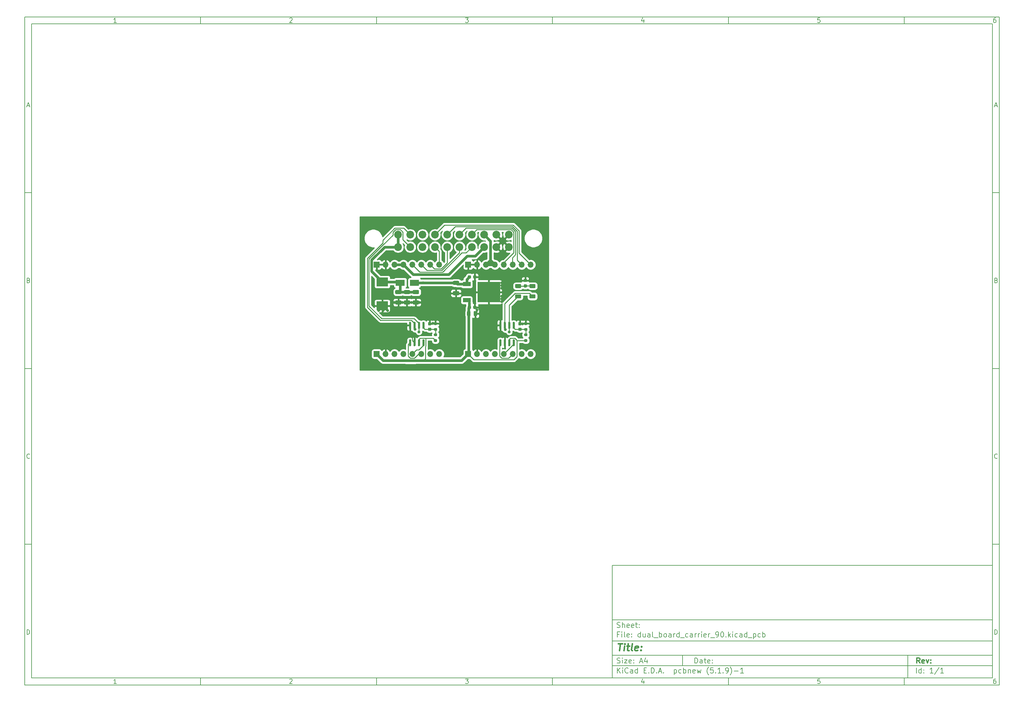
<source format=gbr>
%TF.GenerationSoftware,KiCad,Pcbnew,(5.1.9)-1*%
%TF.CreationDate,2021-02-06T18:14:13-06:00*%
%TF.ProjectId,dual_board_carrier_90,6475616c-5f62-46f6-9172-645f63617272,rev?*%
%TF.SameCoordinates,Original*%
%TF.FileFunction,Copper,L1,Top*%
%TF.FilePolarity,Positive*%
%FSLAX46Y46*%
G04 Gerber Fmt 4.6, Leading zero omitted, Abs format (unit mm)*
G04 Created by KiCad (PCBNEW (5.1.9)-1) date 2021-02-06 18:14:13*
%MOMM*%
%LPD*%
G01*
G04 APERTURE LIST*
%ADD10C,0.100000*%
%ADD11C,0.150000*%
%ADD12C,0.300000*%
%ADD13C,0.400000*%
%TA.AperFunction,SMDPad,CuDef*%
%ADD14R,6.400000X5.800000*%
%TD*%
%TA.AperFunction,SMDPad,CuDef*%
%ADD15R,2.200000X1.200000*%
%TD*%
%TA.AperFunction,ComponentPad*%
%ADD16O,1.700000X1.700000*%
%TD*%
%TA.AperFunction,ComponentPad*%
%ADD17R,1.700000X1.700000*%
%TD*%
%TA.AperFunction,SMDPad,CuDef*%
%ADD18R,2.500000X1.800000*%
%TD*%
%TA.AperFunction,SMDPad,CuDef*%
%ADD19R,3.300000X2.500000*%
%TD*%
%TA.AperFunction,ComponentPad*%
%ADD20C,2.200000*%
%TD*%
%TA.AperFunction,ViaPad*%
%ADD21C,0.800000*%
%TD*%
%TA.AperFunction,Conductor*%
%ADD22C,0.250000*%
%TD*%
%TA.AperFunction,Conductor*%
%ADD23C,0.800000*%
%TD*%
%TA.AperFunction,Conductor*%
%ADD24C,0.254000*%
%TD*%
%TA.AperFunction,Conductor*%
%ADD25C,0.100000*%
%TD*%
G04 APERTURE END LIST*
D10*
D11*
X177002200Y-166007200D02*
X177002200Y-198007200D01*
X285002200Y-198007200D01*
X285002200Y-166007200D01*
X177002200Y-166007200D01*
D10*
D11*
X10000000Y-10000000D02*
X10000000Y-200007200D01*
X287002200Y-200007200D01*
X287002200Y-10000000D01*
X10000000Y-10000000D01*
D10*
D11*
X12000000Y-12000000D02*
X12000000Y-198007200D01*
X285002200Y-198007200D01*
X285002200Y-12000000D01*
X12000000Y-12000000D01*
D10*
D11*
X60000000Y-12000000D02*
X60000000Y-10000000D01*
D10*
D11*
X110000000Y-12000000D02*
X110000000Y-10000000D01*
D10*
D11*
X160000000Y-12000000D02*
X160000000Y-10000000D01*
D10*
D11*
X210000000Y-12000000D02*
X210000000Y-10000000D01*
D10*
D11*
X260000000Y-12000000D02*
X260000000Y-10000000D01*
D10*
D11*
X36065476Y-11588095D02*
X35322619Y-11588095D01*
X35694047Y-11588095D02*
X35694047Y-10288095D01*
X35570238Y-10473809D01*
X35446428Y-10597619D01*
X35322619Y-10659523D01*
D10*
D11*
X85322619Y-10411904D02*
X85384523Y-10350000D01*
X85508333Y-10288095D01*
X85817857Y-10288095D01*
X85941666Y-10350000D01*
X86003571Y-10411904D01*
X86065476Y-10535714D01*
X86065476Y-10659523D01*
X86003571Y-10845238D01*
X85260714Y-11588095D01*
X86065476Y-11588095D01*
D10*
D11*
X135260714Y-10288095D02*
X136065476Y-10288095D01*
X135632142Y-10783333D01*
X135817857Y-10783333D01*
X135941666Y-10845238D01*
X136003571Y-10907142D01*
X136065476Y-11030952D01*
X136065476Y-11340476D01*
X136003571Y-11464285D01*
X135941666Y-11526190D01*
X135817857Y-11588095D01*
X135446428Y-11588095D01*
X135322619Y-11526190D01*
X135260714Y-11464285D01*
D10*
D11*
X185941666Y-10721428D02*
X185941666Y-11588095D01*
X185632142Y-10226190D02*
X185322619Y-11154761D01*
X186127380Y-11154761D01*
D10*
D11*
X236003571Y-10288095D02*
X235384523Y-10288095D01*
X235322619Y-10907142D01*
X235384523Y-10845238D01*
X235508333Y-10783333D01*
X235817857Y-10783333D01*
X235941666Y-10845238D01*
X236003571Y-10907142D01*
X236065476Y-11030952D01*
X236065476Y-11340476D01*
X236003571Y-11464285D01*
X235941666Y-11526190D01*
X235817857Y-11588095D01*
X235508333Y-11588095D01*
X235384523Y-11526190D01*
X235322619Y-11464285D01*
D10*
D11*
X285941666Y-10288095D02*
X285694047Y-10288095D01*
X285570238Y-10350000D01*
X285508333Y-10411904D01*
X285384523Y-10597619D01*
X285322619Y-10845238D01*
X285322619Y-11340476D01*
X285384523Y-11464285D01*
X285446428Y-11526190D01*
X285570238Y-11588095D01*
X285817857Y-11588095D01*
X285941666Y-11526190D01*
X286003571Y-11464285D01*
X286065476Y-11340476D01*
X286065476Y-11030952D01*
X286003571Y-10907142D01*
X285941666Y-10845238D01*
X285817857Y-10783333D01*
X285570238Y-10783333D01*
X285446428Y-10845238D01*
X285384523Y-10907142D01*
X285322619Y-11030952D01*
D10*
D11*
X60000000Y-198007200D02*
X60000000Y-200007200D01*
D10*
D11*
X110000000Y-198007200D02*
X110000000Y-200007200D01*
D10*
D11*
X160000000Y-198007200D02*
X160000000Y-200007200D01*
D10*
D11*
X210000000Y-198007200D02*
X210000000Y-200007200D01*
D10*
D11*
X260000000Y-198007200D02*
X260000000Y-200007200D01*
D10*
D11*
X36065476Y-199595295D02*
X35322619Y-199595295D01*
X35694047Y-199595295D02*
X35694047Y-198295295D01*
X35570238Y-198481009D01*
X35446428Y-198604819D01*
X35322619Y-198666723D01*
D10*
D11*
X85322619Y-198419104D02*
X85384523Y-198357200D01*
X85508333Y-198295295D01*
X85817857Y-198295295D01*
X85941666Y-198357200D01*
X86003571Y-198419104D01*
X86065476Y-198542914D01*
X86065476Y-198666723D01*
X86003571Y-198852438D01*
X85260714Y-199595295D01*
X86065476Y-199595295D01*
D10*
D11*
X135260714Y-198295295D02*
X136065476Y-198295295D01*
X135632142Y-198790533D01*
X135817857Y-198790533D01*
X135941666Y-198852438D01*
X136003571Y-198914342D01*
X136065476Y-199038152D01*
X136065476Y-199347676D01*
X136003571Y-199471485D01*
X135941666Y-199533390D01*
X135817857Y-199595295D01*
X135446428Y-199595295D01*
X135322619Y-199533390D01*
X135260714Y-199471485D01*
D10*
D11*
X185941666Y-198728628D02*
X185941666Y-199595295D01*
X185632142Y-198233390D02*
X185322619Y-199161961D01*
X186127380Y-199161961D01*
D10*
D11*
X236003571Y-198295295D02*
X235384523Y-198295295D01*
X235322619Y-198914342D01*
X235384523Y-198852438D01*
X235508333Y-198790533D01*
X235817857Y-198790533D01*
X235941666Y-198852438D01*
X236003571Y-198914342D01*
X236065476Y-199038152D01*
X236065476Y-199347676D01*
X236003571Y-199471485D01*
X235941666Y-199533390D01*
X235817857Y-199595295D01*
X235508333Y-199595295D01*
X235384523Y-199533390D01*
X235322619Y-199471485D01*
D10*
D11*
X285941666Y-198295295D02*
X285694047Y-198295295D01*
X285570238Y-198357200D01*
X285508333Y-198419104D01*
X285384523Y-198604819D01*
X285322619Y-198852438D01*
X285322619Y-199347676D01*
X285384523Y-199471485D01*
X285446428Y-199533390D01*
X285570238Y-199595295D01*
X285817857Y-199595295D01*
X285941666Y-199533390D01*
X286003571Y-199471485D01*
X286065476Y-199347676D01*
X286065476Y-199038152D01*
X286003571Y-198914342D01*
X285941666Y-198852438D01*
X285817857Y-198790533D01*
X285570238Y-198790533D01*
X285446428Y-198852438D01*
X285384523Y-198914342D01*
X285322619Y-199038152D01*
D10*
D11*
X10000000Y-60000000D02*
X12000000Y-60000000D01*
D10*
D11*
X10000000Y-110000000D02*
X12000000Y-110000000D01*
D10*
D11*
X10000000Y-160000000D02*
X12000000Y-160000000D01*
D10*
D11*
X10690476Y-35216666D02*
X11309523Y-35216666D01*
X10566666Y-35588095D02*
X11000000Y-34288095D01*
X11433333Y-35588095D01*
D10*
D11*
X11092857Y-84907142D02*
X11278571Y-84969047D01*
X11340476Y-85030952D01*
X11402380Y-85154761D01*
X11402380Y-85340476D01*
X11340476Y-85464285D01*
X11278571Y-85526190D01*
X11154761Y-85588095D01*
X10659523Y-85588095D01*
X10659523Y-84288095D01*
X11092857Y-84288095D01*
X11216666Y-84350000D01*
X11278571Y-84411904D01*
X11340476Y-84535714D01*
X11340476Y-84659523D01*
X11278571Y-84783333D01*
X11216666Y-84845238D01*
X11092857Y-84907142D01*
X10659523Y-84907142D01*
D10*
D11*
X11402380Y-135464285D02*
X11340476Y-135526190D01*
X11154761Y-135588095D01*
X11030952Y-135588095D01*
X10845238Y-135526190D01*
X10721428Y-135402380D01*
X10659523Y-135278571D01*
X10597619Y-135030952D01*
X10597619Y-134845238D01*
X10659523Y-134597619D01*
X10721428Y-134473809D01*
X10845238Y-134350000D01*
X11030952Y-134288095D01*
X11154761Y-134288095D01*
X11340476Y-134350000D01*
X11402380Y-134411904D01*
D10*
D11*
X10659523Y-185588095D02*
X10659523Y-184288095D01*
X10969047Y-184288095D01*
X11154761Y-184350000D01*
X11278571Y-184473809D01*
X11340476Y-184597619D01*
X11402380Y-184845238D01*
X11402380Y-185030952D01*
X11340476Y-185278571D01*
X11278571Y-185402380D01*
X11154761Y-185526190D01*
X10969047Y-185588095D01*
X10659523Y-185588095D01*
D10*
D11*
X287002200Y-60000000D02*
X285002200Y-60000000D01*
D10*
D11*
X287002200Y-110000000D02*
X285002200Y-110000000D01*
D10*
D11*
X287002200Y-160000000D02*
X285002200Y-160000000D01*
D10*
D11*
X285692676Y-35216666D02*
X286311723Y-35216666D01*
X285568866Y-35588095D02*
X286002200Y-34288095D01*
X286435533Y-35588095D01*
D10*
D11*
X286095057Y-84907142D02*
X286280771Y-84969047D01*
X286342676Y-85030952D01*
X286404580Y-85154761D01*
X286404580Y-85340476D01*
X286342676Y-85464285D01*
X286280771Y-85526190D01*
X286156961Y-85588095D01*
X285661723Y-85588095D01*
X285661723Y-84288095D01*
X286095057Y-84288095D01*
X286218866Y-84350000D01*
X286280771Y-84411904D01*
X286342676Y-84535714D01*
X286342676Y-84659523D01*
X286280771Y-84783333D01*
X286218866Y-84845238D01*
X286095057Y-84907142D01*
X285661723Y-84907142D01*
D10*
D11*
X286404580Y-135464285D02*
X286342676Y-135526190D01*
X286156961Y-135588095D01*
X286033152Y-135588095D01*
X285847438Y-135526190D01*
X285723628Y-135402380D01*
X285661723Y-135278571D01*
X285599819Y-135030952D01*
X285599819Y-134845238D01*
X285661723Y-134597619D01*
X285723628Y-134473809D01*
X285847438Y-134350000D01*
X286033152Y-134288095D01*
X286156961Y-134288095D01*
X286342676Y-134350000D01*
X286404580Y-134411904D01*
D10*
D11*
X285661723Y-185588095D02*
X285661723Y-184288095D01*
X285971247Y-184288095D01*
X286156961Y-184350000D01*
X286280771Y-184473809D01*
X286342676Y-184597619D01*
X286404580Y-184845238D01*
X286404580Y-185030952D01*
X286342676Y-185278571D01*
X286280771Y-185402380D01*
X286156961Y-185526190D01*
X285971247Y-185588095D01*
X285661723Y-185588095D01*
D10*
D11*
X200434342Y-193785771D02*
X200434342Y-192285771D01*
X200791485Y-192285771D01*
X201005771Y-192357200D01*
X201148628Y-192500057D01*
X201220057Y-192642914D01*
X201291485Y-192928628D01*
X201291485Y-193142914D01*
X201220057Y-193428628D01*
X201148628Y-193571485D01*
X201005771Y-193714342D01*
X200791485Y-193785771D01*
X200434342Y-193785771D01*
X202577200Y-193785771D02*
X202577200Y-193000057D01*
X202505771Y-192857200D01*
X202362914Y-192785771D01*
X202077200Y-192785771D01*
X201934342Y-192857200D01*
X202577200Y-193714342D02*
X202434342Y-193785771D01*
X202077200Y-193785771D01*
X201934342Y-193714342D01*
X201862914Y-193571485D01*
X201862914Y-193428628D01*
X201934342Y-193285771D01*
X202077200Y-193214342D01*
X202434342Y-193214342D01*
X202577200Y-193142914D01*
X203077200Y-192785771D02*
X203648628Y-192785771D01*
X203291485Y-192285771D02*
X203291485Y-193571485D01*
X203362914Y-193714342D01*
X203505771Y-193785771D01*
X203648628Y-193785771D01*
X204720057Y-193714342D02*
X204577200Y-193785771D01*
X204291485Y-193785771D01*
X204148628Y-193714342D01*
X204077200Y-193571485D01*
X204077200Y-193000057D01*
X204148628Y-192857200D01*
X204291485Y-192785771D01*
X204577200Y-192785771D01*
X204720057Y-192857200D01*
X204791485Y-193000057D01*
X204791485Y-193142914D01*
X204077200Y-193285771D01*
X205434342Y-193642914D02*
X205505771Y-193714342D01*
X205434342Y-193785771D01*
X205362914Y-193714342D01*
X205434342Y-193642914D01*
X205434342Y-193785771D01*
X205434342Y-192857200D02*
X205505771Y-192928628D01*
X205434342Y-193000057D01*
X205362914Y-192928628D01*
X205434342Y-192857200D01*
X205434342Y-193000057D01*
D10*
D11*
X177002200Y-194507200D02*
X285002200Y-194507200D01*
D10*
D11*
X178434342Y-196585771D02*
X178434342Y-195085771D01*
X179291485Y-196585771D02*
X178648628Y-195728628D01*
X179291485Y-195085771D02*
X178434342Y-195942914D01*
X179934342Y-196585771D02*
X179934342Y-195585771D01*
X179934342Y-195085771D02*
X179862914Y-195157200D01*
X179934342Y-195228628D01*
X180005771Y-195157200D01*
X179934342Y-195085771D01*
X179934342Y-195228628D01*
X181505771Y-196442914D02*
X181434342Y-196514342D01*
X181220057Y-196585771D01*
X181077200Y-196585771D01*
X180862914Y-196514342D01*
X180720057Y-196371485D01*
X180648628Y-196228628D01*
X180577200Y-195942914D01*
X180577200Y-195728628D01*
X180648628Y-195442914D01*
X180720057Y-195300057D01*
X180862914Y-195157200D01*
X181077200Y-195085771D01*
X181220057Y-195085771D01*
X181434342Y-195157200D01*
X181505771Y-195228628D01*
X182791485Y-196585771D02*
X182791485Y-195800057D01*
X182720057Y-195657200D01*
X182577200Y-195585771D01*
X182291485Y-195585771D01*
X182148628Y-195657200D01*
X182791485Y-196514342D02*
X182648628Y-196585771D01*
X182291485Y-196585771D01*
X182148628Y-196514342D01*
X182077200Y-196371485D01*
X182077200Y-196228628D01*
X182148628Y-196085771D01*
X182291485Y-196014342D01*
X182648628Y-196014342D01*
X182791485Y-195942914D01*
X184148628Y-196585771D02*
X184148628Y-195085771D01*
X184148628Y-196514342D02*
X184005771Y-196585771D01*
X183720057Y-196585771D01*
X183577200Y-196514342D01*
X183505771Y-196442914D01*
X183434342Y-196300057D01*
X183434342Y-195871485D01*
X183505771Y-195728628D01*
X183577200Y-195657200D01*
X183720057Y-195585771D01*
X184005771Y-195585771D01*
X184148628Y-195657200D01*
X186005771Y-195800057D02*
X186505771Y-195800057D01*
X186720057Y-196585771D02*
X186005771Y-196585771D01*
X186005771Y-195085771D01*
X186720057Y-195085771D01*
X187362914Y-196442914D02*
X187434342Y-196514342D01*
X187362914Y-196585771D01*
X187291485Y-196514342D01*
X187362914Y-196442914D01*
X187362914Y-196585771D01*
X188077200Y-196585771D02*
X188077200Y-195085771D01*
X188434342Y-195085771D01*
X188648628Y-195157200D01*
X188791485Y-195300057D01*
X188862914Y-195442914D01*
X188934342Y-195728628D01*
X188934342Y-195942914D01*
X188862914Y-196228628D01*
X188791485Y-196371485D01*
X188648628Y-196514342D01*
X188434342Y-196585771D01*
X188077200Y-196585771D01*
X189577200Y-196442914D02*
X189648628Y-196514342D01*
X189577200Y-196585771D01*
X189505771Y-196514342D01*
X189577200Y-196442914D01*
X189577200Y-196585771D01*
X190220057Y-196157200D02*
X190934342Y-196157200D01*
X190077200Y-196585771D02*
X190577200Y-195085771D01*
X191077200Y-196585771D01*
X191577200Y-196442914D02*
X191648628Y-196514342D01*
X191577200Y-196585771D01*
X191505771Y-196514342D01*
X191577200Y-196442914D01*
X191577200Y-196585771D01*
X194577200Y-195585771D02*
X194577200Y-197085771D01*
X194577200Y-195657200D02*
X194720057Y-195585771D01*
X195005771Y-195585771D01*
X195148628Y-195657200D01*
X195220057Y-195728628D01*
X195291485Y-195871485D01*
X195291485Y-196300057D01*
X195220057Y-196442914D01*
X195148628Y-196514342D01*
X195005771Y-196585771D01*
X194720057Y-196585771D01*
X194577200Y-196514342D01*
X196577200Y-196514342D02*
X196434342Y-196585771D01*
X196148628Y-196585771D01*
X196005771Y-196514342D01*
X195934342Y-196442914D01*
X195862914Y-196300057D01*
X195862914Y-195871485D01*
X195934342Y-195728628D01*
X196005771Y-195657200D01*
X196148628Y-195585771D01*
X196434342Y-195585771D01*
X196577200Y-195657200D01*
X197220057Y-196585771D02*
X197220057Y-195085771D01*
X197220057Y-195657200D02*
X197362914Y-195585771D01*
X197648628Y-195585771D01*
X197791485Y-195657200D01*
X197862914Y-195728628D01*
X197934342Y-195871485D01*
X197934342Y-196300057D01*
X197862914Y-196442914D01*
X197791485Y-196514342D01*
X197648628Y-196585771D01*
X197362914Y-196585771D01*
X197220057Y-196514342D01*
X198577200Y-195585771D02*
X198577200Y-196585771D01*
X198577200Y-195728628D02*
X198648628Y-195657200D01*
X198791485Y-195585771D01*
X199005771Y-195585771D01*
X199148628Y-195657200D01*
X199220057Y-195800057D01*
X199220057Y-196585771D01*
X200505771Y-196514342D02*
X200362914Y-196585771D01*
X200077200Y-196585771D01*
X199934342Y-196514342D01*
X199862914Y-196371485D01*
X199862914Y-195800057D01*
X199934342Y-195657200D01*
X200077200Y-195585771D01*
X200362914Y-195585771D01*
X200505771Y-195657200D01*
X200577200Y-195800057D01*
X200577200Y-195942914D01*
X199862914Y-196085771D01*
X201077200Y-195585771D02*
X201362914Y-196585771D01*
X201648628Y-195871485D01*
X201934342Y-196585771D01*
X202220057Y-195585771D01*
X204362914Y-197157200D02*
X204291485Y-197085771D01*
X204148628Y-196871485D01*
X204077200Y-196728628D01*
X204005771Y-196514342D01*
X203934342Y-196157200D01*
X203934342Y-195871485D01*
X204005771Y-195514342D01*
X204077200Y-195300057D01*
X204148628Y-195157200D01*
X204291485Y-194942914D01*
X204362914Y-194871485D01*
X205648628Y-195085771D02*
X204934342Y-195085771D01*
X204862914Y-195800057D01*
X204934342Y-195728628D01*
X205077200Y-195657200D01*
X205434342Y-195657200D01*
X205577200Y-195728628D01*
X205648628Y-195800057D01*
X205720057Y-195942914D01*
X205720057Y-196300057D01*
X205648628Y-196442914D01*
X205577200Y-196514342D01*
X205434342Y-196585771D01*
X205077200Y-196585771D01*
X204934342Y-196514342D01*
X204862914Y-196442914D01*
X206362914Y-196442914D02*
X206434342Y-196514342D01*
X206362914Y-196585771D01*
X206291485Y-196514342D01*
X206362914Y-196442914D01*
X206362914Y-196585771D01*
X207862914Y-196585771D02*
X207005771Y-196585771D01*
X207434342Y-196585771D02*
X207434342Y-195085771D01*
X207291485Y-195300057D01*
X207148628Y-195442914D01*
X207005771Y-195514342D01*
X208505771Y-196442914D02*
X208577200Y-196514342D01*
X208505771Y-196585771D01*
X208434342Y-196514342D01*
X208505771Y-196442914D01*
X208505771Y-196585771D01*
X209291485Y-196585771D02*
X209577200Y-196585771D01*
X209720057Y-196514342D01*
X209791485Y-196442914D01*
X209934342Y-196228628D01*
X210005771Y-195942914D01*
X210005771Y-195371485D01*
X209934342Y-195228628D01*
X209862914Y-195157200D01*
X209720057Y-195085771D01*
X209434342Y-195085771D01*
X209291485Y-195157200D01*
X209220057Y-195228628D01*
X209148628Y-195371485D01*
X209148628Y-195728628D01*
X209220057Y-195871485D01*
X209291485Y-195942914D01*
X209434342Y-196014342D01*
X209720057Y-196014342D01*
X209862914Y-195942914D01*
X209934342Y-195871485D01*
X210005771Y-195728628D01*
X210505771Y-197157200D02*
X210577200Y-197085771D01*
X210720057Y-196871485D01*
X210791485Y-196728628D01*
X210862914Y-196514342D01*
X210934342Y-196157200D01*
X210934342Y-195871485D01*
X210862914Y-195514342D01*
X210791485Y-195300057D01*
X210720057Y-195157200D01*
X210577200Y-194942914D01*
X210505771Y-194871485D01*
X211648628Y-196014342D02*
X212791485Y-196014342D01*
X214291485Y-196585771D02*
X213434342Y-196585771D01*
X213862914Y-196585771D02*
X213862914Y-195085771D01*
X213720057Y-195300057D01*
X213577200Y-195442914D01*
X213434342Y-195514342D01*
D10*
D11*
X177002200Y-191507200D02*
X285002200Y-191507200D01*
D10*
D12*
X264411485Y-193785771D02*
X263911485Y-193071485D01*
X263554342Y-193785771D02*
X263554342Y-192285771D01*
X264125771Y-192285771D01*
X264268628Y-192357200D01*
X264340057Y-192428628D01*
X264411485Y-192571485D01*
X264411485Y-192785771D01*
X264340057Y-192928628D01*
X264268628Y-193000057D01*
X264125771Y-193071485D01*
X263554342Y-193071485D01*
X265625771Y-193714342D02*
X265482914Y-193785771D01*
X265197200Y-193785771D01*
X265054342Y-193714342D01*
X264982914Y-193571485D01*
X264982914Y-193000057D01*
X265054342Y-192857200D01*
X265197200Y-192785771D01*
X265482914Y-192785771D01*
X265625771Y-192857200D01*
X265697200Y-193000057D01*
X265697200Y-193142914D01*
X264982914Y-193285771D01*
X266197200Y-192785771D02*
X266554342Y-193785771D01*
X266911485Y-192785771D01*
X267482914Y-193642914D02*
X267554342Y-193714342D01*
X267482914Y-193785771D01*
X267411485Y-193714342D01*
X267482914Y-193642914D01*
X267482914Y-193785771D01*
X267482914Y-192857200D02*
X267554342Y-192928628D01*
X267482914Y-193000057D01*
X267411485Y-192928628D01*
X267482914Y-192857200D01*
X267482914Y-193000057D01*
D10*
D11*
X178362914Y-193714342D02*
X178577200Y-193785771D01*
X178934342Y-193785771D01*
X179077200Y-193714342D01*
X179148628Y-193642914D01*
X179220057Y-193500057D01*
X179220057Y-193357200D01*
X179148628Y-193214342D01*
X179077200Y-193142914D01*
X178934342Y-193071485D01*
X178648628Y-193000057D01*
X178505771Y-192928628D01*
X178434342Y-192857200D01*
X178362914Y-192714342D01*
X178362914Y-192571485D01*
X178434342Y-192428628D01*
X178505771Y-192357200D01*
X178648628Y-192285771D01*
X179005771Y-192285771D01*
X179220057Y-192357200D01*
X179862914Y-193785771D02*
X179862914Y-192785771D01*
X179862914Y-192285771D02*
X179791485Y-192357200D01*
X179862914Y-192428628D01*
X179934342Y-192357200D01*
X179862914Y-192285771D01*
X179862914Y-192428628D01*
X180434342Y-192785771D02*
X181220057Y-192785771D01*
X180434342Y-193785771D01*
X181220057Y-193785771D01*
X182362914Y-193714342D02*
X182220057Y-193785771D01*
X181934342Y-193785771D01*
X181791485Y-193714342D01*
X181720057Y-193571485D01*
X181720057Y-193000057D01*
X181791485Y-192857200D01*
X181934342Y-192785771D01*
X182220057Y-192785771D01*
X182362914Y-192857200D01*
X182434342Y-193000057D01*
X182434342Y-193142914D01*
X181720057Y-193285771D01*
X183077200Y-193642914D02*
X183148628Y-193714342D01*
X183077200Y-193785771D01*
X183005771Y-193714342D01*
X183077200Y-193642914D01*
X183077200Y-193785771D01*
X183077200Y-192857200D02*
X183148628Y-192928628D01*
X183077200Y-193000057D01*
X183005771Y-192928628D01*
X183077200Y-192857200D01*
X183077200Y-193000057D01*
X184862914Y-193357200D02*
X185577200Y-193357200D01*
X184720057Y-193785771D02*
X185220057Y-192285771D01*
X185720057Y-193785771D01*
X186862914Y-192785771D02*
X186862914Y-193785771D01*
X186505771Y-192214342D02*
X186148628Y-193285771D01*
X187077200Y-193285771D01*
D10*
D11*
X263434342Y-196585771D02*
X263434342Y-195085771D01*
X264791485Y-196585771D02*
X264791485Y-195085771D01*
X264791485Y-196514342D02*
X264648628Y-196585771D01*
X264362914Y-196585771D01*
X264220057Y-196514342D01*
X264148628Y-196442914D01*
X264077200Y-196300057D01*
X264077200Y-195871485D01*
X264148628Y-195728628D01*
X264220057Y-195657200D01*
X264362914Y-195585771D01*
X264648628Y-195585771D01*
X264791485Y-195657200D01*
X265505771Y-196442914D02*
X265577200Y-196514342D01*
X265505771Y-196585771D01*
X265434342Y-196514342D01*
X265505771Y-196442914D01*
X265505771Y-196585771D01*
X265505771Y-195657200D02*
X265577200Y-195728628D01*
X265505771Y-195800057D01*
X265434342Y-195728628D01*
X265505771Y-195657200D01*
X265505771Y-195800057D01*
X268148628Y-196585771D02*
X267291485Y-196585771D01*
X267720057Y-196585771D02*
X267720057Y-195085771D01*
X267577200Y-195300057D01*
X267434342Y-195442914D01*
X267291485Y-195514342D01*
X269862914Y-195014342D02*
X268577200Y-196942914D01*
X271148628Y-196585771D02*
X270291485Y-196585771D01*
X270720057Y-196585771D02*
X270720057Y-195085771D01*
X270577200Y-195300057D01*
X270434342Y-195442914D01*
X270291485Y-195514342D01*
D10*
D11*
X177002200Y-187507200D02*
X285002200Y-187507200D01*
D10*
D13*
X178714580Y-188211961D02*
X179857438Y-188211961D01*
X179036009Y-190211961D02*
X179286009Y-188211961D01*
X180274104Y-190211961D02*
X180440771Y-188878628D01*
X180524104Y-188211961D02*
X180416961Y-188307200D01*
X180500295Y-188402438D01*
X180607438Y-188307200D01*
X180524104Y-188211961D01*
X180500295Y-188402438D01*
X181107438Y-188878628D02*
X181869342Y-188878628D01*
X181476485Y-188211961D02*
X181262200Y-189926247D01*
X181333628Y-190116723D01*
X181512200Y-190211961D01*
X181702676Y-190211961D01*
X182655057Y-190211961D02*
X182476485Y-190116723D01*
X182405057Y-189926247D01*
X182619342Y-188211961D01*
X184190771Y-190116723D02*
X183988390Y-190211961D01*
X183607438Y-190211961D01*
X183428866Y-190116723D01*
X183357438Y-189926247D01*
X183452676Y-189164342D01*
X183571723Y-188973866D01*
X183774104Y-188878628D01*
X184155057Y-188878628D01*
X184333628Y-188973866D01*
X184405057Y-189164342D01*
X184381247Y-189354819D01*
X183405057Y-189545295D01*
X185155057Y-190021485D02*
X185238390Y-190116723D01*
X185131247Y-190211961D01*
X185047914Y-190116723D01*
X185155057Y-190021485D01*
X185131247Y-190211961D01*
X185286009Y-188973866D02*
X185369342Y-189069104D01*
X185262200Y-189164342D01*
X185178866Y-189069104D01*
X185286009Y-188973866D01*
X185262200Y-189164342D01*
D10*
D11*
X178934342Y-185600057D02*
X178434342Y-185600057D01*
X178434342Y-186385771D02*
X178434342Y-184885771D01*
X179148628Y-184885771D01*
X179720057Y-186385771D02*
X179720057Y-185385771D01*
X179720057Y-184885771D02*
X179648628Y-184957200D01*
X179720057Y-185028628D01*
X179791485Y-184957200D01*
X179720057Y-184885771D01*
X179720057Y-185028628D01*
X180648628Y-186385771D02*
X180505771Y-186314342D01*
X180434342Y-186171485D01*
X180434342Y-184885771D01*
X181791485Y-186314342D02*
X181648628Y-186385771D01*
X181362914Y-186385771D01*
X181220057Y-186314342D01*
X181148628Y-186171485D01*
X181148628Y-185600057D01*
X181220057Y-185457200D01*
X181362914Y-185385771D01*
X181648628Y-185385771D01*
X181791485Y-185457200D01*
X181862914Y-185600057D01*
X181862914Y-185742914D01*
X181148628Y-185885771D01*
X182505771Y-186242914D02*
X182577200Y-186314342D01*
X182505771Y-186385771D01*
X182434342Y-186314342D01*
X182505771Y-186242914D01*
X182505771Y-186385771D01*
X182505771Y-185457200D02*
X182577200Y-185528628D01*
X182505771Y-185600057D01*
X182434342Y-185528628D01*
X182505771Y-185457200D01*
X182505771Y-185600057D01*
X185005771Y-186385771D02*
X185005771Y-184885771D01*
X185005771Y-186314342D02*
X184862914Y-186385771D01*
X184577200Y-186385771D01*
X184434342Y-186314342D01*
X184362914Y-186242914D01*
X184291485Y-186100057D01*
X184291485Y-185671485D01*
X184362914Y-185528628D01*
X184434342Y-185457200D01*
X184577200Y-185385771D01*
X184862914Y-185385771D01*
X185005771Y-185457200D01*
X186362914Y-185385771D02*
X186362914Y-186385771D01*
X185720057Y-185385771D02*
X185720057Y-186171485D01*
X185791485Y-186314342D01*
X185934342Y-186385771D01*
X186148628Y-186385771D01*
X186291485Y-186314342D01*
X186362914Y-186242914D01*
X187720057Y-186385771D02*
X187720057Y-185600057D01*
X187648628Y-185457200D01*
X187505771Y-185385771D01*
X187220057Y-185385771D01*
X187077200Y-185457200D01*
X187720057Y-186314342D02*
X187577200Y-186385771D01*
X187220057Y-186385771D01*
X187077200Y-186314342D01*
X187005771Y-186171485D01*
X187005771Y-186028628D01*
X187077200Y-185885771D01*
X187220057Y-185814342D01*
X187577200Y-185814342D01*
X187720057Y-185742914D01*
X188648628Y-186385771D02*
X188505771Y-186314342D01*
X188434342Y-186171485D01*
X188434342Y-184885771D01*
X188862914Y-186528628D02*
X190005771Y-186528628D01*
X190362914Y-186385771D02*
X190362914Y-184885771D01*
X190362914Y-185457200D02*
X190505771Y-185385771D01*
X190791485Y-185385771D01*
X190934342Y-185457200D01*
X191005771Y-185528628D01*
X191077200Y-185671485D01*
X191077200Y-186100057D01*
X191005771Y-186242914D01*
X190934342Y-186314342D01*
X190791485Y-186385771D01*
X190505771Y-186385771D01*
X190362914Y-186314342D01*
X191934342Y-186385771D02*
X191791485Y-186314342D01*
X191720057Y-186242914D01*
X191648628Y-186100057D01*
X191648628Y-185671485D01*
X191720057Y-185528628D01*
X191791485Y-185457200D01*
X191934342Y-185385771D01*
X192148628Y-185385771D01*
X192291485Y-185457200D01*
X192362914Y-185528628D01*
X192434342Y-185671485D01*
X192434342Y-186100057D01*
X192362914Y-186242914D01*
X192291485Y-186314342D01*
X192148628Y-186385771D01*
X191934342Y-186385771D01*
X193720057Y-186385771D02*
X193720057Y-185600057D01*
X193648628Y-185457200D01*
X193505771Y-185385771D01*
X193220057Y-185385771D01*
X193077200Y-185457200D01*
X193720057Y-186314342D02*
X193577200Y-186385771D01*
X193220057Y-186385771D01*
X193077200Y-186314342D01*
X193005771Y-186171485D01*
X193005771Y-186028628D01*
X193077200Y-185885771D01*
X193220057Y-185814342D01*
X193577200Y-185814342D01*
X193720057Y-185742914D01*
X194434342Y-186385771D02*
X194434342Y-185385771D01*
X194434342Y-185671485D02*
X194505771Y-185528628D01*
X194577200Y-185457200D01*
X194720057Y-185385771D01*
X194862914Y-185385771D01*
X196005771Y-186385771D02*
X196005771Y-184885771D01*
X196005771Y-186314342D02*
X195862914Y-186385771D01*
X195577200Y-186385771D01*
X195434342Y-186314342D01*
X195362914Y-186242914D01*
X195291485Y-186100057D01*
X195291485Y-185671485D01*
X195362914Y-185528628D01*
X195434342Y-185457200D01*
X195577200Y-185385771D01*
X195862914Y-185385771D01*
X196005771Y-185457200D01*
X196362914Y-186528628D02*
X197505771Y-186528628D01*
X198505771Y-186314342D02*
X198362914Y-186385771D01*
X198077200Y-186385771D01*
X197934342Y-186314342D01*
X197862914Y-186242914D01*
X197791485Y-186100057D01*
X197791485Y-185671485D01*
X197862914Y-185528628D01*
X197934342Y-185457200D01*
X198077200Y-185385771D01*
X198362914Y-185385771D01*
X198505771Y-185457200D01*
X199791485Y-186385771D02*
X199791485Y-185600057D01*
X199720057Y-185457200D01*
X199577200Y-185385771D01*
X199291485Y-185385771D01*
X199148628Y-185457200D01*
X199791485Y-186314342D02*
X199648628Y-186385771D01*
X199291485Y-186385771D01*
X199148628Y-186314342D01*
X199077200Y-186171485D01*
X199077200Y-186028628D01*
X199148628Y-185885771D01*
X199291485Y-185814342D01*
X199648628Y-185814342D01*
X199791485Y-185742914D01*
X200505771Y-186385771D02*
X200505771Y-185385771D01*
X200505771Y-185671485D02*
X200577200Y-185528628D01*
X200648628Y-185457200D01*
X200791485Y-185385771D01*
X200934342Y-185385771D01*
X201434342Y-186385771D02*
X201434342Y-185385771D01*
X201434342Y-185671485D02*
X201505771Y-185528628D01*
X201577200Y-185457200D01*
X201720057Y-185385771D01*
X201862914Y-185385771D01*
X202362914Y-186385771D02*
X202362914Y-185385771D01*
X202362914Y-184885771D02*
X202291485Y-184957200D01*
X202362914Y-185028628D01*
X202434342Y-184957200D01*
X202362914Y-184885771D01*
X202362914Y-185028628D01*
X203648628Y-186314342D02*
X203505771Y-186385771D01*
X203220057Y-186385771D01*
X203077200Y-186314342D01*
X203005771Y-186171485D01*
X203005771Y-185600057D01*
X203077200Y-185457200D01*
X203220057Y-185385771D01*
X203505771Y-185385771D01*
X203648628Y-185457200D01*
X203720057Y-185600057D01*
X203720057Y-185742914D01*
X203005771Y-185885771D01*
X204362914Y-186385771D02*
X204362914Y-185385771D01*
X204362914Y-185671485D02*
X204434342Y-185528628D01*
X204505771Y-185457200D01*
X204648628Y-185385771D01*
X204791485Y-185385771D01*
X204934342Y-186528628D02*
X206077200Y-186528628D01*
X206505771Y-186385771D02*
X206791485Y-186385771D01*
X206934342Y-186314342D01*
X207005771Y-186242914D01*
X207148628Y-186028628D01*
X207220057Y-185742914D01*
X207220057Y-185171485D01*
X207148628Y-185028628D01*
X207077200Y-184957200D01*
X206934342Y-184885771D01*
X206648628Y-184885771D01*
X206505771Y-184957200D01*
X206434342Y-185028628D01*
X206362914Y-185171485D01*
X206362914Y-185528628D01*
X206434342Y-185671485D01*
X206505771Y-185742914D01*
X206648628Y-185814342D01*
X206934342Y-185814342D01*
X207077200Y-185742914D01*
X207148628Y-185671485D01*
X207220057Y-185528628D01*
X208148628Y-184885771D02*
X208291485Y-184885771D01*
X208434342Y-184957200D01*
X208505771Y-185028628D01*
X208577200Y-185171485D01*
X208648628Y-185457200D01*
X208648628Y-185814342D01*
X208577200Y-186100057D01*
X208505771Y-186242914D01*
X208434342Y-186314342D01*
X208291485Y-186385771D01*
X208148628Y-186385771D01*
X208005771Y-186314342D01*
X207934342Y-186242914D01*
X207862914Y-186100057D01*
X207791485Y-185814342D01*
X207791485Y-185457200D01*
X207862914Y-185171485D01*
X207934342Y-185028628D01*
X208005771Y-184957200D01*
X208148628Y-184885771D01*
X209291485Y-186242914D02*
X209362914Y-186314342D01*
X209291485Y-186385771D01*
X209220057Y-186314342D01*
X209291485Y-186242914D01*
X209291485Y-186385771D01*
X210005771Y-186385771D02*
X210005771Y-184885771D01*
X210148628Y-185814342D02*
X210577200Y-186385771D01*
X210577200Y-185385771D02*
X210005771Y-185957200D01*
X211220057Y-186385771D02*
X211220057Y-185385771D01*
X211220057Y-184885771D02*
X211148628Y-184957200D01*
X211220057Y-185028628D01*
X211291485Y-184957200D01*
X211220057Y-184885771D01*
X211220057Y-185028628D01*
X212577200Y-186314342D02*
X212434342Y-186385771D01*
X212148628Y-186385771D01*
X212005771Y-186314342D01*
X211934342Y-186242914D01*
X211862914Y-186100057D01*
X211862914Y-185671485D01*
X211934342Y-185528628D01*
X212005771Y-185457200D01*
X212148628Y-185385771D01*
X212434342Y-185385771D01*
X212577200Y-185457200D01*
X213862914Y-186385771D02*
X213862914Y-185600057D01*
X213791485Y-185457200D01*
X213648628Y-185385771D01*
X213362914Y-185385771D01*
X213220057Y-185457200D01*
X213862914Y-186314342D02*
X213720057Y-186385771D01*
X213362914Y-186385771D01*
X213220057Y-186314342D01*
X213148628Y-186171485D01*
X213148628Y-186028628D01*
X213220057Y-185885771D01*
X213362914Y-185814342D01*
X213720057Y-185814342D01*
X213862914Y-185742914D01*
X215220057Y-186385771D02*
X215220057Y-184885771D01*
X215220057Y-186314342D02*
X215077200Y-186385771D01*
X214791485Y-186385771D01*
X214648628Y-186314342D01*
X214577200Y-186242914D01*
X214505771Y-186100057D01*
X214505771Y-185671485D01*
X214577200Y-185528628D01*
X214648628Y-185457200D01*
X214791485Y-185385771D01*
X215077200Y-185385771D01*
X215220057Y-185457200D01*
X215577200Y-186528628D02*
X216720057Y-186528628D01*
X217077200Y-185385771D02*
X217077200Y-186885771D01*
X217077200Y-185457200D02*
X217220057Y-185385771D01*
X217505771Y-185385771D01*
X217648628Y-185457200D01*
X217720057Y-185528628D01*
X217791485Y-185671485D01*
X217791485Y-186100057D01*
X217720057Y-186242914D01*
X217648628Y-186314342D01*
X217505771Y-186385771D01*
X217220057Y-186385771D01*
X217077200Y-186314342D01*
X219077200Y-186314342D02*
X218934342Y-186385771D01*
X218648628Y-186385771D01*
X218505771Y-186314342D01*
X218434342Y-186242914D01*
X218362914Y-186100057D01*
X218362914Y-185671485D01*
X218434342Y-185528628D01*
X218505771Y-185457200D01*
X218648628Y-185385771D01*
X218934342Y-185385771D01*
X219077200Y-185457200D01*
X219720057Y-186385771D02*
X219720057Y-184885771D01*
X219720057Y-185457200D02*
X219862914Y-185385771D01*
X220148628Y-185385771D01*
X220291485Y-185457200D01*
X220362914Y-185528628D01*
X220434342Y-185671485D01*
X220434342Y-186100057D01*
X220362914Y-186242914D01*
X220291485Y-186314342D01*
X220148628Y-186385771D01*
X219862914Y-186385771D01*
X219720057Y-186314342D01*
D10*
D11*
X177002200Y-181507200D02*
X285002200Y-181507200D01*
D10*
D11*
X178362914Y-183614342D02*
X178577200Y-183685771D01*
X178934342Y-183685771D01*
X179077200Y-183614342D01*
X179148628Y-183542914D01*
X179220057Y-183400057D01*
X179220057Y-183257200D01*
X179148628Y-183114342D01*
X179077200Y-183042914D01*
X178934342Y-182971485D01*
X178648628Y-182900057D01*
X178505771Y-182828628D01*
X178434342Y-182757200D01*
X178362914Y-182614342D01*
X178362914Y-182471485D01*
X178434342Y-182328628D01*
X178505771Y-182257200D01*
X178648628Y-182185771D01*
X179005771Y-182185771D01*
X179220057Y-182257200D01*
X179862914Y-183685771D02*
X179862914Y-182185771D01*
X180505771Y-183685771D02*
X180505771Y-182900057D01*
X180434342Y-182757200D01*
X180291485Y-182685771D01*
X180077200Y-182685771D01*
X179934342Y-182757200D01*
X179862914Y-182828628D01*
X181791485Y-183614342D02*
X181648628Y-183685771D01*
X181362914Y-183685771D01*
X181220057Y-183614342D01*
X181148628Y-183471485D01*
X181148628Y-182900057D01*
X181220057Y-182757200D01*
X181362914Y-182685771D01*
X181648628Y-182685771D01*
X181791485Y-182757200D01*
X181862914Y-182900057D01*
X181862914Y-183042914D01*
X181148628Y-183185771D01*
X183077200Y-183614342D02*
X182934342Y-183685771D01*
X182648628Y-183685771D01*
X182505771Y-183614342D01*
X182434342Y-183471485D01*
X182434342Y-182900057D01*
X182505771Y-182757200D01*
X182648628Y-182685771D01*
X182934342Y-182685771D01*
X183077200Y-182757200D01*
X183148628Y-182900057D01*
X183148628Y-183042914D01*
X182434342Y-183185771D01*
X183577200Y-182685771D02*
X184148628Y-182685771D01*
X183791485Y-182185771D02*
X183791485Y-183471485D01*
X183862914Y-183614342D01*
X184005771Y-183685771D01*
X184148628Y-183685771D01*
X184648628Y-183542914D02*
X184720057Y-183614342D01*
X184648628Y-183685771D01*
X184577200Y-183614342D01*
X184648628Y-183542914D01*
X184648628Y-183685771D01*
X184648628Y-182757200D02*
X184720057Y-182828628D01*
X184648628Y-182900057D01*
X184577200Y-182828628D01*
X184648628Y-182757200D01*
X184648628Y-182900057D01*
D10*
D11*
X197002200Y-191507200D02*
X197002200Y-194507200D01*
D10*
D11*
X261002200Y-191507200D02*
X261002200Y-198007200D01*
%TO.P,U3,8*%
%TO.N,GND*%
%TA.AperFunction,SMDPad,CuDef*%
G36*
G01*
X145311000Y-98703000D02*
X145011000Y-98703000D01*
G75*
G02*
X144861000Y-98553000I0J150000D01*
G01*
X144861000Y-96903000D01*
G75*
G02*
X145011000Y-96753000I150000J0D01*
G01*
X145311000Y-96753000D01*
G75*
G02*
X145461000Y-96903000I0J-150000D01*
G01*
X145461000Y-98553000D01*
G75*
G02*
X145311000Y-98703000I-150000J0D01*
G01*
G37*
%TD.AperFunction*%
%TO.P,U3,7*%
%TO.N,/CAN_H*%
%TA.AperFunction,SMDPad,CuDef*%
G36*
G01*
X146581000Y-98703000D02*
X146281000Y-98703000D01*
G75*
G02*
X146131000Y-98553000I0J150000D01*
G01*
X146131000Y-96903000D01*
G75*
G02*
X146281000Y-96753000I150000J0D01*
G01*
X146581000Y-96753000D01*
G75*
G02*
X146731000Y-96903000I0J-150000D01*
G01*
X146731000Y-98553000D01*
G75*
G02*
X146581000Y-98703000I-150000J0D01*
G01*
G37*
%TD.AperFunction*%
%TO.P,U3,6*%
%TO.N,/CAN_L*%
%TA.AperFunction,SMDPad,CuDef*%
G36*
G01*
X147851000Y-98703000D02*
X147551000Y-98703000D01*
G75*
G02*
X147401000Y-98553000I0J150000D01*
G01*
X147401000Y-96903000D01*
G75*
G02*
X147551000Y-96753000I150000J0D01*
G01*
X147851000Y-96753000D01*
G75*
G02*
X148001000Y-96903000I0J-150000D01*
G01*
X148001000Y-98553000D01*
G75*
G02*
X147851000Y-98703000I-150000J0D01*
G01*
G37*
%TD.AperFunction*%
%TO.P,U3,5*%
%TO.N,Net-(C11-Pad1)*%
%TA.AperFunction,SMDPad,CuDef*%
G36*
G01*
X149121000Y-98703000D02*
X148821000Y-98703000D01*
G75*
G02*
X148671000Y-98553000I0J150000D01*
G01*
X148671000Y-96903000D01*
G75*
G02*
X148821000Y-96753000I150000J0D01*
G01*
X149121000Y-96753000D01*
G75*
G02*
X149271000Y-96903000I0J-150000D01*
G01*
X149271000Y-98553000D01*
G75*
G02*
X149121000Y-98703000I-150000J0D01*
G01*
G37*
%TD.AperFunction*%
%TO.P,U3,4*%
%TO.N,/CAN2_RX*%
%TA.AperFunction,SMDPad,CuDef*%
G36*
G01*
X149121000Y-103653000D02*
X148821000Y-103653000D01*
G75*
G02*
X148671000Y-103503000I0J150000D01*
G01*
X148671000Y-101853000D01*
G75*
G02*
X148821000Y-101703000I150000J0D01*
G01*
X149121000Y-101703000D01*
G75*
G02*
X149271000Y-101853000I0J-150000D01*
G01*
X149271000Y-103503000D01*
G75*
G02*
X149121000Y-103653000I-150000J0D01*
G01*
G37*
%TD.AperFunction*%
%TO.P,U3,3*%
%TO.N,+5V*%
%TA.AperFunction,SMDPad,CuDef*%
G36*
G01*
X147851000Y-103653000D02*
X147551000Y-103653000D01*
G75*
G02*
X147401000Y-103503000I0J150000D01*
G01*
X147401000Y-101853000D01*
G75*
G02*
X147551000Y-101703000I150000J0D01*
G01*
X147851000Y-101703000D01*
G75*
G02*
X148001000Y-101853000I0J-150000D01*
G01*
X148001000Y-103503000D01*
G75*
G02*
X147851000Y-103653000I-150000J0D01*
G01*
G37*
%TD.AperFunction*%
%TO.P,U3,2*%
%TO.N,GND*%
%TA.AperFunction,SMDPad,CuDef*%
G36*
G01*
X146581000Y-103653000D02*
X146281000Y-103653000D01*
G75*
G02*
X146131000Y-103503000I0J150000D01*
G01*
X146131000Y-101853000D01*
G75*
G02*
X146281000Y-101703000I150000J0D01*
G01*
X146581000Y-101703000D01*
G75*
G02*
X146731000Y-101853000I0J-150000D01*
G01*
X146731000Y-103503000D01*
G75*
G02*
X146581000Y-103653000I-150000J0D01*
G01*
G37*
%TD.AperFunction*%
%TO.P,U3,1*%
%TO.N,/CAN2_TX*%
%TA.AperFunction,SMDPad,CuDef*%
G36*
G01*
X145311000Y-103653000D02*
X145011000Y-103653000D01*
G75*
G02*
X144861000Y-103503000I0J150000D01*
G01*
X144861000Y-101853000D01*
G75*
G02*
X145011000Y-101703000I150000J0D01*
G01*
X145311000Y-101703000D01*
G75*
G02*
X145461000Y-101853000I0J-150000D01*
G01*
X145461000Y-103503000D01*
G75*
G02*
X145311000Y-103653000I-150000J0D01*
G01*
G37*
%TD.AperFunction*%
%TD*%
D14*
%TO.P,U2,2*%
%TO.N,GND*%
X141927000Y-88265000D03*
D15*
%TO.P,U2,3*%
%TO.N,+5V*%
X135627000Y-90545000D03*
%TO.P,U2,1*%
%TO.N,/LSU_Heater+*%
X135627000Y-85985000D03*
%TD*%
%TO.P,U1,8*%
%TO.N,GND*%
%TA.AperFunction,SMDPad,CuDef*%
G36*
G01*
X119657000Y-98703000D02*
X119357000Y-98703000D01*
G75*
G02*
X119207000Y-98553000I0J150000D01*
G01*
X119207000Y-96903000D01*
G75*
G02*
X119357000Y-96753000I150000J0D01*
G01*
X119657000Y-96753000D01*
G75*
G02*
X119807000Y-96903000I0J-150000D01*
G01*
X119807000Y-98553000D01*
G75*
G02*
X119657000Y-98703000I-150000J0D01*
G01*
G37*
%TD.AperFunction*%
%TO.P,U1,7*%
%TO.N,/CAN_H*%
%TA.AperFunction,SMDPad,CuDef*%
G36*
G01*
X120927000Y-98703000D02*
X120627000Y-98703000D01*
G75*
G02*
X120477000Y-98553000I0J150000D01*
G01*
X120477000Y-96903000D01*
G75*
G02*
X120627000Y-96753000I150000J0D01*
G01*
X120927000Y-96753000D01*
G75*
G02*
X121077000Y-96903000I0J-150000D01*
G01*
X121077000Y-98553000D01*
G75*
G02*
X120927000Y-98703000I-150000J0D01*
G01*
G37*
%TD.AperFunction*%
%TO.P,U1,6*%
%TO.N,/CAN_L*%
%TA.AperFunction,SMDPad,CuDef*%
G36*
G01*
X122197000Y-98703000D02*
X121897000Y-98703000D01*
G75*
G02*
X121747000Y-98553000I0J150000D01*
G01*
X121747000Y-96903000D01*
G75*
G02*
X121897000Y-96753000I150000J0D01*
G01*
X122197000Y-96753000D01*
G75*
G02*
X122347000Y-96903000I0J-150000D01*
G01*
X122347000Y-98553000D01*
G75*
G02*
X122197000Y-98703000I-150000J0D01*
G01*
G37*
%TD.AperFunction*%
%TO.P,U1,5*%
%TO.N,Net-(C3-Pad1)*%
%TA.AperFunction,SMDPad,CuDef*%
G36*
G01*
X123467000Y-98703000D02*
X123167000Y-98703000D01*
G75*
G02*
X123017000Y-98553000I0J150000D01*
G01*
X123017000Y-96903000D01*
G75*
G02*
X123167000Y-96753000I150000J0D01*
G01*
X123467000Y-96753000D01*
G75*
G02*
X123617000Y-96903000I0J-150000D01*
G01*
X123617000Y-98553000D01*
G75*
G02*
X123467000Y-98703000I-150000J0D01*
G01*
G37*
%TD.AperFunction*%
%TO.P,U1,4*%
%TO.N,/CAN_RX*%
%TA.AperFunction,SMDPad,CuDef*%
G36*
G01*
X123467000Y-103653000D02*
X123167000Y-103653000D01*
G75*
G02*
X123017000Y-103503000I0J150000D01*
G01*
X123017000Y-101853000D01*
G75*
G02*
X123167000Y-101703000I150000J0D01*
G01*
X123467000Y-101703000D01*
G75*
G02*
X123617000Y-101853000I0J-150000D01*
G01*
X123617000Y-103503000D01*
G75*
G02*
X123467000Y-103653000I-150000J0D01*
G01*
G37*
%TD.AperFunction*%
%TO.P,U1,3*%
%TO.N,+5V*%
%TA.AperFunction,SMDPad,CuDef*%
G36*
G01*
X122197000Y-103653000D02*
X121897000Y-103653000D01*
G75*
G02*
X121747000Y-103503000I0J150000D01*
G01*
X121747000Y-101853000D01*
G75*
G02*
X121897000Y-101703000I150000J0D01*
G01*
X122197000Y-101703000D01*
G75*
G02*
X122347000Y-101853000I0J-150000D01*
G01*
X122347000Y-103503000D01*
G75*
G02*
X122197000Y-103653000I-150000J0D01*
G01*
G37*
%TD.AperFunction*%
%TO.P,U1,2*%
%TO.N,GND*%
%TA.AperFunction,SMDPad,CuDef*%
G36*
G01*
X120927000Y-103653000D02*
X120627000Y-103653000D01*
G75*
G02*
X120477000Y-103503000I0J150000D01*
G01*
X120477000Y-101853000D01*
G75*
G02*
X120627000Y-101703000I150000J0D01*
G01*
X120927000Y-101703000D01*
G75*
G02*
X121077000Y-101853000I0J-150000D01*
G01*
X121077000Y-103503000D01*
G75*
G02*
X120927000Y-103653000I-150000J0D01*
G01*
G37*
%TD.AperFunction*%
%TO.P,U1,1*%
%TO.N,/CAN_TX*%
%TA.AperFunction,SMDPad,CuDef*%
G36*
G01*
X119657000Y-103653000D02*
X119357000Y-103653000D01*
G75*
G02*
X119207000Y-103503000I0J150000D01*
G01*
X119207000Y-101853000D01*
G75*
G02*
X119357000Y-101703000I150000J0D01*
G01*
X119657000Y-101703000D01*
G75*
G02*
X119807000Y-101853000I0J-150000D01*
G01*
X119807000Y-103503000D01*
G75*
G02*
X119657000Y-103653000I-150000J0D01*
G01*
G37*
%TD.AperFunction*%
%TD*%
%TO.P,R6,2*%
%TO.N,Net-(C14-Pad2)*%
%TA.AperFunction,SMDPad,CuDef*%
G36*
G01*
X154930002Y-87111000D02*
X153679998Y-87111000D01*
G75*
G02*
X153430000Y-86861002I0J249998D01*
G01*
X153430000Y-86235998D01*
G75*
G02*
X153679998Y-85986000I249998J0D01*
G01*
X154930002Y-85986000D01*
G75*
G02*
X155180000Y-86235998I0J-249998D01*
G01*
X155180000Y-86861002D01*
G75*
G02*
X154930002Y-87111000I-249998J0D01*
G01*
G37*
%TD.AperFunction*%
%TO.P,R6,1*%
%TO.N,/CAN_H*%
%TA.AperFunction,SMDPad,CuDef*%
G36*
G01*
X154930002Y-90036000D02*
X153679998Y-90036000D01*
G75*
G02*
X153430000Y-89786002I0J249998D01*
G01*
X153430000Y-89160998D01*
G75*
G02*
X153679998Y-88911000I249998J0D01*
G01*
X154930002Y-88911000D01*
G75*
G02*
X155180000Y-89160998I0J-249998D01*
G01*
X155180000Y-89786002D01*
G75*
G02*
X154930002Y-90036000I-249998J0D01*
G01*
G37*
%TD.AperFunction*%
%TD*%
%TO.P,R5,2*%
%TO.N,/CAN_L*%
%TA.AperFunction,SMDPad,CuDef*%
G36*
G01*
X149615998Y-88911000D02*
X150866002Y-88911000D01*
G75*
G02*
X151116000Y-89160998I0J-249998D01*
G01*
X151116000Y-89786002D01*
G75*
G02*
X150866002Y-90036000I-249998J0D01*
G01*
X149615998Y-90036000D01*
G75*
G02*
X149366000Y-89786002I0J249998D01*
G01*
X149366000Y-89160998D01*
G75*
G02*
X149615998Y-88911000I249998J0D01*
G01*
G37*
%TD.AperFunction*%
%TO.P,R5,1*%
%TO.N,Net-(C14-Pad2)*%
%TA.AperFunction,SMDPad,CuDef*%
G36*
G01*
X149615998Y-85986000D02*
X150866002Y-85986000D01*
G75*
G02*
X151116000Y-86235998I0J-249998D01*
G01*
X151116000Y-86861002D01*
G75*
G02*
X150866002Y-87111000I-249998J0D01*
G01*
X149615998Y-87111000D01*
G75*
G02*
X149366000Y-86861002I0J249998D01*
G01*
X149366000Y-86235998D01*
G75*
G02*
X149615998Y-85986000I249998J0D01*
G01*
G37*
%TD.AperFunction*%
%TD*%
%TO.P,R4,2*%
%TO.N,GND*%
%TA.AperFunction,SMDPad,CuDef*%
G36*
G01*
X152675000Y-97619000D02*
X152125000Y-97619000D01*
G75*
G02*
X151925000Y-97419000I0J200000D01*
G01*
X151925000Y-97019000D01*
G75*
G02*
X152125000Y-96819000I200000J0D01*
G01*
X152675000Y-96819000D01*
G75*
G02*
X152875000Y-97019000I0J-200000D01*
G01*
X152875000Y-97419000D01*
G75*
G02*
X152675000Y-97619000I-200000J0D01*
G01*
G37*
%TD.AperFunction*%
%TO.P,R4,1*%
%TO.N,Net-(C11-Pad1)*%
%TA.AperFunction,SMDPad,CuDef*%
G36*
G01*
X152675000Y-99269000D02*
X152125000Y-99269000D01*
G75*
G02*
X151925000Y-99069000I0J200000D01*
G01*
X151925000Y-98669000D01*
G75*
G02*
X152125000Y-98469000I200000J0D01*
G01*
X152675000Y-98469000D01*
G75*
G02*
X152875000Y-98669000I0J-200000D01*
G01*
X152875000Y-99069000D01*
G75*
G02*
X152675000Y-99269000I-200000J0D01*
G01*
G37*
%TD.AperFunction*%
%TD*%
%TO.P,R3,2*%
%TO.N,Net-(C11-Pad1)*%
%TA.AperFunction,SMDPad,CuDef*%
G36*
G01*
X152675000Y-100794000D02*
X152125000Y-100794000D01*
G75*
G02*
X151925000Y-100594000I0J200000D01*
G01*
X151925000Y-100194000D01*
G75*
G02*
X152125000Y-99994000I200000J0D01*
G01*
X152675000Y-99994000D01*
G75*
G02*
X152875000Y-100194000I0J-200000D01*
G01*
X152875000Y-100594000D01*
G75*
G02*
X152675000Y-100794000I-200000J0D01*
G01*
G37*
%TD.AperFunction*%
%TO.P,R3,1*%
%TO.N,+5V*%
%TA.AperFunction,SMDPad,CuDef*%
G36*
G01*
X152675000Y-102444000D02*
X152125000Y-102444000D01*
G75*
G02*
X151925000Y-102244000I0J200000D01*
G01*
X151925000Y-101844000D01*
G75*
G02*
X152125000Y-101644000I200000J0D01*
G01*
X152675000Y-101644000D01*
G75*
G02*
X152875000Y-101844000I0J-200000D01*
G01*
X152875000Y-102244000D01*
G75*
G02*
X152675000Y-102444000I-200000J0D01*
G01*
G37*
%TD.AperFunction*%
%TD*%
%TO.P,R2,2*%
%TO.N,GND*%
%TA.AperFunction,SMDPad,CuDef*%
G36*
G01*
X127021000Y-97619000D02*
X126471000Y-97619000D01*
G75*
G02*
X126271000Y-97419000I0J200000D01*
G01*
X126271000Y-97019000D01*
G75*
G02*
X126471000Y-96819000I200000J0D01*
G01*
X127021000Y-96819000D01*
G75*
G02*
X127221000Y-97019000I0J-200000D01*
G01*
X127221000Y-97419000D01*
G75*
G02*
X127021000Y-97619000I-200000J0D01*
G01*
G37*
%TD.AperFunction*%
%TO.P,R2,1*%
%TO.N,Net-(C3-Pad1)*%
%TA.AperFunction,SMDPad,CuDef*%
G36*
G01*
X127021000Y-99269000D02*
X126471000Y-99269000D01*
G75*
G02*
X126271000Y-99069000I0J200000D01*
G01*
X126271000Y-98669000D01*
G75*
G02*
X126471000Y-98469000I200000J0D01*
G01*
X127021000Y-98469000D01*
G75*
G02*
X127221000Y-98669000I0J-200000D01*
G01*
X127221000Y-99069000D01*
G75*
G02*
X127021000Y-99269000I-200000J0D01*
G01*
G37*
%TD.AperFunction*%
%TD*%
%TO.P,R1,2*%
%TO.N,Net-(C3-Pad1)*%
%TA.AperFunction,SMDPad,CuDef*%
G36*
G01*
X127021000Y-100794000D02*
X126471000Y-100794000D01*
G75*
G02*
X126271000Y-100594000I0J200000D01*
G01*
X126271000Y-100194000D01*
G75*
G02*
X126471000Y-99994000I200000J0D01*
G01*
X127021000Y-99994000D01*
G75*
G02*
X127221000Y-100194000I0J-200000D01*
G01*
X127221000Y-100594000D01*
G75*
G02*
X127021000Y-100794000I-200000J0D01*
G01*
G37*
%TD.AperFunction*%
%TO.P,R1,1*%
%TO.N,+5V*%
%TA.AperFunction,SMDPad,CuDef*%
G36*
G01*
X127021000Y-102444000D02*
X126471000Y-102444000D01*
G75*
G02*
X126271000Y-102244000I0J200000D01*
G01*
X126271000Y-101844000D01*
G75*
G02*
X126471000Y-101644000I200000J0D01*
G01*
X127021000Y-101644000D01*
G75*
G02*
X127221000Y-101844000I0J-200000D01*
G01*
X127221000Y-102244000D01*
G75*
G02*
X127021000Y-102444000I-200000J0D01*
G01*
G37*
%TD.AperFunction*%
%TD*%
D16*
%TO.P,J5,8*%
%TO.N,/LSU2_Un*%
X153796000Y-80460000D03*
%TO.P,J5,7*%
%TO.N,/LSU2_Rtrim*%
X151256000Y-80460000D03*
%TO.P,J5,6*%
%TO.N,/LSU2_Vm*%
X148716000Y-80460000D03*
%TO.P,J5,5*%
%TO.N,/LSU2_Ip*%
X146176000Y-80460000D03*
%TO.P,J5,4*%
%TO.N,/LSU2_Heater-*%
X143636000Y-80460000D03*
%TO.P,J5,3*%
X141096000Y-80460000D03*
%TO.P,J5,2*%
%TO.N,GND*%
X138556000Y-80460000D03*
D17*
%TO.P,J5,1*%
X136016000Y-80460000D03*
%TD*%
D16*
%TO.P,J4,8*%
%TO.N,/Boot02*%
X153796000Y-105860000D03*
%TO.P,J4,7*%
%TO.N,/nRESET2*%
X151256000Y-105860000D03*
%TO.P,J4,6*%
%TO.N,/CAN2_TX*%
X148716000Y-105860000D03*
%TO.P,J4,5*%
%TO.N,/CAN2_RX*%
X146176000Y-105860000D03*
%TO.P,J4,4*%
%TO.N,/UART_RX2*%
X143636000Y-105860000D03*
%TO.P,J4,3*%
%TO.N,/UART_TX2*%
X141096000Y-105860000D03*
%TO.P,J4,2*%
%TO.N,GND*%
X138556000Y-105860000D03*
D17*
%TO.P,J4,1*%
%TO.N,+5V*%
X136016000Y-105860000D03*
%TD*%
D16*
%TO.P,J2,8*%
%TO.N,/LSU1_Un*%
X127796000Y-80460000D03*
%TO.P,J2,7*%
%TO.N,/LSU1_Rtrim*%
X125256000Y-80460000D03*
%TO.P,J2,6*%
%TO.N,/LSU1_Vm*%
X122716000Y-80460000D03*
%TO.P,J2,5*%
%TO.N,/LSU1_Ip*%
X120176000Y-80460000D03*
%TO.P,J2,4*%
%TO.N,/LSU1_Heater-*%
X117636000Y-80460000D03*
%TO.P,J2,3*%
X115096000Y-80460000D03*
%TO.P,J2,2*%
%TO.N,GND*%
X112556000Y-80460000D03*
D17*
%TO.P,J2,1*%
X110016000Y-80460000D03*
%TD*%
D16*
%TO.P,J1,8*%
%TO.N,/Boot0*%
X127796000Y-105860000D03*
%TO.P,J1,7*%
%TO.N,/nRESET*%
X125256000Y-105860000D03*
%TO.P,J1,6*%
%TO.N,/CAN_TX*%
X122716000Y-105860000D03*
%TO.P,J1,5*%
%TO.N,/CAN_RX*%
X120176000Y-105860000D03*
%TO.P,J1,4*%
%TO.N,/UART_RX*%
X117636000Y-105860000D03*
%TO.P,J1,3*%
%TO.N,/UART_TX*%
X115096000Y-105860000D03*
%TO.P,J1,2*%
%TO.N,GND*%
X112556000Y-105860000D03*
D17*
%TO.P,J1,1*%
%TO.N,+5V*%
X110016000Y-105860000D03*
%TD*%
D18*
%TO.P,D2,2*%
%TO.N,12V_RAW*%
X116745000Y-85598000D03*
%TO.P,D2,1*%
%TO.N,/LSU_Heater+*%
X120745000Y-85598000D03*
%TD*%
D19*
%TO.P,D1,2*%
%TO.N,GND*%
X111633000Y-92173000D03*
%TO.P,D1,1*%
%TO.N,12V_RAW*%
X111633000Y-85373000D03*
%TD*%
%TO.P,C14,2*%
%TO.N,Net-(C14-Pad2)*%
%TA.AperFunction,SMDPad,CuDef*%
G36*
G01*
X152023000Y-86050000D02*
X152523000Y-86050000D01*
G75*
G02*
X152748000Y-86275000I0J-225000D01*
G01*
X152748000Y-86725000D01*
G75*
G02*
X152523000Y-86950000I-225000J0D01*
G01*
X152023000Y-86950000D01*
G75*
G02*
X151798000Y-86725000I0J225000D01*
G01*
X151798000Y-86275000D01*
G75*
G02*
X152023000Y-86050000I225000J0D01*
G01*
G37*
%TD.AperFunction*%
%TO.P,C14,1*%
%TO.N,GND*%
%TA.AperFunction,SMDPad,CuDef*%
G36*
G01*
X152023000Y-84500000D02*
X152523000Y-84500000D01*
G75*
G02*
X152748000Y-84725000I0J-225000D01*
G01*
X152748000Y-85175000D01*
G75*
G02*
X152523000Y-85400000I-225000J0D01*
G01*
X152023000Y-85400000D01*
G75*
G02*
X151798000Y-85175000I0J225000D01*
G01*
X151798000Y-84725000D01*
G75*
G02*
X152023000Y-84500000I225000J0D01*
G01*
G37*
%TD.AperFunction*%
%TD*%
%TO.P,C11,2*%
%TO.N,GND*%
%TA.AperFunction,SMDPad,CuDef*%
G36*
G01*
X150999000Y-97719000D02*
X150499000Y-97719000D01*
G75*
G02*
X150274000Y-97494000I0J225000D01*
G01*
X150274000Y-97044000D01*
G75*
G02*
X150499000Y-96819000I225000J0D01*
G01*
X150999000Y-96819000D01*
G75*
G02*
X151224000Y-97044000I0J-225000D01*
G01*
X151224000Y-97494000D01*
G75*
G02*
X150999000Y-97719000I-225000J0D01*
G01*
G37*
%TD.AperFunction*%
%TO.P,C11,1*%
%TO.N,Net-(C11-Pad1)*%
%TA.AperFunction,SMDPad,CuDef*%
G36*
G01*
X150999000Y-99269000D02*
X150499000Y-99269000D01*
G75*
G02*
X150274000Y-99044000I0J225000D01*
G01*
X150274000Y-98594000D01*
G75*
G02*
X150499000Y-98369000I225000J0D01*
G01*
X150999000Y-98369000D01*
G75*
G02*
X151224000Y-98594000I0J-225000D01*
G01*
X151224000Y-99044000D01*
G75*
G02*
X150999000Y-99269000I-225000J0D01*
G01*
G37*
%TD.AperFunction*%
%TD*%
%TO.P,C10,2*%
%TO.N,GND*%
%TA.AperFunction,SMDPad,CuDef*%
G36*
G01*
X131937999Y-88022000D02*
X133238001Y-88022000D01*
G75*
G02*
X133488000Y-88271999I0J-249999D01*
G01*
X133488000Y-88922001D01*
G75*
G02*
X133238001Y-89172000I-249999J0D01*
G01*
X131937999Y-89172000D01*
G75*
G02*
X131688000Y-88922001I0J249999D01*
G01*
X131688000Y-88271999D01*
G75*
G02*
X131937999Y-88022000I249999J0D01*
G01*
G37*
%TD.AperFunction*%
%TO.P,C10,1*%
%TO.N,/LSU_Heater+*%
%TA.AperFunction,SMDPad,CuDef*%
G36*
G01*
X131937999Y-85072000D02*
X133238001Y-85072000D01*
G75*
G02*
X133488000Y-85321999I0J-249999D01*
G01*
X133488000Y-85972001D01*
G75*
G02*
X133238001Y-86222000I-249999J0D01*
G01*
X131937999Y-86222000D01*
G75*
G02*
X131688000Y-85972001I0J249999D01*
G01*
X131688000Y-85321999D01*
G75*
G02*
X131937999Y-85072000I249999J0D01*
G01*
G37*
%TD.AperFunction*%
%TD*%
%TO.P,C9,2*%
%TO.N,GND*%
%TA.AperFunction,SMDPad,CuDef*%
G36*
G01*
X120507999Y-90625000D02*
X121808001Y-90625000D01*
G75*
G02*
X122058000Y-90874999I0J-249999D01*
G01*
X122058000Y-91525001D01*
G75*
G02*
X121808001Y-91775000I-249999J0D01*
G01*
X120507999Y-91775000D01*
G75*
G02*
X120258000Y-91525001I0J249999D01*
G01*
X120258000Y-90874999D01*
G75*
G02*
X120507999Y-90625000I249999J0D01*
G01*
G37*
%TD.AperFunction*%
%TO.P,C9,1*%
%TO.N,12V_RAW*%
%TA.AperFunction,SMDPad,CuDef*%
G36*
G01*
X120507999Y-87675000D02*
X121808001Y-87675000D01*
G75*
G02*
X122058000Y-87924999I0J-249999D01*
G01*
X122058000Y-88575001D01*
G75*
G02*
X121808001Y-88825000I-249999J0D01*
G01*
X120507999Y-88825000D01*
G75*
G02*
X120258000Y-88575001I0J249999D01*
G01*
X120258000Y-87924999D01*
G75*
G02*
X120507999Y-87675000I249999J0D01*
G01*
G37*
%TD.AperFunction*%
%TD*%
%TO.P,C8,2*%
%TO.N,12V_RAW*%
%TA.AperFunction,SMDPad,CuDef*%
G36*
G01*
X119299001Y-88825000D02*
X117998999Y-88825000D01*
G75*
G02*
X117749000Y-88575001I0J249999D01*
G01*
X117749000Y-87924999D01*
G75*
G02*
X117998999Y-87675000I249999J0D01*
G01*
X119299001Y-87675000D01*
G75*
G02*
X119549000Y-87924999I0J-249999D01*
G01*
X119549000Y-88575001D01*
G75*
G02*
X119299001Y-88825000I-249999J0D01*
G01*
G37*
%TD.AperFunction*%
%TO.P,C8,1*%
%TO.N,GND*%
%TA.AperFunction,SMDPad,CuDef*%
G36*
G01*
X119299001Y-91775000D02*
X117998999Y-91775000D01*
G75*
G02*
X117749000Y-91525001I0J249999D01*
G01*
X117749000Y-90874999D01*
G75*
G02*
X117998999Y-90625000I249999J0D01*
G01*
X119299001Y-90625000D01*
G75*
G02*
X119549000Y-90874999I0J-249999D01*
G01*
X119549000Y-91525001D01*
G75*
G02*
X119299001Y-91775000I-249999J0D01*
G01*
G37*
%TD.AperFunction*%
%TD*%
%TO.P,C7,2*%
%TO.N,GND*%
%TA.AperFunction,SMDPad,CuDef*%
G36*
G01*
X115554999Y-90625000D02*
X116855001Y-90625000D01*
G75*
G02*
X117105000Y-90874999I0J-249999D01*
G01*
X117105000Y-91525001D01*
G75*
G02*
X116855001Y-91775000I-249999J0D01*
G01*
X115554999Y-91775000D01*
G75*
G02*
X115305000Y-91525001I0J249999D01*
G01*
X115305000Y-90874999D01*
G75*
G02*
X115554999Y-90625000I249999J0D01*
G01*
G37*
%TD.AperFunction*%
%TO.P,C7,1*%
%TO.N,12V_RAW*%
%TA.AperFunction,SMDPad,CuDef*%
G36*
G01*
X115554999Y-87675000D02*
X116855001Y-87675000D01*
G75*
G02*
X117105000Y-87924999I0J-249999D01*
G01*
X117105000Y-88575001D01*
G75*
G02*
X116855001Y-88825000I-249999J0D01*
G01*
X115554999Y-88825000D01*
G75*
G02*
X115305000Y-88575001I0J249999D01*
G01*
X115305000Y-87924999D01*
G75*
G02*
X115554999Y-87675000I249999J0D01*
G01*
G37*
%TD.AperFunction*%
%TD*%
%TO.P,C6,2*%
%TO.N,GND*%
%TA.AperFunction,SMDPad,CuDef*%
G36*
G01*
X137610000Y-94836000D02*
X137610000Y-93886000D01*
G75*
G02*
X137860000Y-93636000I250000J0D01*
G01*
X138360000Y-93636000D01*
G75*
G02*
X138610000Y-93886000I0J-250000D01*
G01*
X138610000Y-94836000D01*
G75*
G02*
X138360000Y-95086000I-250000J0D01*
G01*
X137860000Y-95086000D01*
G75*
G02*
X137610000Y-94836000I0J250000D01*
G01*
G37*
%TD.AperFunction*%
%TO.P,C6,1*%
%TO.N,+5V*%
%TA.AperFunction,SMDPad,CuDef*%
G36*
G01*
X135710000Y-94836000D02*
X135710000Y-93886000D01*
G75*
G02*
X135960000Y-93636000I250000J0D01*
G01*
X136460000Y-93636000D01*
G75*
G02*
X136710000Y-93886000I0J-250000D01*
G01*
X136710000Y-94836000D01*
G75*
G02*
X136460000Y-95086000I-250000J0D01*
G01*
X135960000Y-95086000D01*
G75*
G02*
X135710000Y-94836000I0J250000D01*
G01*
G37*
%TD.AperFunction*%
%TD*%
%TO.P,C3,2*%
%TO.N,GND*%
%TA.AperFunction,SMDPad,CuDef*%
G36*
G01*
X125345000Y-97719000D02*
X124845000Y-97719000D01*
G75*
G02*
X124620000Y-97494000I0J225000D01*
G01*
X124620000Y-97044000D01*
G75*
G02*
X124845000Y-96819000I225000J0D01*
G01*
X125345000Y-96819000D01*
G75*
G02*
X125570000Y-97044000I0J-225000D01*
G01*
X125570000Y-97494000D01*
G75*
G02*
X125345000Y-97719000I-225000J0D01*
G01*
G37*
%TD.AperFunction*%
%TO.P,C3,1*%
%TO.N,Net-(C3-Pad1)*%
%TA.AperFunction,SMDPad,CuDef*%
G36*
G01*
X125345000Y-99269000D02*
X124845000Y-99269000D01*
G75*
G02*
X124620000Y-99044000I0J225000D01*
G01*
X124620000Y-98594000D01*
G75*
G02*
X124845000Y-98369000I225000J0D01*
G01*
X125345000Y-98369000D01*
G75*
G02*
X125570000Y-98594000I0J-225000D01*
G01*
X125570000Y-99044000D01*
G75*
G02*
X125345000Y-99269000I-225000J0D01*
G01*
G37*
%TD.AperFunction*%
%TD*%
%TO.P,C2,2*%
%TO.N,GND*%
%TA.AperFunction,SMDPad,CuDef*%
G36*
G01*
X137485000Y-92833000D02*
X137485000Y-92333000D01*
G75*
G02*
X137710000Y-92108000I225000J0D01*
G01*
X138160000Y-92108000D01*
G75*
G02*
X138385000Y-92333000I0J-225000D01*
G01*
X138385000Y-92833000D01*
G75*
G02*
X138160000Y-93058000I-225000J0D01*
G01*
X137710000Y-93058000D01*
G75*
G02*
X137485000Y-92833000I0J225000D01*
G01*
G37*
%TD.AperFunction*%
%TO.P,C2,1*%
%TO.N,+5V*%
%TA.AperFunction,SMDPad,CuDef*%
G36*
G01*
X135935000Y-92833000D02*
X135935000Y-92333000D01*
G75*
G02*
X136160000Y-92108000I225000J0D01*
G01*
X136610000Y-92108000D01*
G75*
G02*
X136835000Y-92333000I0J-225000D01*
G01*
X136835000Y-92833000D01*
G75*
G02*
X136610000Y-93058000I-225000J0D01*
G01*
X136160000Y-93058000D01*
G75*
G02*
X135935000Y-92833000I0J225000D01*
G01*
G37*
%TD.AperFunction*%
%TD*%
%TO.P,C1,2*%
%TO.N,GND*%
%TA.AperFunction,SMDPad,CuDef*%
G36*
G01*
X137485000Y-84197000D02*
X137485000Y-83697000D01*
G75*
G02*
X137710000Y-83472000I225000J0D01*
G01*
X138160000Y-83472000D01*
G75*
G02*
X138385000Y-83697000I0J-225000D01*
G01*
X138385000Y-84197000D01*
G75*
G02*
X138160000Y-84422000I-225000J0D01*
G01*
X137710000Y-84422000D01*
G75*
G02*
X137485000Y-84197000I0J225000D01*
G01*
G37*
%TD.AperFunction*%
%TO.P,C1,1*%
%TO.N,/LSU_Heater+*%
%TA.AperFunction,SMDPad,CuDef*%
G36*
G01*
X135935000Y-84197000D02*
X135935000Y-83697000D01*
G75*
G02*
X136160000Y-83472000I225000J0D01*
G01*
X136610000Y-83472000D01*
G75*
G02*
X136835000Y-83697000I0J-225000D01*
G01*
X136835000Y-84197000D01*
G75*
G02*
X136610000Y-84422000I-225000J0D01*
G01*
X136160000Y-84422000D01*
G75*
G02*
X135935000Y-84197000I0J225000D01*
G01*
G37*
%TD.AperFunction*%
%TD*%
D20*
%TO.P,J3,1*%
%TO.N,GND*%
X147576000Y-75434000D03*
%TO.P,J3,2*%
X144076000Y-75434000D03*
%TO.P,J3,3*%
%TO.N,/LSU1_Heater-*%
X140576000Y-75434000D03*
%TO.P,J3,4*%
%TO.N,/LSU1_Ip*%
X137076000Y-75434000D03*
%TO.P,J3,5*%
%TO.N,/LSU1_Vm*%
X133576000Y-75434000D03*
%TO.P,J3,6*%
%TO.N,/LSU1_Rtrim*%
X130076000Y-75434000D03*
%TO.P,J3,7*%
%TO.N,/LSU1_Un*%
X126576000Y-75434000D03*
%TO.P,J3,8*%
%TO.N,/LSU_Heater+*%
X123076000Y-75434000D03*
%TO.P,J3,9*%
%TO.N,/CAN_L*%
X119576000Y-75434000D03*
%TO.P,J3,10*%
%TO.N,12V_RAW*%
X116076000Y-75434000D03*
%TO.P,J3,11*%
%TO.N,GND*%
X147576000Y-71934000D03*
%TO.P,J3,12*%
X144076000Y-71934000D03*
%TO.P,J3,13*%
%TO.N,/LSU2_Heater-*%
X140576000Y-71934000D03*
%TO.P,J3,14*%
%TO.N,/LSU2_Ip*%
X137076000Y-71934000D03*
%TO.P,J3,15*%
%TO.N,/LSU2_Vm*%
X133576000Y-71934000D03*
%TO.P,J3,16*%
%TO.N,/LSU2_Rtrim*%
X130076000Y-71934000D03*
%TO.P,J3,17*%
%TO.N,/LSU2_Un*%
X126576000Y-71934000D03*
%TO.P,J3,18*%
%TO.N,/LSU_Heater+*%
X123076000Y-71934000D03*
%TO.P,J3,19*%
%TO.N,/CAN_H*%
X119576000Y-71934000D03*
%TO.P,J3,20*%
%TO.N,12V_RAW*%
X116076000Y-71934000D03*
%TD*%
D21*
%TO.N,GND*%
X117348000Y-91186000D03*
X145542000Y-90932000D03*
X145542000Y-90170000D03*
X145542000Y-89408000D03*
X145542000Y-85598000D03*
X145542000Y-86360000D03*
X145542000Y-87122000D03*
X138557000Y-93345000D03*
X145923000Y-100330000D03*
X120142000Y-100076000D03*
X119888000Y-91186000D03*
X113157000Y-93472000D03*
X111887000Y-93472000D03*
X110617000Y-93472000D03*
X115062000Y-91186000D03*
X122174000Y-91186000D03*
X125984000Y-97155000D03*
X125984000Y-97155000D03*
X151511000Y-97282000D03*
%TO.N,/LSU_Heater+*%
X123190000Y-85598000D03*
%TO.N,/CAN_H*%
X146558000Y-98879989D03*
X120904000Y-98806020D03*
%TO.N,/CAN_L*%
X147701000Y-99568000D03*
X122047000Y-99568012D03*
%TD*%
D22*
%TO.N,GND*%
X119507000Y-99441000D02*
X120142000Y-100076000D01*
X119507000Y-97728000D02*
X119507000Y-99441000D01*
X120142000Y-102043000D02*
X120777000Y-102678000D01*
X120142000Y-100076000D02*
X120142000Y-102043000D01*
X146431000Y-100838000D02*
X145923000Y-100330000D01*
X146431000Y-102678000D02*
X146431000Y-100838000D01*
X145161000Y-99568000D02*
X145161000Y-97728000D01*
X145923000Y-100330000D02*
X145161000Y-99568000D01*
X151498000Y-97269000D02*
X151511000Y-97282000D01*
X150749000Y-97269000D02*
X151498000Y-97269000D01*
X152337000Y-97282000D02*
X152400000Y-97219000D01*
X151511000Y-97282000D02*
X152337000Y-97282000D01*
X125870000Y-97269000D02*
X125984000Y-97155000D01*
X125095000Y-97269000D02*
X125870000Y-97269000D01*
X126682000Y-97155000D02*
X126746000Y-97219000D01*
X125984000Y-97155000D02*
X126682000Y-97155000D01*
X116191000Y-91186000D02*
X116205000Y-91200000D01*
X115062000Y-91186000D02*
X116191000Y-91186000D01*
X117334000Y-91200000D02*
X117348000Y-91186000D01*
X116205000Y-91200000D02*
X117334000Y-91200000D01*
X118635000Y-91186000D02*
X118649000Y-91200000D01*
X117348000Y-91186000D02*
X118635000Y-91186000D01*
X119874000Y-91200000D02*
X119888000Y-91186000D01*
X118649000Y-91200000D02*
X119874000Y-91200000D01*
X121144000Y-91186000D02*
X121158000Y-91200000D01*
X119888000Y-91186000D02*
X121144000Y-91186000D01*
X122160000Y-91200000D02*
X122174000Y-91186000D01*
X121158000Y-91200000D02*
X122160000Y-91200000D01*
X137935000Y-92723000D02*
X138557000Y-93345000D01*
X137935000Y-92583000D02*
X137935000Y-92723000D01*
X138557000Y-93914000D02*
X138110000Y-94361000D01*
X138557000Y-93345000D02*
X138557000Y-93914000D01*
X110617000Y-93189000D02*
X111633000Y-92173000D01*
X110617000Y-93472000D02*
X110617000Y-93189000D01*
X111887000Y-92427000D02*
X111633000Y-92173000D01*
X111887000Y-93472000D02*
X111887000Y-92427000D01*
X112932000Y-93472000D02*
X111633000Y-92173000D01*
X113157000Y-93472000D02*
X112932000Y-93472000D01*
D23*
%TO.N,/LSU_Heater+*%
X132637000Y-85598000D02*
X132969000Y-85930000D01*
X135572000Y-85930000D02*
X135627000Y-85985000D01*
X132969000Y-85930000D02*
X135572000Y-85930000D01*
X135627000Y-84705000D02*
X136385000Y-83947000D01*
X135627000Y-85985000D02*
X135627000Y-84705000D01*
X123317000Y-85598000D02*
X123190000Y-85598000D01*
X120745000Y-85598000D02*
X123317000Y-85598000D01*
X123317000Y-85598000D02*
X132637000Y-85598000D01*
D22*
%TO.N,/CAN_H*%
X119888000Y-96266000D02*
X120777000Y-97155000D01*
X111123589Y-96266000D02*
X119888000Y-96266000D01*
X107390978Y-92533389D02*
X111123589Y-96266000D01*
X111775290Y-74258979D02*
X107390978Y-78643291D01*
X111775290Y-73489297D02*
X111775290Y-74258979D01*
X107390978Y-78643291D02*
X107390978Y-92533389D01*
X115205599Y-70058988D02*
X111775290Y-73489297D01*
X120777000Y-97155000D02*
X120777000Y-97728000D01*
X117700988Y-70058988D02*
X115205599Y-70058988D01*
X119576000Y-71934000D02*
X117700988Y-70058988D01*
X149377820Y-88585990D02*
X146431000Y-91532810D01*
X153417490Y-88585990D02*
X149377820Y-88585990D01*
X146431000Y-91532810D02*
X146431000Y-97728000D01*
X154305000Y-89473500D02*
X153417490Y-88585990D01*
X146431000Y-97728000D02*
X146431000Y-98752989D01*
X146431000Y-98752989D02*
X146558000Y-98879989D01*
X120777000Y-97728000D02*
X120777000Y-98679020D01*
X120777000Y-98679020D02*
X120904000Y-98806020D01*
%TO.N,/CAN_L*%
X119576000Y-75434000D02*
X117501001Y-73359001D01*
X111436989Y-95815989D02*
X120707989Y-95815989D01*
X117501001Y-73359001D02*
X117501001Y-71249999D01*
X120707989Y-95815989D02*
X122047000Y-97155000D01*
X122047000Y-97155000D02*
X122047000Y-97728000D01*
X116760001Y-70508999D02*
X115391999Y-70508999D01*
X114650999Y-71249999D02*
X114650999Y-72040412D01*
X114650999Y-72040412D02*
X111982420Y-74708990D01*
X111982420Y-74708990D02*
X111961690Y-74708990D01*
X115391999Y-70508999D02*
X114650999Y-71249999D01*
X117501001Y-71249999D02*
X116760001Y-70508999D01*
X111961690Y-74708990D02*
X107840989Y-78829691D01*
X107840989Y-78829691D02*
X107840989Y-92219989D01*
X107840989Y-92219989D02*
X111436989Y-95815989D01*
X147701000Y-92013500D02*
X147701000Y-97728000D01*
X150241000Y-89473500D02*
X147701000Y-92013500D01*
X147701000Y-97728000D02*
X147701000Y-99568000D01*
X122047000Y-97728000D02*
X122047000Y-99568012D01*
D23*
%TO.N,12V_RAW*%
X112261998Y-75434000D02*
X116076000Y-75434000D01*
X108565999Y-79129999D02*
X112261998Y-75434000D01*
X108565999Y-82305999D02*
X108565999Y-79129999D01*
X111633000Y-85373000D02*
X108565999Y-82305999D01*
X116076000Y-75434000D02*
X116076000Y-71934000D01*
X116520000Y-85373000D02*
X116745000Y-85598000D01*
X111633000Y-85373000D02*
X116520000Y-85373000D01*
X116745000Y-87710000D02*
X116205000Y-88250000D01*
X116745000Y-85598000D02*
X116745000Y-87710000D01*
X116205000Y-88250000D02*
X118649000Y-88250000D01*
X118649000Y-88250000D02*
X121158000Y-88250000D01*
D22*
%TO.N,/CAN_TX*%
X120740001Y-107035001D02*
X121915002Y-105860000D01*
X119000999Y-106424001D02*
X119611999Y-107035001D01*
X119507000Y-102678000D02*
X119000999Y-103184001D01*
X121915002Y-105860000D02*
X122716000Y-105860000D01*
X119000999Y-103184001D02*
X119000999Y-106424001D01*
X119611999Y-107035001D02*
X120740001Y-107035001D01*
%TO.N,/LSU1_Un*%
X127796000Y-76654000D02*
X126576000Y-75434000D01*
X127796000Y-80460000D02*
X127796000Y-76654000D01*
%TO.N,/LSU1_Rtrim*%
X130076000Y-79919002D02*
X130076000Y-75434000D01*
X126431001Y-81635001D02*
X128360001Y-81635001D01*
X128360001Y-81635001D02*
X130076000Y-79919002D01*
X125256000Y-80460000D02*
X126431001Y-81635001D01*
%TO.N,/LSU1_Vm*%
X133576000Y-77055412D02*
X133576000Y-75434000D01*
X128546402Y-82085010D02*
X133576000Y-77055412D01*
X124341010Y-82085010D02*
X128546402Y-82085010D01*
X122716000Y-80460000D02*
X124341010Y-82085010D01*
%TO.N,/LSU1_Ip*%
X135421000Y-77089000D02*
X137076000Y-75434000D01*
X134239000Y-77089000D02*
X135421000Y-77089000D01*
X128778000Y-82550000D02*
X134239000Y-77089000D01*
X122266000Y-82550000D02*
X128778000Y-82550000D01*
X120176000Y-80460000D02*
X122266000Y-82550000D01*
D23*
%TO.N,/LSU1_Heater-*%
X115096000Y-80460000D02*
X117636000Y-80460000D01*
X138032000Y-77978000D02*
X140576000Y-75434000D01*
X130496892Y-83275010D02*
X135793902Y-77978000D01*
X120451010Y-83275010D02*
X130496892Y-83275010D01*
X135793902Y-77978000D02*
X138032000Y-77978000D01*
X117636000Y-80460000D02*
X120451010Y-83275010D01*
D22*
%TO.N,/LSU2_Ip*%
X148260001Y-70508999D02*
X138501001Y-70508999D01*
X138501001Y-70508999D02*
X137076000Y-71934000D01*
X149001001Y-71249999D02*
X148260001Y-70508999D01*
X149001001Y-77058999D02*
X149001001Y-71249999D01*
X146150999Y-79909001D02*
X149001001Y-77058999D01*
X146150999Y-80434999D02*
X146150999Y-79909001D01*
X146176000Y-80460000D02*
X146150999Y-80434999D01*
D23*
%TO.N,/LSU2_Heater-*%
X142375999Y-79199999D02*
X142375999Y-73733999D01*
X142375999Y-73733999D02*
X140576000Y-71934000D01*
X143636000Y-80460000D02*
X142375999Y-79199999D01*
X142356001Y-79199999D02*
X142375999Y-79199999D01*
X141096000Y-80460000D02*
X142356001Y-79199999D01*
X142356001Y-80274999D02*
X142171000Y-80460000D01*
X142356001Y-79199999D02*
X142356001Y-80274999D01*
X142171000Y-80460000D02*
X143636000Y-80460000D01*
X141096000Y-80460000D02*
X142171000Y-80460000D01*
D22*
%TO.N,/LSU2_Vm*%
X148446401Y-70058989D02*
X135451011Y-70058989D01*
X149479000Y-71091588D02*
X148446401Y-70058989D01*
X149479000Y-77597000D02*
X149479000Y-71091588D01*
X148590000Y-78486000D02*
X149479000Y-77597000D01*
X135451011Y-70058989D02*
X133576000Y-71934000D01*
X148590000Y-80334000D02*
X148590000Y-78486000D01*
X148716000Y-80460000D02*
X148590000Y-80334000D01*
%TO.N,/LSU2_Rtrim*%
X132401021Y-69608979D02*
X130076000Y-71934000D01*
X148632801Y-69608979D02*
X132401021Y-69608979D01*
X149987000Y-70963178D02*
X148632801Y-69608979D01*
X149987000Y-79191000D02*
X149987000Y-70963178D01*
X151256000Y-80460000D02*
X149987000Y-79191000D01*
%TO.N,/LSU2_Un*%
X148819201Y-69158969D02*
X129351031Y-69158969D01*
X129351031Y-69158969D02*
X126576000Y-71934000D01*
X150495000Y-70834768D02*
X148819201Y-69158969D01*
X150495000Y-77159000D02*
X150495000Y-70834768D01*
X153796000Y-80460000D02*
X150495000Y-77159000D01*
%TO.N,+5V*%
X122047000Y-101703000D02*
X122047000Y-102678000D01*
X122372010Y-101377990D02*
X122047000Y-101703000D01*
X126746000Y-102044000D02*
X126079990Y-101377990D01*
X147701000Y-101703000D02*
X147701000Y-102678000D01*
X149317758Y-101377990D02*
X148026010Y-101377990D01*
X149891001Y-101951233D02*
X149317758Y-101377990D01*
X149019989Y-107485011D02*
X149891001Y-106613999D01*
X148026010Y-101377990D02*
X147701000Y-101703000D01*
X137641011Y-107485011D02*
X149019989Y-107485011D01*
X136016000Y-105860000D02*
X137641011Y-107485011D01*
X149986002Y-102044000D02*
X149891001Y-102139001D01*
X152400000Y-102044000D02*
X149986002Y-102044000D01*
X149891001Y-102139001D02*
X149891001Y-101951233D01*
X149891001Y-106613999D02*
X149891001Y-102139001D01*
X123729990Y-101377990D02*
X122372010Y-101377990D01*
X124047010Y-101377990D02*
X123729990Y-101377990D01*
X126079990Y-101377990D02*
X124047010Y-101377990D01*
X136210000Y-92758000D02*
X136385000Y-92583000D01*
D23*
X136210000Y-94361000D02*
X136210000Y-92758000D01*
D22*
X136385000Y-91303000D02*
X135627000Y-90545000D01*
D23*
X136385000Y-92583000D02*
X136385000Y-91303000D01*
D22*
X136210000Y-105666000D02*
X136016000Y-105860000D01*
D23*
X136210000Y-94361000D02*
X136210000Y-105666000D01*
D22*
X123942010Y-101482990D02*
X124047010Y-101377990D01*
X123891001Y-103750767D02*
X123942010Y-103699758D01*
X123891001Y-107248999D02*
X123891001Y-103750767D01*
X123654989Y-107485011D02*
X123891001Y-107248999D01*
X123942010Y-103699758D02*
X123942010Y-101482990D01*
X122829991Y-107485011D02*
X123654989Y-107485011D01*
D23*
X121104322Y-107696000D02*
X122619002Y-107696000D01*
X121040311Y-107760011D02*
X121104322Y-107696000D01*
X119311690Y-107760012D02*
X121040311Y-107760011D01*
X119247678Y-107696000D02*
X119311690Y-107760012D01*
X134180000Y-107696000D02*
X136016000Y-105860000D01*
X118301011Y-107760011D02*
X118237000Y-107696000D01*
X123571000Y-107696000D02*
X121104320Y-107696000D01*
X118237000Y-107696000D02*
X119247678Y-107696000D01*
X121040309Y-107760011D02*
X118301011Y-107760011D01*
X123040980Y-107696000D02*
X123571000Y-107696000D01*
X121104320Y-107696000D02*
X121040309Y-107760011D01*
X123571000Y-107696000D02*
X134180000Y-107696000D01*
X111852000Y-107696000D02*
X118237000Y-107696000D01*
X110016000Y-105860000D02*
X111852000Y-107696000D01*
D22*
%TO.N,Net-(C3-Pad1)*%
X126696000Y-98819000D02*
X126746000Y-98869000D01*
X125095000Y-98819000D02*
X126696000Y-98819000D01*
X126746000Y-98869000D02*
X126746000Y-100394000D01*
X123317000Y-98425000D02*
X123317000Y-97728000D01*
X123711000Y-98819000D02*
X123317000Y-98425000D01*
X125095000Y-98819000D02*
X123711000Y-98819000D01*
%TO.N,Net-(C11-Pad1)*%
X152350000Y-98819000D02*
X152400000Y-98869000D01*
X150749000Y-98819000D02*
X152350000Y-98819000D01*
X152400000Y-98869000D02*
X152400000Y-100394000D01*
X148971000Y-98425000D02*
X148971000Y-97728000D01*
X149365000Y-98819000D02*
X148971000Y-98425000D01*
X150749000Y-98819000D02*
X149365000Y-98819000D01*
%TO.N,Net-(C14-Pad2)*%
X152224500Y-86548500D02*
X152273000Y-86500000D01*
X150241000Y-86548500D02*
X152224500Y-86548500D01*
X154256500Y-86500000D02*
X154305000Y-86548500D01*
X152273000Y-86500000D02*
X154256500Y-86500000D01*
%TO.N,/CAN_RX*%
X123317000Y-103378000D02*
X123317000Y-102678000D01*
X122010001Y-104684999D02*
X123317000Y-103378000D01*
X121351001Y-104684999D02*
X122010001Y-104684999D01*
X120176000Y-105860000D02*
X121351001Y-104684999D01*
%TO.N,/CAN2_TX*%
X145611999Y-107035001D02*
X147540999Y-107035001D01*
X147540999Y-107035001D02*
X148716000Y-105860000D01*
X145000999Y-106424001D02*
X145611999Y-107035001D01*
X145000999Y-102838001D02*
X145000999Y-106424001D01*
X145161000Y-102678000D02*
X145000999Y-102838001D01*
%TO.N,/CAN2_RX*%
X148971000Y-103065000D02*
X148971000Y-102678000D01*
X146176000Y-105860000D02*
X148971000Y-103065000D01*
%TD*%
D24*
%TO.N,GND*%
X158887000Y-110469000D02*
X105257000Y-110469000D01*
X105257000Y-98703000D01*
X118568928Y-98703000D01*
X118581188Y-98827482D01*
X118617498Y-98947180D01*
X118676463Y-99057494D01*
X118755815Y-99154185D01*
X118852506Y-99233537D01*
X118962820Y-99292502D01*
X119082518Y-99328812D01*
X119207000Y-99341072D01*
X119221250Y-99338000D01*
X119380000Y-99179250D01*
X119380000Y-97855000D01*
X118730750Y-97855000D01*
X118572000Y-98013750D01*
X118568928Y-98703000D01*
X105257000Y-98703000D01*
X105257000Y-72714475D01*
X106441000Y-72714475D01*
X106441000Y-73233525D01*
X106542261Y-73742601D01*
X106740893Y-74222141D01*
X107029262Y-74653715D01*
X107396285Y-75020738D01*
X107827859Y-75309107D01*
X108307399Y-75507739D01*
X108816475Y-75609000D01*
X109335525Y-75609000D01*
X109354177Y-75605290D01*
X106879981Y-78079487D01*
X106850977Y-78103290D01*
X106800334Y-78164999D01*
X106756004Y-78219015D01*
X106702727Y-78318689D01*
X106685432Y-78351045D01*
X106641975Y-78494306D01*
X106630978Y-78605959D01*
X106630978Y-78605969D01*
X106627302Y-78643291D01*
X106630978Y-78680613D01*
X106630979Y-92496057D01*
X106627302Y-92533389D01*
X106630979Y-92570722D01*
X106638223Y-92644265D01*
X106641976Y-92682374D01*
X106685432Y-92825635D01*
X106756004Y-92957665D01*
X106799109Y-93010188D01*
X106850978Y-93073390D01*
X106879976Y-93097188D01*
X110559789Y-96777002D01*
X110583588Y-96806001D01*
X110612586Y-96829799D01*
X110699312Y-96900974D01*
X110759696Y-96933250D01*
X110831342Y-96971546D01*
X110974603Y-97015003D01*
X111086256Y-97026000D01*
X111086265Y-97026000D01*
X111123588Y-97029676D01*
X111160911Y-97026000D01*
X118570145Y-97026000D01*
X118572000Y-97442250D01*
X118730750Y-97601000D01*
X119380000Y-97601000D01*
X119380000Y-97581000D01*
X119634000Y-97581000D01*
X119634000Y-97601000D01*
X119654000Y-97601000D01*
X119654000Y-97855000D01*
X119634000Y-97855000D01*
X119634000Y-99179250D01*
X119792750Y-99338000D01*
X119807000Y-99341072D01*
X119931482Y-99328812D01*
X119995549Y-99309377D01*
X120100063Y-99465794D01*
X120244226Y-99609957D01*
X120413744Y-99723225D01*
X120602102Y-99801246D01*
X120802061Y-99841020D01*
X121005939Y-99841020D01*
X121044502Y-99833349D01*
X121051774Y-99869910D01*
X121129795Y-100058268D01*
X121243063Y-100227786D01*
X121387226Y-100371949D01*
X121556744Y-100485217D01*
X121745102Y-100563238D01*
X121945061Y-100603012D01*
X122148939Y-100603012D01*
X122348898Y-100563238D01*
X122537256Y-100485217D01*
X122706774Y-100371949D01*
X122850937Y-100227786D01*
X122964205Y-100058268D01*
X123042226Y-99869910D01*
X123082000Y-99669951D01*
X123082000Y-99466073D01*
X123054941Y-99330035D01*
X123155343Y-99339924D01*
X123170999Y-99359001D01*
X123286724Y-99453974D01*
X123418753Y-99524546D01*
X123562014Y-99568003D01*
X123673667Y-99579000D01*
X123673676Y-99579000D01*
X123710999Y-99582676D01*
X123748322Y-99579000D01*
X124172932Y-99579000D01*
X124234716Y-99654284D01*
X124365503Y-99761618D01*
X124514717Y-99841375D01*
X124676623Y-99890488D01*
X124845000Y-99907072D01*
X125345000Y-99907072D01*
X125513377Y-99890488D01*
X125675283Y-99841375D01*
X125729175Y-99812569D01*
X125696722Y-99873284D01*
X125649031Y-100030500D01*
X125632928Y-100194000D01*
X125632928Y-100594000D01*
X125635291Y-100617990D01*
X124084332Y-100617990D01*
X124047009Y-100614314D01*
X124009687Y-100617990D01*
X122409343Y-100617990D01*
X122372010Y-100614313D01*
X122334677Y-100617990D01*
X122223024Y-100628987D01*
X122079763Y-100672444D01*
X121947734Y-100743016D01*
X121832009Y-100837989D01*
X121808206Y-100866993D01*
X121536003Y-101139196D01*
X121506999Y-101162999D01*
X121493581Y-101179350D01*
X121461064Y-101196730D01*
X121431494Y-101172463D01*
X121321180Y-101113498D01*
X121201482Y-101077188D01*
X121077000Y-101064928D01*
X121062750Y-101068000D01*
X120904000Y-101226750D01*
X120904000Y-102551000D01*
X120924000Y-102551000D01*
X120924000Y-102805000D01*
X120904000Y-102805000D01*
X120904000Y-102825000D01*
X120650000Y-102825000D01*
X120650000Y-102805000D01*
X120630000Y-102805000D01*
X120630000Y-102551000D01*
X120650000Y-102551000D01*
X120650000Y-101226750D01*
X120491250Y-101068000D01*
X120477000Y-101064928D01*
X120352518Y-101077188D01*
X120232820Y-101113498D01*
X120122506Y-101172463D01*
X120092936Y-101196730D01*
X119958582Y-101124916D01*
X119810745Y-101080071D01*
X119657000Y-101064928D01*
X119357000Y-101064928D01*
X119203255Y-101080071D01*
X119055418Y-101124916D01*
X118919171Y-101197742D01*
X118799749Y-101295749D01*
X118701742Y-101415171D01*
X118628916Y-101551418D01*
X118584071Y-101699255D01*
X118568928Y-101853000D01*
X118568928Y-102541271D01*
X118490001Y-102620198D01*
X118460998Y-102644000D01*
X118424055Y-102689016D01*
X118366025Y-102759725D01*
X118297458Y-102888004D01*
X118295453Y-102891755D01*
X118251996Y-103035016D01*
X118240999Y-103146669D01*
X118240999Y-103146679D01*
X118237323Y-103184001D01*
X118240999Y-103221324D01*
X118240999Y-104503247D01*
X118069158Y-104432068D01*
X117782260Y-104375000D01*
X117489740Y-104375000D01*
X117202842Y-104432068D01*
X116932589Y-104544010D01*
X116689368Y-104706525D01*
X116482525Y-104913368D01*
X116366000Y-105087760D01*
X116249475Y-104913368D01*
X116042632Y-104706525D01*
X115799411Y-104544010D01*
X115529158Y-104432068D01*
X115242260Y-104375000D01*
X114949740Y-104375000D01*
X114662842Y-104432068D01*
X114392589Y-104544010D01*
X114149368Y-104706525D01*
X113942525Y-104913368D01*
X113820805Y-105095534D01*
X113751178Y-104978645D01*
X113556269Y-104762412D01*
X113322920Y-104588359D01*
X113060099Y-104463175D01*
X112912890Y-104418524D01*
X112683000Y-104539845D01*
X112683000Y-105733000D01*
X112703000Y-105733000D01*
X112703000Y-105987000D01*
X112683000Y-105987000D01*
X112683000Y-106007000D01*
X112429000Y-106007000D01*
X112429000Y-105987000D01*
X112409000Y-105987000D01*
X112409000Y-105733000D01*
X112429000Y-105733000D01*
X112429000Y-104539845D01*
X112199110Y-104418524D01*
X112051901Y-104463175D01*
X111789080Y-104588359D01*
X111555731Y-104762412D01*
X111479966Y-104846466D01*
X111455502Y-104765820D01*
X111396537Y-104655506D01*
X111317185Y-104558815D01*
X111220494Y-104479463D01*
X111110180Y-104420498D01*
X110990482Y-104384188D01*
X110866000Y-104371928D01*
X109166000Y-104371928D01*
X109041518Y-104384188D01*
X108921820Y-104420498D01*
X108811506Y-104479463D01*
X108714815Y-104558815D01*
X108635463Y-104655506D01*
X108576498Y-104765820D01*
X108540188Y-104885518D01*
X108527928Y-105010000D01*
X108527928Y-106710000D01*
X108540188Y-106834482D01*
X108576498Y-106954180D01*
X108635463Y-107064494D01*
X108714815Y-107161185D01*
X108811506Y-107240537D01*
X108921820Y-107299502D01*
X109041518Y-107335812D01*
X109166000Y-107348072D01*
X110040362Y-107348072D01*
X111084196Y-108391907D01*
X111116604Y-108431396D01*
X111156092Y-108463803D01*
X111274202Y-108560734D01*
X111370309Y-108612104D01*
X111454007Y-108656841D01*
X111649105Y-108716024D01*
X111801162Y-108731000D01*
X111801171Y-108731000D01*
X111851999Y-108736006D01*
X111902827Y-108731000D01*
X117936471Y-108731000D01*
X118098116Y-108780035D01*
X118250173Y-108795011D01*
X118250182Y-108795011D01*
X118301010Y-108800017D01*
X118351838Y-108795011D01*
X119260843Y-108795011D01*
X119260853Y-108795012D01*
X119260855Y-108795012D01*
X119311690Y-108800019D01*
X119362527Y-108795012D01*
X120176001Y-108795011D01*
X120989481Y-108795011D01*
X121040309Y-108800017D01*
X121040311Y-108800017D01*
X121091139Y-108795011D01*
X121091147Y-108795011D01*
X121243204Y-108780035D01*
X121404849Y-108731000D01*
X134129172Y-108731000D01*
X134180000Y-108736006D01*
X134230828Y-108731000D01*
X134230838Y-108731000D01*
X134382895Y-108716024D01*
X134577993Y-108656841D01*
X134757797Y-108560734D01*
X134915396Y-108431396D01*
X134947807Y-108391903D01*
X135991639Y-107348072D01*
X136429270Y-107348072D01*
X137077212Y-107996014D01*
X137101010Y-108025012D01*
X137130008Y-108048810D01*
X137216735Y-108119985D01*
X137348764Y-108190557D01*
X137492025Y-108234014D01*
X137641011Y-108248688D01*
X137678344Y-108245011D01*
X148982667Y-108245011D01*
X149019989Y-108248687D01*
X149057311Y-108245011D01*
X149057322Y-108245011D01*
X149168975Y-108234014D01*
X149312236Y-108190557D01*
X149444265Y-108119985D01*
X149559990Y-108025012D01*
X149583792Y-107996009D01*
X150402005Y-107177797D01*
X150431002Y-107154000D01*
X150462407Y-107115733D01*
X150552589Y-107175990D01*
X150822842Y-107287932D01*
X151109740Y-107345000D01*
X151402260Y-107345000D01*
X151689158Y-107287932D01*
X151959411Y-107175990D01*
X152202632Y-107013475D01*
X152409475Y-106806632D01*
X152526000Y-106632240D01*
X152642525Y-106806632D01*
X152849368Y-107013475D01*
X153092589Y-107175990D01*
X153362842Y-107287932D01*
X153649740Y-107345000D01*
X153942260Y-107345000D01*
X154229158Y-107287932D01*
X154499411Y-107175990D01*
X154742632Y-107013475D01*
X154949475Y-106806632D01*
X155111990Y-106563411D01*
X155223932Y-106293158D01*
X155281000Y-106006260D01*
X155281000Y-105713740D01*
X155223932Y-105426842D01*
X155111990Y-105156589D01*
X154949475Y-104913368D01*
X154742632Y-104706525D01*
X154499411Y-104544010D01*
X154229158Y-104432068D01*
X153942260Y-104375000D01*
X153649740Y-104375000D01*
X153362842Y-104432068D01*
X153092589Y-104544010D01*
X152849368Y-104706525D01*
X152642525Y-104913368D01*
X152526000Y-105087760D01*
X152409475Y-104913368D01*
X152202632Y-104706525D01*
X151959411Y-104544010D01*
X151689158Y-104432068D01*
X151402260Y-104375000D01*
X151109740Y-104375000D01*
X150822842Y-104432068D01*
X150651001Y-104503247D01*
X150651001Y-102804000D01*
X151505635Y-102804000D01*
X151532394Y-102836606D01*
X151659392Y-102940831D01*
X151804284Y-103018278D01*
X151961500Y-103065969D01*
X152125000Y-103082072D01*
X152675000Y-103082072D01*
X152838500Y-103065969D01*
X152995716Y-103018278D01*
X153140608Y-102940831D01*
X153267606Y-102836606D01*
X153371831Y-102709608D01*
X153449278Y-102564716D01*
X153496969Y-102407500D01*
X153513072Y-102244000D01*
X153513072Y-101844000D01*
X153496969Y-101680500D01*
X153449278Y-101523284D01*
X153371831Y-101378392D01*
X153267606Y-101251394D01*
X153228134Y-101219000D01*
X153267606Y-101186606D01*
X153371831Y-101059608D01*
X153449278Y-100914716D01*
X153496969Y-100757500D01*
X153513072Y-100594000D01*
X153513072Y-100194000D01*
X153496969Y-100030500D01*
X153449278Y-99873284D01*
X153371831Y-99728392D01*
X153292313Y-99631500D01*
X153371831Y-99534608D01*
X153449278Y-99389716D01*
X153496969Y-99232500D01*
X153513072Y-99069000D01*
X153513072Y-98669000D01*
X153496969Y-98505500D01*
X153449278Y-98348284D01*
X153371831Y-98203392D01*
X153288137Y-98101410D01*
X153326185Y-98070185D01*
X153405537Y-97973494D01*
X153464502Y-97863180D01*
X153500812Y-97743482D01*
X153513072Y-97619000D01*
X153510000Y-97504750D01*
X153351250Y-97346000D01*
X152527000Y-97346000D01*
X152527000Y-97366000D01*
X152273000Y-97366000D01*
X152273000Y-97346000D01*
X151448750Y-97346000D01*
X151398750Y-97396000D01*
X150876000Y-97396000D01*
X150876000Y-97416000D01*
X150622000Y-97416000D01*
X150622000Y-97396000D01*
X150602000Y-97396000D01*
X150602000Y-97142000D01*
X150622000Y-97142000D01*
X150622000Y-96342750D01*
X150876000Y-96342750D01*
X150876000Y-97142000D01*
X151700250Y-97142000D01*
X151750250Y-97092000D01*
X152273000Y-97092000D01*
X152273000Y-96342750D01*
X152527000Y-96342750D01*
X152527000Y-97092000D01*
X153351250Y-97092000D01*
X153510000Y-96933250D01*
X153513072Y-96819000D01*
X153500812Y-96694518D01*
X153464502Y-96574820D01*
X153405537Y-96464506D01*
X153326185Y-96367815D01*
X153229494Y-96288463D01*
X153119180Y-96229498D01*
X152999482Y-96193188D01*
X152875000Y-96180928D01*
X152685750Y-96184000D01*
X152527000Y-96342750D01*
X152273000Y-96342750D01*
X152114250Y-96184000D01*
X151925000Y-96180928D01*
X151800518Y-96193188D01*
X151680820Y-96229498D01*
X151574500Y-96286328D01*
X151468180Y-96229498D01*
X151348482Y-96193188D01*
X151224000Y-96180928D01*
X151034750Y-96184000D01*
X150876000Y-96342750D01*
X150622000Y-96342750D01*
X150463250Y-96184000D01*
X150274000Y-96180928D01*
X150149518Y-96193188D01*
X150029820Y-96229498D01*
X149919506Y-96288463D01*
X149822815Y-96367815D01*
X149759588Y-96444858D01*
X149678251Y-96345749D01*
X149558829Y-96247742D01*
X149422582Y-96174916D01*
X149274745Y-96130071D01*
X149121000Y-96114928D01*
X148821000Y-96114928D01*
X148667255Y-96130071D01*
X148519418Y-96174916D01*
X148461000Y-96206141D01*
X148461000Y-92328301D01*
X150115230Y-90674072D01*
X150866002Y-90674072D01*
X151039256Y-90657008D01*
X151205852Y-90606472D01*
X151359387Y-90524405D01*
X151493962Y-90413962D01*
X151604405Y-90279387D01*
X151686472Y-90125852D01*
X151737008Y-89959256D01*
X151754072Y-89786002D01*
X151754072Y-89345990D01*
X152791928Y-89345990D01*
X152791928Y-89786002D01*
X152808992Y-89959256D01*
X152859528Y-90125852D01*
X152941595Y-90279387D01*
X153052038Y-90413962D01*
X153186613Y-90524405D01*
X153340148Y-90606472D01*
X153506744Y-90657008D01*
X153679998Y-90674072D01*
X154930002Y-90674072D01*
X155103256Y-90657008D01*
X155269852Y-90606472D01*
X155423387Y-90524405D01*
X155557962Y-90413962D01*
X155668405Y-90279387D01*
X155750472Y-90125852D01*
X155801008Y-89959256D01*
X155818072Y-89786002D01*
X155818072Y-89160998D01*
X155801008Y-88987744D01*
X155750472Y-88821148D01*
X155668405Y-88667613D01*
X155557962Y-88533038D01*
X155423387Y-88422595D01*
X155269852Y-88340528D01*
X155103256Y-88289992D01*
X154930002Y-88272928D01*
X154179229Y-88272928D01*
X153981293Y-88074992D01*
X153957491Y-88045989D01*
X153841766Y-87951016D01*
X153709737Y-87880444D01*
X153566476Y-87836987D01*
X153454823Y-87825990D01*
X153454812Y-87825990D01*
X153417490Y-87822314D01*
X153380168Y-87825990D01*
X149415143Y-87825990D01*
X149377820Y-87822314D01*
X149340497Y-87825990D01*
X149340487Y-87825990D01*
X149228834Y-87836987D01*
X149085573Y-87880444D01*
X148953544Y-87951016D01*
X148837819Y-88045989D01*
X148814021Y-88074987D01*
X145920003Y-90969006D01*
X145890999Y-90992809D01*
X145839138Y-91056002D01*
X145796026Y-91108534D01*
X145765844Y-91165000D01*
X145764898Y-91166771D01*
X145765072Y-91165000D01*
X145762000Y-88550750D01*
X145603250Y-88392000D01*
X142054000Y-88392000D01*
X142054000Y-91641250D01*
X142212750Y-91800000D01*
X145127000Y-91803072D01*
X145251482Y-91790812D01*
X145371180Y-91754502D01*
X145481494Y-91695537D01*
X145578185Y-91616185D01*
X145657537Y-91519494D01*
X145671141Y-91494042D01*
X145671000Y-91495478D01*
X145671000Y-91495488D01*
X145667324Y-91532810D01*
X145671000Y-91570133D01*
X145671001Y-96153130D01*
X145585482Y-96127188D01*
X145461000Y-96114928D01*
X145446750Y-96118000D01*
X145288000Y-96276750D01*
X145288000Y-97601000D01*
X145308000Y-97601000D01*
X145308000Y-97855000D01*
X145288000Y-97855000D01*
X145288000Y-99179250D01*
X145446750Y-99338000D01*
X145461000Y-99341072D01*
X145585482Y-99328812D01*
X145619374Y-99318531D01*
X145640795Y-99370245D01*
X145754063Y-99539763D01*
X145898226Y-99683926D01*
X146067744Y-99797194D01*
X146256102Y-99875215D01*
X146456061Y-99914989D01*
X146659939Y-99914989D01*
X146719541Y-99903134D01*
X146783795Y-100058256D01*
X146897063Y-100227774D01*
X147041226Y-100371937D01*
X147210744Y-100485205D01*
X147399102Y-100563226D01*
X147599061Y-100603000D01*
X147802939Y-100603000D01*
X148002898Y-100563226D01*
X148191256Y-100485205D01*
X148360774Y-100371937D01*
X148504937Y-100227774D01*
X148618205Y-100058256D01*
X148696226Y-99869898D01*
X148736000Y-99669939D01*
X148736000Y-99466061D01*
X148708943Y-99330035D01*
X148809343Y-99339924D01*
X148824999Y-99359001D01*
X148940724Y-99453974D01*
X149072753Y-99524546D01*
X149216014Y-99568003D01*
X149327667Y-99579000D01*
X149327676Y-99579000D01*
X149364999Y-99582676D01*
X149402322Y-99579000D01*
X149826932Y-99579000D01*
X149888716Y-99654284D01*
X150019503Y-99761618D01*
X150168717Y-99841375D01*
X150330623Y-99890488D01*
X150499000Y-99907072D01*
X150999000Y-99907072D01*
X151167377Y-99890488D01*
X151329283Y-99841375D01*
X151383175Y-99812569D01*
X151350722Y-99873284D01*
X151303031Y-100030500D01*
X151286928Y-100194000D01*
X151286928Y-100594000D01*
X151303031Y-100757500D01*
X151350722Y-100914716D01*
X151428169Y-101059608D01*
X151532394Y-101186606D01*
X151571866Y-101219000D01*
X151532394Y-101251394D01*
X151505635Y-101284000D01*
X150298570Y-101284000D01*
X149881561Y-100866992D01*
X149857759Y-100837989D01*
X149742034Y-100743016D01*
X149610005Y-100672444D01*
X149466744Y-100628987D01*
X149355091Y-100617990D01*
X149355080Y-100617990D01*
X149317758Y-100614314D01*
X149280436Y-100617990D01*
X148063343Y-100617990D01*
X148026010Y-100614313D01*
X147988677Y-100617990D01*
X147877024Y-100628987D01*
X147733763Y-100672444D01*
X147601734Y-100743016D01*
X147486009Y-100837989D01*
X147462206Y-100866993D01*
X147190003Y-101139196D01*
X147160999Y-101162999D01*
X147147581Y-101179350D01*
X147115064Y-101196730D01*
X147085494Y-101172463D01*
X146975180Y-101113498D01*
X146855482Y-101077188D01*
X146731000Y-101064928D01*
X146716750Y-101068000D01*
X146558000Y-101226750D01*
X146558000Y-102551000D01*
X146578000Y-102551000D01*
X146578000Y-102805000D01*
X146558000Y-102805000D01*
X146558000Y-104129250D01*
X146694974Y-104266224D01*
X146542408Y-104418791D01*
X146322260Y-104375000D01*
X146029740Y-104375000D01*
X145760999Y-104428456D01*
X145760999Y-104170811D01*
X145776506Y-104183537D01*
X145886820Y-104242502D01*
X146006518Y-104278812D01*
X146131000Y-104291072D01*
X146145250Y-104288000D01*
X146304000Y-104129250D01*
X146304000Y-102805000D01*
X146284000Y-102805000D01*
X146284000Y-102551000D01*
X146304000Y-102551000D01*
X146304000Y-101226750D01*
X146145250Y-101068000D01*
X146131000Y-101064928D01*
X146006518Y-101077188D01*
X145886820Y-101113498D01*
X145776506Y-101172463D01*
X145746936Y-101196730D01*
X145612582Y-101124916D01*
X145464745Y-101080071D01*
X145311000Y-101064928D01*
X145011000Y-101064928D01*
X144857255Y-101080071D01*
X144709418Y-101124916D01*
X144573171Y-101197742D01*
X144453749Y-101295749D01*
X144355742Y-101415171D01*
X144282916Y-101551418D01*
X144238071Y-101699255D01*
X144222928Y-101853000D01*
X144222928Y-103503000D01*
X144238071Y-103656745D01*
X144240999Y-103666398D01*
X144240999Y-104503247D01*
X144069158Y-104432068D01*
X143782260Y-104375000D01*
X143489740Y-104375000D01*
X143202842Y-104432068D01*
X142932589Y-104544010D01*
X142689368Y-104706525D01*
X142482525Y-104913368D01*
X142366000Y-105087760D01*
X142249475Y-104913368D01*
X142042632Y-104706525D01*
X141799411Y-104544010D01*
X141529158Y-104432068D01*
X141242260Y-104375000D01*
X140949740Y-104375000D01*
X140662842Y-104432068D01*
X140392589Y-104544010D01*
X140149368Y-104706525D01*
X139942525Y-104913368D01*
X139820805Y-105095534D01*
X139751178Y-104978645D01*
X139556269Y-104762412D01*
X139322920Y-104588359D01*
X139060099Y-104463175D01*
X138912890Y-104418524D01*
X138683000Y-104539845D01*
X138683000Y-105733000D01*
X138703000Y-105733000D01*
X138703000Y-105987000D01*
X138683000Y-105987000D01*
X138683000Y-106007000D01*
X138429000Y-106007000D01*
X138429000Y-105987000D01*
X138409000Y-105987000D01*
X138409000Y-105733000D01*
X138429000Y-105733000D01*
X138429000Y-104539845D01*
X138199110Y-104418524D01*
X138051901Y-104463175D01*
X137789080Y-104588359D01*
X137555731Y-104762412D01*
X137479966Y-104846466D01*
X137455502Y-104765820D01*
X137396537Y-104655506D01*
X137317185Y-104558815D01*
X137245000Y-104499574D01*
X137245000Y-98703000D01*
X144222928Y-98703000D01*
X144235188Y-98827482D01*
X144271498Y-98947180D01*
X144330463Y-99057494D01*
X144409815Y-99154185D01*
X144506506Y-99233537D01*
X144616820Y-99292502D01*
X144736518Y-99328812D01*
X144861000Y-99341072D01*
X144875250Y-99338000D01*
X145034000Y-99179250D01*
X145034000Y-97855000D01*
X144384750Y-97855000D01*
X144226000Y-98013750D01*
X144222928Y-98703000D01*
X137245000Y-98703000D01*
X137245000Y-96753000D01*
X144222928Y-96753000D01*
X144226000Y-97442250D01*
X144384750Y-97601000D01*
X145034000Y-97601000D01*
X145034000Y-96276750D01*
X144875250Y-96118000D01*
X144861000Y-96114928D01*
X144736518Y-96127188D01*
X144616820Y-96163498D01*
X144506506Y-96222463D01*
X144409815Y-96301815D01*
X144330463Y-96398506D01*
X144271498Y-96508820D01*
X144235188Y-96628518D01*
X144222928Y-96753000D01*
X137245000Y-96753000D01*
X137245000Y-95607915D01*
X137255506Y-95616537D01*
X137365820Y-95675502D01*
X137485518Y-95711812D01*
X137610000Y-95724072D01*
X137824250Y-95721000D01*
X137983000Y-95562250D01*
X137983000Y-94488000D01*
X138237000Y-94488000D01*
X138237000Y-95562250D01*
X138395750Y-95721000D01*
X138610000Y-95724072D01*
X138734482Y-95711812D01*
X138854180Y-95675502D01*
X138964494Y-95616537D01*
X139061185Y-95537185D01*
X139140537Y-95440494D01*
X139199502Y-95330180D01*
X139235812Y-95210482D01*
X139248072Y-95086000D01*
X139245000Y-94646750D01*
X139086250Y-94488000D01*
X138237000Y-94488000D01*
X137983000Y-94488000D01*
X137963000Y-94488000D01*
X137963000Y-94234000D01*
X137983000Y-94234000D01*
X137983000Y-94214000D01*
X138237000Y-94214000D01*
X138237000Y-94234000D01*
X139086250Y-94234000D01*
X139245000Y-94075250D01*
X139248072Y-93636000D01*
X139235812Y-93511518D01*
X139199502Y-93391820D01*
X139140537Y-93281506D01*
X139061185Y-93184815D01*
X139014366Y-93146392D01*
X139023072Y-93058000D01*
X139020000Y-92868750D01*
X138861250Y-92710000D01*
X138062000Y-92710000D01*
X138062000Y-92730000D01*
X137808000Y-92730000D01*
X137808000Y-92710000D01*
X137788000Y-92710000D01*
X137788000Y-92456000D01*
X137808000Y-92456000D01*
X137808000Y-91631750D01*
X138062000Y-91631750D01*
X138062000Y-92456000D01*
X138861250Y-92456000D01*
X139020000Y-92297250D01*
X139023072Y-92108000D01*
X139010812Y-91983518D01*
X138974502Y-91863820D01*
X138941910Y-91802845D01*
X141641250Y-91800000D01*
X141800000Y-91641250D01*
X141800000Y-88392000D01*
X138250750Y-88392000D01*
X138092000Y-88550750D01*
X138088928Y-91165000D01*
X138101188Y-91289482D01*
X138137498Y-91409180D01*
X138188728Y-91505022D01*
X138062000Y-91631750D01*
X137808000Y-91631750D01*
X137649250Y-91473000D01*
X137485000Y-91469928D01*
X137420000Y-91476330D01*
X137420000Y-91252162D01*
X137405024Y-91100105D01*
X137365072Y-90968402D01*
X137365072Y-89945000D01*
X137352812Y-89820518D01*
X137316502Y-89700820D01*
X137257537Y-89590506D01*
X137178185Y-89493815D01*
X137081494Y-89414463D01*
X136971180Y-89355498D01*
X136851482Y-89319188D01*
X136727000Y-89306928D01*
X134527000Y-89306928D01*
X134402518Y-89319188D01*
X134282820Y-89355498D01*
X134172506Y-89414463D01*
X134075815Y-89493815D01*
X133996463Y-89590506D01*
X133937498Y-89700820D01*
X133901188Y-89820518D01*
X133888928Y-89945000D01*
X133888928Y-91145000D01*
X133901188Y-91269482D01*
X133937498Y-91389180D01*
X133996463Y-91499494D01*
X134075815Y-91596185D01*
X134172506Y-91675537D01*
X134282820Y-91734502D01*
X134402518Y-91770812D01*
X134527000Y-91783072D01*
X135350001Y-91783072D01*
X135350000Y-92044335D01*
X135313512Y-92164623D01*
X135304458Y-92256552D01*
X135249160Y-92360007D01*
X135189977Y-92555105D01*
X135175001Y-92707162D01*
X135175001Y-93479786D01*
X135139528Y-93546150D01*
X135088992Y-93712746D01*
X135071928Y-93886000D01*
X135071928Y-94836000D01*
X135088992Y-95009254D01*
X135139528Y-95175850D01*
X135175000Y-95242213D01*
X135175001Y-104371928D01*
X135166000Y-104371928D01*
X135041518Y-104384188D01*
X134921820Y-104420498D01*
X134811506Y-104479463D01*
X134714815Y-104558815D01*
X134635463Y-104655506D01*
X134576498Y-104765820D01*
X134540188Y-104885518D01*
X134527928Y-105010000D01*
X134527928Y-105884361D01*
X133751290Y-106661000D01*
X129046783Y-106661000D01*
X129111990Y-106563411D01*
X129223932Y-106293158D01*
X129281000Y-106006260D01*
X129281000Y-105713740D01*
X129223932Y-105426842D01*
X129111990Y-105156589D01*
X128949475Y-104913368D01*
X128742632Y-104706525D01*
X128499411Y-104544010D01*
X128229158Y-104432068D01*
X127942260Y-104375000D01*
X127649740Y-104375000D01*
X127362842Y-104432068D01*
X127092589Y-104544010D01*
X126849368Y-104706525D01*
X126642525Y-104913368D01*
X126526000Y-105087760D01*
X126409475Y-104913368D01*
X126202632Y-104706525D01*
X125959411Y-104544010D01*
X125689158Y-104432068D01*
X125402260Y-104375000D01*
X125109740Y-104375000D01*
X124822842Y-104432068D01*
X124651001Y-104503247D01*
X124651001Y-103980648D01*
X124691013Y-103848744D01*
X124702010Y-103737091D01*
X124702010Y-103737090D01*
X124705687Y-103699758D01*
X124702010Y-103662425D01*
X124702010Y-102137990D01*
X125632928Y-102137990D01*
X125632928Y-102244000D01*
X125649031Y-102407500D01*
X125696722Y-102564716D01*
X125774169Y-102709608D01*
X125878394Y-102836606D01*
X126005392Y-102940831D01*
X126150284Y-103018278D01*
X126307500Y-103065969D01*
X126471000Y-103082072D01*
X127021000Y-103082072D01*
X127184500Y-103065969D01*
X127341716Y-103018278D01*
X127486608Y-102940831D01*
X127613606Y-102836606D01*
X127717831Y-102709608D01*
X127795278Y-102564716D01*
X127842969Y-102407500D01*
X127859072Y-102244000D01*
X127859072Y-101844000D01*
X127842969Y-101680500D01*
X127795278Y-101523284D01*
X127717831Y-101378392D01*
X127613606Y-101251394D01*
X127574134Y-101219000D01*
X127613606Y-101186606D01*
X127717831Y-101059608D01*
X127795278Y-100914716D01*
X127842969Y-100757500D01*
X127859072Y-100594000D01*
X127859072Y-100194000D01*
X127842969Y-100030500D01*
X127795278Y-99873284D01*
X127717831Y-99728392D01*
X127638313Y-99631500D01*
X127717831Y-99534608D01*
X127795278Y-99389716D01*
X127842969Y-99232500D01*
X127859072Y-99069000D01*
X127859072Y-98669000D01*
X127842969Y-98505500D01*
X127795278Y-98348284D01*
X127717831Y-98203392D01*
X127634137Y-98101410D01*
X127672185Y-98070185D01*
X127751537Y-97973494D01*
X127810502Y-97863180D01*
X127846812Y-97743482D01*
X127859072Y-97619000D01*
X127856000Y-97504750D01*
X127697250Y-97346000D01*
X126873000Y-97346000D01*
X126873000Y-97366000D01*
X126619000Y-97366000D01*
X126619000Y-97346000D01*
X125794750Y-97346000D01*
X125744750Y-97396000D01*
X125222000Y-97396000D01*
X125222000Y-97416000D01*
X124968000Y-97416000D01*
X124968000Y-97396000D01*
X124948000Y-97396000D01*
X124948000Y-97142000D01*
X124968000Y-97142000D01*
X124968000Y-96342750D01*
X125222000Y-96342750D01*
X125222000Y-97142000D01*
X126046250Y-97142000D01*
X126096250Y-97092000D01*
X126619000Y-97092000D01*
X126619000Y-96342750D01*
X126873000Y-96342750D01*
X126873000Y-97092000D01*
X127697250Y-97092000D01*
X127856000Y-96933250D01*
X127859072Y-96819000D01*
X127846812Y-96694518D01*
X127810502Y-96574820D01*
X127751537Y-96464506D01*
X127672185Y-96367815D01*
X127575494Y-96288463D01*
X127465180Y-96229498D01*
X127345482Y-96193188D01*
X127221000Y-96180928D01*
X127031750Y-96184000D01*
X126873000Y-96342750D01*
X126619000Y-96342750D01*
X126460250Y-96184000D01*
X126271000Y-96180928D01*
X126146518Y-96193188D01*
X126026820Y-96229498D01*
X125920500Y-96286328D01*
X125814180Y-96229498D01*
X125694482Y-96193188D01*
X125570000Y-96180928D01*
X125380750Y-96184000D01*
X125222000Y-96342750D01*
X124968000Y-96342750D01*
X124809250Y-96184000D01*
X124620000Y-96180928D01*
X124495518Y-96193188D01*
X124375820Y-96229498D01*
X124265506Y-96288463D01*
X124168815Y-96367815D01*
X124105588Y-96444858D01*
X124024251Y-96345749D01*
X123904829Y-96247742D01*
X123768582Y-96174916D01*
X123620745Y-96130071D01*
X123467000Y-96114928D01*
X123167000Y-96114928D01*
X123013255Y-96130071D01*
X122865418Y-96174916D01*
X122729171Y-96247742D01*
X122682000Y-96286454D01*
X122634829Y-96247742D01*
X122498582Y-96174916D01*
X122350745Y-96130071D01*
X122197000Y-96114928D01*
X122081730Y-96114928D01*
X121271793Y-95304992D01*
X121247990Y-95275988D01*
X121132265Y-95181015D01*
X121000236Y-95110443D01*
X120856975Y-95066986D01*
X120745322Y-95055989D01*
X120745311Y-95055989D01*
X120707989Y-95052313D01*
X120670667Y-95055989D01*
X111751791Y-95055989D01*
X110755135Y-94059333D01*
X111347250Y-94058000D01*
X111506000Y-93899250D01*
X111506000Y-92300000D01*
X111760000Y-92300000D01*
X111760000Y-93899250D01*
X111918750Y-94058000D01*
X113283000Y-94061072D01*
X113407482Y-94048812D01*
X113527180Y-94012502D01*
X113637494Y-93953537D01*
X113734185Y-93874185D01*
X113813537Y-93777494D01*
X113872502Y-93667180D01*
X113908812Y-93547482D01*
X113921072Y-93423000D01*
X113918000Y-92458750D01*
X113759250Y-92300000D01*
X111760000Y-92300000D01*
X111506000Y-92300000D01*
X109506750Y-92300000D01*
X109348000Y-92458750D01*
X109347386Y-92651584D01*
X108600989Y-91905188D01*
X108600989Y-90923000D01*
X109344928Y-90923000D01*
X109348000Y-91887250D01*
X109506750Y-92046000D01*
X111506000Y-92046000D01*
X111506000Y-90446750D01*
X111760000Y-90446750D01*
X111760000Y-92046000D01*
X113759250Y-92046000D01*
X113918000Y-91887250D01*
X113918357Y-91775000D01*
X114666928Y-91775000D01*
X114679188Y-91899482D01*
X114715498Y-92019180D01*
X114774463Y-92129494D01*
X114853815Y-92226185D01*
X114950506Y-92305537D01*
X115060820Y-92364502D01*
X115180518Y-92400812D01*
X115305000Y-92413072D01*
X115919250Y-92410000D01*
X116078000Y-92251250D01*
X116078000Y-91327000D01*
X116332000Y-91327000D01*
X116332000Y-92251250D01*
X116490750Y-92410000D01*
X117105000Y-92413072D01*
X117229482Y-92400812D01*
X117349180Y-92364502D01*
X117427000Y-92322906D01*
X117504820Y-92364502D01*
X117624518Y-92400812D01*
X117749000Y-92413072D01*
X118363250Y-92410000D01*
X118522000Y-92251250D01*
X118522000Y-91327000D01*
X118776000Y-91327000D01*
X118776000Y-92251250D01*
X118934750Y-92410000D01*
X119549000Y-92413072D01*
X119673482Y-92400812D01*
X119793180Y-92364502D01*
X119903494Y-92305537D01*
X119903500Y-92305532D01*
X119903506Y-92305537D01*
X120013820Y-92364502D01*
X120133518Y-92400812D01*
X120258000Y-92413072D01*
X120872250Y-92410000D01*
X121031000Y-92251250D01*
X121031000Y-91327000D01*
X121285000Y-91327000D01*
X121285000Y-92251250D01*
X121443750Y-92410000D01*
X122058000Y-92413072D01*
X122182482Y-92400812D01*
X122302180Y-92364502D01*
X122412494Y-92305537D01*
X122509185Y-92226185D01*
X122588537Y-92129494D01*
X122647502Y-92019180D01*
X122683812Y-91899482D01*
X122696072Y-91775000D01*
X122693000Y-91485750D01*
X122534250Y-91327000D01*
X121285000Y-91327000D01*
X121031000Y-91327000D01*
X118776000Y-91327000D01*
X118522000Y-91327000D01*
X116332000Y-91327000D01*
X116078000Y-91327000D01*
X114828750Y-91327000D01*
X114670000Y-91485750D01*
X114666928Y-91775000D01*
X113918357Y-91775000D01*
X113921072Y-90923000D01*
X113908812Y-90798518D01*
X113872502Y-90678820D01*
X113843735Y-90625000D01*
X114666928Y-90625000D01*
X114670000Y-90914250D01*
X114828750Y-91073000D01*
X116078000Y-91073000D01*
X116078000Y-90148750D01*
X116332000Y-90148750D01*
X116332000Y-91073000D01*
X118522000Y-91073000D01*
X118522000Y-90148750D01*
X118776000Y-90148750D01*
X118776000Y-91073000D01*
X121031000Y-91073000D01*
X121031000Y-90148750D01*
X121285000Y-90148750D01*
X121285000Y-91073000D01*
X122534250Y-91073000D01*
X122693000Y-90914250D01*
X122696072Y-90625000D01*
X122683812Y-90500518D01*
X122647502Y-90380820D01*
X122588537Y-90270506D01*
X122509185Y-90173815D01*
X122412494Y-90094463D01*
X122302180Y-90035498D01*
X122182482Y-89999188D01*
X122058000Y-89986928D01*
X121443750Y-89990000D01*
X121285000Y-90148750D01*
X121031000Y-90148750D01*
X120872250Y-89990000D01*
X120258000Y-89986928D01*
X120133518Y-89999188D01*
X120013820Y-90035498D01*
X119903506Y-90094463D01*
X119903500Y-90094468D01*
X119903494Y-90094463D01*
X119793180Y-90035498D01*
X119673482Y-89999188D01*
X119549000Y-89986928D01*
X118934750Y-89990000D01*
X118776000Y-90148750D01*
X118522000Y-90148750D01*
X118363250Y-89990000D01*
X117749000Y-89986928D01*
X117624518Y-89999188D01*
X117504820Y-90035498D01*
X117427000Y-90077094D01*
X117349180Y-90035498D01*
X117229482Y-89999188D01*
X117105000Y-89986928D01*
X116490750Y-89990000D01*
X116332000Y-90148750D01*
X116078000Y-90148750D01*
X115919250Y-89990000D01*
X115305000Y-89986928D01*
X115180518Y-89999188D01*
X115060820Y-90035498D01*
X114950506Y-90094463D01*
X114853815Y-90173815D01*
X114774463Y-90270506D01*
X114715498Y-90380820D01*
X114679188Y-90500518D01*
X114666928Y-90625000D01*
X113843735Y-90625000D01*
X113813537Y-90568506D01*
X113734185Y-90471815D01*
X113637494Y-90392463D01*
X113527180Y-90333498D01*
X113407482Y-90297188D01*
X113283000Y-90284928D01*
X111918750Y-90288000D01*
X111760000Y-90446750D01*
X111506000Y-90446750D01*
X111347250Y-90288000D01*
X109983000Y-90284928D01*
X109858518Y-90297188D01*
X109738820Y-90333498D01*
X109628506Y-90392463D01*
X109531815Y-90471815D01*
X109452463Y-90568506D01*
X109393498Y-90678820D01*
X109357188Y-90798518D01*
X109344928Y-90923000D01*
X108600989Y-90923000D01*
X108600989Y-83804699D01*
X109344928Y-84548638D01*
X109344928Y-86623000D01*
X109357188Y-86747482D01*
X109393498Y-86867180D01*
X109452463Y-86977494D01*
X109531815Y-87074185D01*
X109628506Y-87153537D01*
X109738820Y-87212502D01*
X109858518Y-87248812D01*
X109983000Y-87261072D01*
X113283000Y-87261072D01*
X113407482Y-87248812D01*
X113527180Y-87212502D01*
X113637494Y-87153537D01*
X113734185Y-87074185D01*
X113813537Y-86977494D01*
X113872502Y-86867180D01*
X113908812Y-86747482D01*
X113921072Y-86623000D01*
X113921072Y-86408000D01*
X114856928Y-86408000D01*
X114856928Y-86498000D01*
X114869188Y-86622482D01*
X114905498Y-86742180D01*
X114964463Y-86852494D01*
X115043815Y-86949185D01*
X115140506Y-87028537D01*
X115250820Y-87087502D01*
X115261048Y-87090605D01*
X115215149Y-87104528D01*
X115061613Y-87186595D01*
X114927038Y-87297038D01*
X114816595Y-87431613D01*
X114734528Y-87585149D01*
X114683992Y-87751745D01*
X114666928Y-87924999D01*
X114666928Y-88575001D01*
X114683992Y-88748255D01*
X114734528Y-88914851D01*
X114816595Y-89068387D01*
X114927038Y-89202962D01*
X115061613Y-89313405D01*
X115215149Y-89395472D01*
X115381745Y-89446008D01*
X115554999Y-89463072D01*
X116855001Y-89463072D01*
X117028255Y-89446008D01*
X117194851Y-89395472D01*
X117348387Y-89313405D01*
X117382999Y-89285000D01*
X117471001Y-89285000D01*
X117505613Y-89313405D01*
X117659149Y-89395472D01*
X117825745Y-89446008D01*
X117998999Y-89463072D01*
X119299001Y-89463072D01*
X119472255Y-89446008D01*
X119638851Y-89395472D01*
X119792387Y-89313405D01*
X119826999Y-89285000D01*
X119980001Y-89285000D01*
X120014613Y-89313405D01*
X120168149Y-89395472D01*
X120334745Y-89446008D01*
X120507999Y-89463072D01*
X121808001Y-89463072D01*
X121981255Y-89446008D01*
X122147851Y-89395472D01*
X122301387Y-89313405D01*
X122435962Y-89202962D01*
X122461371Y-89172000D01*
X131049928Y-89172000D01*
X131062188Y-89296482D01*
X131098498Y-89416180D01*
X131157463Y-89526494D01*
X131236815Y-89623185D01*
X131333506Y-89702537D01*
X131443820Y-89761502D01*
X131563518Y-89797812D01*
X131688000Y-89810072D01*
X132302250Y-89807000D01*
X132461000Y-89648250D01*
X132461000Y-88724000D01*
X132715000Y-88724000D01*
X132715000Y-89648250D01*
X132873750Y-89807000D01*
X133488000Y-89810072D01*
X133612482Y-89797812D01*
X133732180Y-89761502D01*
X133842494Y-89702537D01*
X133939185Y-89623185D01*
X134018537Y-89526494D01*
X134077502Y-89416180D01*
X134113812Y-89296482D01*
X134126072Y-89172000D01*
X134123000Y-88882750D01*
X133964250Y-88724000D01*
X132715000Y-88724000D01*
X132461000Y-88724000D01*
X131211750Y-88724000D01*
X131053000Y-88882750D01*
X131049928Y-89172000D01*
X122461371Y-89172000D01*
X122546405Y-89068387D01*
X122628472Y-88914851D01*
X122679008Y-88748255D01*
X122696072Y-88575001D01*
X122696072Y-88022000D01*
X131049928Y-88022000D01*
X131053000Y-88311250D01*
X131211750Y-88470000D01*
X132461000Y-88470000D01*
X132461000Y-87545750D01*
X132715000Y-87545750D01*
X132715000Y-88470000D01*
X133964250Y-88470000D01*
X134123000Y-88311250D01*
X134126072Y-88022000D01*
X134113812Y-87897518D01*
X134077502Y-87777820D01*
X134018537Y-87667506D01*
X133939185Y-87570815D01*
X133842494Y-87491463D01*
X133732180Y-87432498D01*
X133612482Y-87396188D01*
X133488000Y-87383928D01*
X132873750Y-87387000D01*
X132715000Y-87545750D01*
X132461000Y-87545750D01*
X132302250Y-87387000D01*
X131688000Y-87383928D01*
X131563518Y-87396188D01*
X131443820Y-87432498D01*
X131333506Y-87491463D01*
X131236815Y-87570815D01*
X131157463Y-87667506D01*
X131098498Y-87777820D01*
X131062188Y-87897518D01*
X131049928Y-88022000D01*
X122696072Y-88022000D01*
X122696072Y-87924999D01*
X122679008Y-87751745D01*
X122628472Y-87585149D01*
X122546405Y-87431613D01*
X122435962Y-87297038D01*
X122301387Y-87186595D01*
X122160596Y-87111340D01*
X122239180Y-87087502D01*
X122349494Y-87028537D01*
X122446185Y-86949185D01*
X122525537Y-86852494D01*
X122584502Y-86742180D01*
X122617621Y-86633000D01*
X131350295Y-86633000D01*
X131444613Y-86710405D01*
X131598149Y-86792472D01*
X131764745Y-86843008D01*
X131937999Y-86860072D01*
X132513442Y-86860072D01*
X132571007Y-86890841D01*
X132766105Y-86950024D01*
X132918162Y-86965000D01*
X132918164Y-86965000D01*
X132969000Y-86970007D01*
X133019835Y-86965000D01*
X134017395Y-86965000D01*
X134075815Y-87036185D01*
X134172506Y-87115537D01*
X134282820Y-87174502D01*
X134402518Y-87210812D01*
X134527000Y-87223072D01*
X136727000Y-87223072D01*
X136851482Y-87210812D01*
X136971180Y-87174502D01*
X137081494Y-87115537D01*
X137178185Y-87036185D01*
X137257537Y-86939494D01*
X137316502Y-86829180D01*
X137352812Y-86709482D01*
X137365072Y-86585000D01*
X137365072Y-85385000D01*
X137352812Y-85260518D01*
X137316502Y-85140820D01*
X137257537Y-85030506D01*
X137242312Y-85011955D01*
X137360518Y-85047812D01*
X137485000Y-85060072D01*
X137649250Y-85057000D01*
X137808000Y-84898250D01*
X137808000Y-84074000D01*
X138062000Y-84074000D01*
X138062000Y-84898250D01*
X138188728Y-85024978D01*
X138137498Y-85120820D01*
X138101188Y-85240518D01*
X138088928Y-85365000D01*
X138092000Y-87979250D01*
X138250750Y-88138000D01*
X141800000Y-88138000D01*
X141800000Y-84888750D01*
X142054000Y-84888750D01*
X142054000Y-88138000D01*
X145603250Y-88138000D01*
X145762000Y-87979250D01*
X145764048Y-86235998D01*
X148727928Y-86235998D01*
X148727928Y-86861002D01*
X148744992Y-87034256D01*
X148795528Y-87200852D01*
X148877595Y-87354387D01*
X148988038Y-87488962D01*
X149122613Y-87599405D01*
X149276148Y-87681472D01*
X149442744Y-87732008D01*
X149615998Y-87749072D01*
X150866002Y-87749072D01*
X151039256Y-87732008D01*
X151205852Y-87681472D01*
X151359387Y-87599405D01*
X151493962Y-87488962D01*
X151536627Y-87436975D01*
X151543503Y-87442618D01*
X151692717Y-87522375D01*
X151854623Y-87571488D01*
X152023000Y-87588072D01*
X152523000Y-87588072D01*
X152691377Y-87571488D01*
X152853283Y-87522375D01*
X153002497Y-87442618D01*
X153009373Y-87436975D01*
X153052038Y-87488962D01*
X153186613Y-87599405D01*
X153340148Y-87681472D01*
X153506744Y-87732008D01*
X153679998Y-87749072D01*
X154930002Y-87749072D01*
X155103256Y-87732008D01*
X155269852Y-87681472D01*
X155423387Y-87599405D01*
X155557962Y-87488962D01*
X155668405Y-87354387D01*
X155750472Y-87200852D01*
X155801008Y-87034256D01*
X155818072Y-86861002D01*
X155818072Y-86235998D01*
X155801008Y-86062744D01*
X155750472Y-85896148D01*
X155668405Y-85742613D01*
X155557962Y-85608038D01*
X155423387Y-85497595D01*
X155269852Y-85415528D01*
X155103256Y-85364992D01*
X154930002Y-85347928D01*
X153679998Y-85347928D01*
X153506744Y-85364992D01*
X153385910Y-85401646D01*
X153386072Y-85400000D01*
X153383000Y-85235750D01*
X153224250Y-85077000D01*
X152400000Y-85077000D01*
X152400000Y-85097000D01*
X152146000Y-85097000D01*
X152146000Y-85077000D01*
X151321750Y-85077000D01*
X151163000Y-85235750D01*
X151159928Y-85400000D01*
X151160090Y-85401646D01*
X151039256Y-85364992D01*
X150866002Y-85347928D01*
X149615998Y-85347928D01*
X149442744Y-85364992D01*
X149276148Y-85415528D01*
X149122613Y-85497595D01*
X148988038Y-85608038D01*
X148877595Y-85742613D01*
X148795528Y-85896148D01*
X148744992Y-86062744D01*
X148727928Y-86235998D01*
X145764048Y-86235998D01*
X145765072Y-85365000D01*
X145752812Y-85240518D01*
X145716502Y-85120820D01*
X145657537Y-85010506D01*
X145578185Y-84913815D01*
X145481494Y-84834463D01*
X145371180Y-84775498D01*
X145251482Y-84739188D01*
X145127000Y-84726928D01*
X142212750Y-84730000D01*
X142054000Y-84888750D01*
X141800000Y-84888750D01*
X141641250Y-84730000D01*
X138941910Y-84727155D01*
X138974502Y-84666180D01*
X139010812Y-84546482D01*
X139015389Y-84500000D01*
X151159928Y-84500000D01*
X151163000Y-84664250D01*
X151321750Y-84823000D01*
X152146000Y-84823000D01*
X152146000Y-84023750D01*
X152400000Y-84023750D01*
X152400000Y-84823000D01*
X153224250Y-84823000D01*
X153383000Y-84664250D01*
X153386072Y-84500000D01*
X153373812Y-84375518D01*
X153337502Y-84255820D01*
X153278537Y-84145506D01*
X153199185Y-84048815D01*
X153102494Y-83969463D01*
X152992180Y-83910498D01*
X152872482Y-83874188D01*
X152748000Y-83861928D01*
X152558750Y-83865000D01*
X152400000Y-84023750D01*
X152146000Y-84023750D01*
X151987250Y-83865000D01*
X151798000Y-83861928D01*
X151673518Y-83874188D01*
X151553820Y-83910498D01*
X151443506Y-83969463D01*
X151346815Y-84048815D01*
X151267463Y-84145506D01*
X151208498Y-84255820D01*
X151172188Y-84375518D01*
X151159928Y-84500000D01*
X139015389Y-84500000D01*
X139023072Y-84422000D01*
X139020000Y-84232750D01*
X138861250Y-84074000D01*
X138062000Y-84074000D01*
X137808000Y-84074000D01*
X137788000Y-84074000D01*
X137788000Y-83820000D01*
X137808000Y-83820000D01*
X137808000Y-82995750D01*
X138062000Y-82995750D01*
X138062000Y-83820000D01*
X138861250Y-83820000D01*
X139020000Y-83661250D01*
X139023072Y-83472000D01*
X139010812Y-83347518D01*
X138974502Y-83227820D01*
X138915537Y-83117506D01*
X138836185Y-83020815D01*
X138739494Y-82941463D01*
X138629180Y-82882498D01*
X138509482Y-82846188D01*
X138385000Y-82833928D01*
X138220750Y-82837000D01*
X138062000Y-82995750D01*
X137808000Y-82995750D01*
X137649250Y-82837000D01*
X137485000Y-82833928D01*
X137360518Y-82846188D01*
X137240820Y-82882498D01*
X137130506Y-82941463D01*
X137086351Y-82977700D01*
X136940283Y-82899625D01*
X136778377Y-82850512D01*
X136610000Y-82833928D01*
X136160000Y-82833928D01*
X135991623Y-82850512D01*
X135829717Y-82899625D01*
X135680503Y-82979382D01*
X135549716Y-83086716D01*
X135442382Y-83217503D01*
X135362625Y-83366717D01*
X135313512Y-83528623D01*
X135310655Y-83557635D01*
X134931092Y-83937198D01*
X134891605Y-83969604D01*
X134859198Y-84009092D01*
X134859197Y-84009093D01*
X134762266Y-84127203D01*
X134666160Y-84307007D01*
X134606977Y-84502105D01*
X134586994Y-84705000D01*
X134591123Y-84746928D01*
X134527000Y-84746928D01*
X134402518Y-84759188D01*
X134282820Y-84795498D01*
X134172506Y-84854463D01*
X134123111Y-84895000D01*
X134011890Y-84895000D01*
X133976405Y-84828613D01*
X133865962Y-84694038D01*
X133731387Y-84583595D01*
X133577851Y-84501528D01*
X133411255Y-84450992D01*
X133238001Y-84433928D01*
X131937999Y-84433928D01*
X131764745Y-84450992D01*
X131598149Y-84501528D01*
X131483143Y-84563000D01*
X122617621Y-84563000D01*
X122584502Y-84453820D01*
X122525537Y-84343506D01*
X122498048Y-84310010D01*
X130446064Y-84310010D01*
X130496892Y-84315016D01*
X130547720Y-84310010D01*
X130547730Y-84310010D01*
X130699787Y-84295034D01*
X130894885Y-84235851D01*
X131074689Y-84139744D01*
X131232288Y-84010406D01*
X131264699Y-83970913D01*
X134648611Y-80587002D01*
X134689748Y-80587002D01*
X134531000Y-80745750D01*
X134527928Y-81310000D01*
X134540188Y-81434482D01*
X134576498Y-81554180D01*
X134635463Y-81664494D01*
X134714815Y-81761185D01*
X134811506Y-81840537D01*
X134921820Y-81899502D01*
X135041518Y-81935812D01*
X135166000Y-81948072D01*
X135730250Y-81945000D01*
X135889000Y-81786250D01*
X135889000Y-80587000D01*
X136143000Y-80587000D01*
X136143000Y-81786250D01*
X136301750Y-81945000D01*
X136866000Y-81948072D01*
X136990482Y-81935812D01*
X137110180Y-81899502D01*
X137220494Y-81840537D01*
X137317185Y-81761185D01*
X137396537Y-81664494D01*
X137455502Y-81554180D01*
X137479966Y-81473534D01*
X137555731Y-81557588D01*
X137789080Y-81731641D01*
X138051901Y-81856825D01*
X138199110Y-81901476D01*
X138429000Y-81780155D01*
X138429000Y-80587000D01*
X136143000Y-80587000D01*
X135889000Y-80587000D01*
X135869000Y-80587000D01*
X135869000Y-80333000D01*
X135889000Y-80333000D01*
X135889000Y-80313000D01*
X136143000Y-80313000D01*
X136143000Y-80333000D01*
X138429000Y-80333000D01*
X138429000Y-79139845D01*
X138199110Y-79018524D01*
X138051901Y-79063175D01*
X137789080Y-79188359D01*
X137555731Y-79362412D01*
X137479966Y-79446466D01*
X137455502Y-79365820D01*
X137396537Y-79255506D01*
X137317185Y-79158815D01*
X137220494Y-79079463D01*
X137110180Y-79020498D01*
X137085462Y-79013000D01*
X137981172Y-79013000D01*
X138032000Y-79018006D01*
X138082828Y-79013000D01*
X138082838Y-79013000D01*
X138234895Y-78998024D01*
X138429993Y-78938841D01*
X138609797Y-78842734D01*
X138767396Y-78713396D01*
X138799807Y-78673903D01*
X140321369Y-77152342D01*
X140405117Y-77169000D01*
X140746883Y-77169000D01*
X141082081Y-77102325D01*
X141340999Y-76995077D01*
X141340999Y-78751290D01*
X141117289Y-78975000D01*
X140949740Y-78975000D01*
X140662842Y-79032068D01*
X140392589Y-79144010D01*
X140149368Y-79306525D01*
X139942525Y-79513368D01*
X139820805Y-79695534D01*
X139751178Y-79578645D01*
X139556269Y-79362412D01*
X139322920Y-79188359D01*
X139060099Y-79063175D01*
X138912890Y-79018524D01*
X138683000Y-79139845D01*
X138683000Y-80333000D01*
X138703000Y-80333000D01*
X138703000Y-80587000D01*
X138683000Y-80587000D01*
X138683000Y-81780155D01*
X138912890Y-81901476D01*
X139060099Y-81856825D01*
X139322920Y-81731641D01*
X139556269Y-81557588D01*
X139751178Y-81341355D01*
X139820805Y-81224466D01*
X139942525Y-81406632D01*
X140149368Y-81613475D01*
X140392589Y-81775990D01*
X140662842Y-81887932D01*
X140949740Y-81945000D01*
X141242260Y-81945000D01*
X141529158Y-81887932D01*
X141799411Y-81775990D01*
X142042632Y-81613475D01*
X142157437Y-81498670D01*
X142171000Y-81500006D01*
X142221828Y-81495000D01*
X142570893Y-81495000D01*
X142689368Y-81613475D01*
X142932589Y-81775990D01*
X143202842Y-81887932D01*
X143489740Y-81945000D01*
X143782260Y-81945000D01*
X144069158Y-81887932D01*
X144339411Y-81775990D01*
X144582632Y-81613475D01*
X144789475Y-81406632D01*
X144906000Y-81232240D01*
X145022525Y-81406632D01*
X145229368Y-81613475D01*
X145472589Y-81775990D01*
X145742842Y-81887932D01*
X146029740Y-81945000D01*
X146322260Y-81945000D01*
X146609158Y-81887932D01*
X146879411Y-81775990D01*
X147122632Y-81613475D01*
X147329475Y-81406632D01*
X147446000Y-81232240D01*
X147562525Y-81406632D01*
X147769368Y-81613475D01*
X148012589Y-81775990D01*
X148282842Y-81887932D01*
X148569740Y-81945000D01*
X148862260Y-81945000D01*
X149149158Y-81887932D01*
X149419411Y-81775990D01*
X149662632Y-81613475D01*
X149869475Y-81406632D01*
X149986000Y-81232240D01*
X150102525Y-81406632D01*
X150309368Y-81613475D01*
X150552589Y-81775990D01*
X150822842Y-81887932D01*
X151109740Y-81945000D01*
X151402260Y-81945000D01*
X151689158Y-81887932D01*
X151959411Y-81775990D01*
X152202632Y-81613475D01*
X152409475Y-81406632D01*
X152526000Y-81232240D01*
X152642525Y-81406632D01*
X152849368Y-81613475D01*
X153092589Y-81775990D01*
X153362842Y-81887932D01*
X153649740Y-81945000D01*
X153942260Y-81945000D01*
X154229158Y-81887932D01*
X154499411Y-81775990D01*
X154742632Y-81613475D01*
X154949475Y-81406632D01*
X155111990Y-81163411D01*
X155223932Y-80893158D01*
X155281000Y-80606260D01*
X155281000Y-80313740D01*
X155223932Y-80026842D01*
X155111990Y-79756589D01*
X154949475Y-79513368D01*
X154742632Y-79306525D01*
X154499411Y-79144010D01*
X154229158Y-79032068D01*
X153942260Y-78975000D01*
X153649740Y-78975000D01*
X153429592Y-79018790D01*
X151255000Y-76844199D01*
X151255000Y-72714475D01*
X151941000Y-72714475D01*
X151941000Y-73233525D01*
X152042261Y-73742601D01*
X152240893Y-74222141D01*
X152529262Y-74653715D01*
X152896285Y-75020738D01*
X153327859Y-75309107D01*
X153807399Y-75507739D01*
X154316475Y-75609000D01*
X154835525Y-75609000D01*
X155344601Y-75507739D01*
X155824141Y-75309107D01*
X156255715Y-75020738D01*
X156622738Y-74653715D01*
X156911107Y-74222141D01*
X157109739Y-73742601D01*
X157211000Y-73233525D01*
X157211000Y-72714475D01*
X157109739Y-72205399D01*
X156911107Y-71725859D01*
X156622738Y-71294285D01*
X156255715Y-70927262D01*
X155824141Y-70638893D01*
X155344601Y-70440261D01*
X154835525Y-70339000D01*
X154316475Y-70339000D01*
X153807399Y-70440261D01*
X153327859Y-70638893D01*
X152896285Y-70927262D01*
X152529262Y-71294285D01*
X152240893Y-71725859D01*
X152042261Y-72205399D01*
X151941000Y-72714475D01*
X151255000Y-72714475D01*
X151255000Y-70872093D01*
X151258676Y-70834768D01*
X151255000Y-70797443D01*
X151255000Y-70797435D01*
X151244003Y-70685782D01*
X151200546Y-70542521D01*
X151129974Y-70410492D01*
X151035001Y-70294767D01*
X151006003Y-70270969D01*
X149383005Y-68647972D01*
X149359202Y-68618968D01*
X149243477Y-68523995D01*
X149111448Y-68453423D01*
X148968187Y-68409966D01*
X148856534Y-68398969D01*
X148856523Y-68398969D01*
X148819201Y-68395293D01*
X148781879Y-68398969D01*
X129388353Y-68398969D01*
X129351030Y-68395293D01*
X129313707Y-68398969D01*
X129313698Y-68398969D01*
X129202045Y-68409966D01*
X129058784Y-68453423D01*
X128926755Y-68523995D01*
X128926753Y-68523996D01*
X128926754Y-68523996D01*
X128840027Y-68595170D01*
X128840023Y-68595174D01*
X128811030Y-68618968D01*
X128787236Y-68647961D01*
X127143912Y-70291286D01*
X127082081Y-70265675D01*
X126746883Y-70199000D01*
X126405117Y-70199000D01*
X126069919Y-70265675D01*
X125754169Y-70396463D01*
X125470002Y-70586337D01*
X125228337Y-70828002D01*
X125038463Y-71112169D01*
X124907675Y-71427919D01*
X124841000Y-71763117D01*
X124841000Y-72104883D01*
X124907675Y-72440081D01*
X125038463Y-72755831D01*
X125228337Y-73039998D01*
X125470002Y-73281663D01*
X125754169Y-73471537D01*
X126069919Y-73602325D01*
X126405117Y-73669000D01*
X126746883Y-73669000D01*
X127082081Y-73602325D01*
X127397831Y-73471537D01*
X127681998Y-73281663D01*
X127923663Y-73039998D01*
X128113537Y-72755831D01*
X128244325Y-72440081D01*
X128311000Y-72104883D01*
X128311000Y-71763117D01*
X128244325Y-71427919D01*
X128218714Y-71366088D01*
X128671022Y-70913780D01*
X128538463Y-71112169D01*
X128407675Y-71427919D01*
X128341000Y-71763117D01*
X128341000Y-72104883D01*
X128407675Y-72440081D01*
X128538463Y-72755831D01*
X128728337Y-73039998D01*
X128970002Y-73281663D01*
X129254169Y-73471537D01*
X129569919Y-73602325D01*
X129905117Y-73669000D01*
X130246883Y-73669000D01*
X130582081Y-73602325D01*
X130897831Y-73471537D01*
X131181998Y-73281663D01*
X131423663Y-73039998D01*
X131613537Y-72755831D01*
X131744325Y-72440081D01*
X131811000Y-72104883D01*
X131811000Y-71763117D01*
X131744325Y-71427919D01*
X131718714Y-71366088D01*
X132171022Y-70913780D01*
X132038463Y-71112169D01*
X131907675Y-71427919D01*
X131841000Y-71763117D01*
X131841000Y-72104883D01*
X131907675Y-72440081D01*
X132038463Y-72755831D01*
X132228337Y-73039998D01*
X132470002Y-73281663D01*
X132754169Y-73471537D01*
X133069919Y-73602325D01*
X133405117Y-73669000D01*
X133746883Y-73669000D01*
X134082081Y-73602325D01*
X134397831Y-73471537D01*
X134681998Y-73281663D01*
X134923663Y-73039998D01*
X135113537Y-72755831D01*
X135244325Y-72440081D01*
X135311000Y-72104883D01*
X135311000Y-71763117D01*
X135244325Y-71427919D01*
X135218714Y-71366088D01*
X135671022Y-70913780D01*
X135538463Y-71112169D01*
X135407675Y-71427919D01*
X135341000Y-71763117D01*
X135341000Y-72104883D01*
X135407675Y-72440081D01*
X135538463Y-72755831D01*
X135728337Y-73039998D01*
X135970002Y-73281663D01*
X136254169Y-73471537D01*
X136569919Y-73602325D01*
X136905117Y-73669000D01*
X137246883Y-73669000D01*
X137582081Y-73602325D01*
X137897831Y-73471537D01*
X138181998Y-73281663D01*
X138423663Y-73039998D01*
X138613537Y-72755831D01*
X138744325Y-72440081D01*
X138811000Y-72104883D01*
X138811000Y-71763117D01*
X138744325Y-71427919D01*
X138718714Y-71366088D01*
X138815803Y-71268999D01*
X138973502Y-71268999D01*
X138907675Y-71427919D01*
X138841000Y-71763117D01*
X138841000Y-72104883D01*
X138907675Y-72440081D01*
X139038463Y-72755831D01*
X139228337Y-73039998D01*
X139470002Y-73281663D01*
X139754169Y-73471537D01*
X140069919Y-73602325D01*
X140405117Y-73669000D01*
X140746883Y-73669000D01*
X140830631Y-73652342D01*
X140909670Y-73731380D01*
X140746883Y-73699000D01*
X140405117Y-73699000D01*
X140069919Y-73765675D01*
X139754169Y-73896463D01*
X139470002Y-74086337D01*
X139228337Y-74328002D01*
X139038463Y-74612169D01*
X138907675Y-74927919D01*
X138841000Y-75263117D01*
X138841000Y-75604883D01*
X138857658Y-75688631D01*
X138778620Y-75767670D01*
X138811000Y-75604883D01*
X138811000Y-75263117D01*
X138744325Y-74927919D01*
X138613537Y-74612169D01*
X138423663Y-74328002D01*
X138181998Y-74086337D01*
X137897831Y-73896463D01*
X137582081Y-73765675D01*
X137246883Y-73699000D01*
X136905117Y-73699000D01*
X136569919Y-73765675D01*
X136254169Y-73896463D01*
X135970002Y-74086337D01*
X135728337Y-74328002D01*
X135538463Y-74612169D01*
X135407675Y-74927919D01*
X135341000Y-75263117D01*
X135341000Y-75604883D01*
X135407675Y-75940081D01*
X135433286Y-76001912D01*
X135106199Y-76329000D01*
X135064647Y-76329000D01*
X135113537Y-76255831D01*
X135244325Y-75940081D01*
X135311000Y-75604883D01*
X135311000Y-75263117D01*
X135244325Y-74927919D01*
X135113537Y-74612169D01*
X134923663Y-74328002D01*
X134681998Y-74086337D01*
X134397831Y-73896463D01*
X134082081Y-73765675D01*
X133746883Y-73699000D01*
X133405117Y-73699000D01*
X133069919Y-73765675D01*
X132754169Y-73896463D01*
X132470002Y-74086337D01*
X132228337Y-74328002D01*
X132038463Y-74612169D01*
X131907675Y-74927919D01*
X131841000Y-75263117D01*
X131841000Y-75604883D01*
X131907675Y-75940081D01*
X132038463Y-76255831D01*
X132228337Y-76539998D01*
X132470002Y-76781663D01*
X132652803Y-76903807D01*
X130836000Y-78720610D01*
X130836000Y-76997148D01*
X130897831Y-76971537D01*
X131181998Y-76781663D01*
X131423663Y-76539998D01*
X131613537Y-76255831D01*
X131744325Y-75940081D01*
X131811000Y-75604883D01*
X131811000Y-75263117D01*
X131744325Y-74927919D01*
X131613537Y-74612169D01*
X131423663Y-74328002D01*
X131181998Y-74086337D01*
X130897831Y-73896463D01*
X130582081Y-73765675D01*
X130246883Y-73699000D01*
X129905117Y-73699000D01*
X129569919Y-73765675D01*
X129254169Y-73896463D01*
X128970002Y-74086337D01*
X128728337Y-74328002D01*
X128538463Y-74612169D01*
X128407675Y-74927919D01*
X128341000Y-75263117D01*
X128341000Y-75604883D01*
X128407675Y-75940081D01*
X128538463Y-76255831D01*
X128728337Y-76539998D01*
X128970002Y-76781663D01*
X129254169Y-76971537D01*
X129316001Y-76997149D01*
X129316000Y-79604200D01*
X129127109Y-79793091D01*
X129111990Y-79756589D01*
X128949475Y-79513368D01*
X128742632Y-79306525D01*
X128556000Y-79181822D01*
X128556000Y-76691333D01*
X128559677Y-76654000D01*
X128545003Y-76505014D01*
X128501546Y-76361753D01*
X128430974Y-76229724D01*
X128359799Y-76142997D01*
X128336001Y-76113999D01*
X128307003Y-76090201D01*
X128218714Y-76001912D01*
X128244325Y-75940081D01*
X128311000Y-75604883D01*
X128311000Y-75263117D01*
X128244325Y-74927919D01*
X128113537Y-74612169D01*
X127923663Y-74328002D01*
X127681998Y-74086337D01*
X127397831Y-73896463D01*
X127082081Y-73765675D01*
X126746883Y-73699000D01*
X126405117Y-73699000D01*
X126069919Y-73765675D01*
X125754169Y-73896463D01*
X125470002Y-74086337D01*
X125228337Y-74328002D01*
X125038463Y-74612169D01*
X124907675Y-74927919D01*
X124841000Y-75263117D01*
X124841000Y-75604883D01*
X124907675Y-75940081D01*
X125038463Y-76255831D01*
X125228337Y-76539998D01*
X125470002Y-76781663D01*
X125754169Y-76971537D01*
X126069919Y-77102325D01*
X126405117Y-77169000D01*
X126746883Y-77169000D01*
X127036001Y-77111491D01*
X127036000Y-79181821D01*
X126849368Y-79306525D01*
X126642525Y-79513368D01*
X126526000Y-79687760D01*
X126409475Y-79513368D01*
X126202632Y-79306525D01*
X125959411Y-79144010D01*
X125689158Y-79032068D01*
X125402260Y-78975000D01*
X125109740Y-78975000D01*
X124822842Y-79032068D01*
X124552589Y-79144010D01*
X124309368Y-79306525D01*
X124102525Y-79513368D01*
X123986000Y-79687760D01*
X123869475Y-79513368D01*
X123662632Y-79306525D01*
X123419411Y-79144010D01*
X123149158Y-79032068D01*
X122862260Y-78975000D01*
X122569740Y-78975000D01*
X122282842Y-79032068D01*
X122012589Y-79144010D01*
X121769368Y-79306525D01*
X121562525Y-79513368D01*
X121446000Y-79687760D01*
X121329475Y-79513368D01*
X121122632Y-79306525D01*
X120879411Y-79144010D01*
X120609158Y-79032068D01*
X120322260Y-78975000D01*
X120029740Y-78975000D01*
X119742842Y-79032068D01*
X119472589Y-79144010D01*
X119229368Y-79306525D01*
X119022525Y-79513368D01*
X118906000Y-79687760D01*
X118789475Y-79513368D01*
X118582632Y-79306525D01*
X118339411Y-79144010D01*
X118069158Y-79032068D01*
X117782260Y-78975000D01*
X117489740Y-78975000D01*
X117202842Y-79032068D01*
X116932589Y-79144010D01*
X116689368Y-79306525D01*
X116570893Y-79425000D01*
X116161107Y-79425000D01*
X116042632Y-79306525D01*
X115799411Y-79144010D01*
X115529158Y-79032068D01*
X115242260Y-78975000D01*
X114949740Y-78975000D01*
X114662842Y-79032068D01*
X114392589Y-79144010D01*
X114149368Y-79306525D01*
X113942525Y-79513368D01*
X113820805Y-79695534D01*
X113751178Y-79578645D01*
X113556269Y-79362412D01*
X113322920Y-79188359D01*
X113060099Y-79063175D01*
X112912890Y-79018524D01*
X112683000Y-79139845D01*
X112683000Y-80333000D01*
X112703000Y-80333000D01*
X112703000Y-80587000D01*
X112683000Y-80587000D01*
X112683000Y-81780155D01*
X112912890Y-81901476D01*
X113060099Y-81856825D01*
X113322920Y-81731641D01*
X113556269Y-81557588D01*
X113751178Y-81341355D01*
X113820805Y-81224466D01*
X113942525Y-81406632D01*
X114149368Y-81613475D01*
X114392589Y-81775990D01*
X114662842Y-81887932D01*
X114949740Y-81945000D01*
X115242260Y-81945000D01*
X115529158Y-81887932D01*
X115799411Y-81775990D01*
X116042632Y-81613475D01*
X116161107Y-81495000D01*
X116570893Y-81495000D01*
X116689368Y-81613475D01*
X116932589Y-81775990D01*
X117202842Y-81887932D01*
X117489740Y-81945000D01*
X117657290Y-81945000D01*
X119683207Y-83970918D01*
X119715614Y-84010406D01*
X119755102Y-84042813D01*
X119775957Y-84059928D01*
X119495000Y-84059928D01*
X119370518Y-84072188D01*
X119250820Y-84108498D01*
X119140506Y-84167463D01*
X119043815Y-84246815D01*
X118964463Y-84343506D01*
X118905498Y-84453820D01*
X118869188Y-84573518D01*
X118856928Y-84698000D01*
X118856928Y-86498000D01*
X118869188Y-86622482D01*
X118905498Y-86742180D01*
X118964463Y-86852494D01*
X119043815Y-86949185D01*
X119140506Y-87028537D01*
X119156204Y-87036928D01*
X118333796Y-87036928D01*
X118349494Y-87028537D01*
X118446185Y-86949185D01*
X118525537Y-86852494D01*
X118584502Y-86742180D01*
X118620812Y-86622482D01*
X118633072Y-86498000D01*
X118633072Y-84698000D01*
X118620812Y-84573518D01*
X118584502Y-84453820D01*
X118525537Y-84343506D01*
X118446185Y-84246815D01*
X118349494Y-84167463D01*
X118239180Y-84108498D01*
X118119482Y-84072188D01*
X117995000Y-84059928D01*
X115495000Y-84059928D01*
X115370518Y-84072188D01*
X115250820Y-84108498D01*
X115140506Y-84167463D01*
X115043815Y-84246815D01*
X114968982Y-84338000D01*
X113921072Y-84338000D01*
X113921072Y-84123000D01*
X113908812Y-83998518D01*
X113872502Y-83878820D01*
X113813537Y-83768506D01*
X113734185Y-83671815D01*
X113637494Y-83592463D01*
X113527180Y-83533498D01*
X113407482Y-83497188D01*
X113283000Y-83484928D01*
X111208639Y-83484928D01*
X109669043Y-81945333D01*
X109730250Y-81945000D01*
X109889000Y-81786250D01*
X109889000Y-80587000D01*
X110143000Y-80587000D01*
X110143000Y-81786250D01*
X110301750Y-81945000D01*
X110866000Y-81948072D01*
X110990482Y-81935812D01*
X111110180Y-81899502D01*
X111220494Y-81840537D01*
X111317185Y-81761185D01*
X111396537Y-81664494D01*
X111455502Y-81554180D01*
X111479966Y-81473534D01*
X111555731Y-81557588D01*
X111789080Y-81731641D01*
X112051901Y-81856825D01*
X112199110Y-81901476D01*
X112429000Y-81780155D01*
X112429000Y-80587000D01*
X110143000Y-80587000D01*
X109889000Y-80587000D01*
X109869000Y-80587000D01*
X109869000Y-80333000D01*
X109889000Y-80333000D01*
X109889000Y-80313000D01*
X110143000Y-80313000D01*
X110143000Y-80333000D01*
X112429000Y-80333000D01*
X112429000Y-79139845D01*
X112199110Y-79018524D01*
X112051901Y-79063175D01*
X111789080Y-79188359D01*
X111555731Y-79362412D01*
X111479966Y-79446466D01*
X111455502Y-79365820D01*
X111396537Y-79255506D01*
X111317185Y-79158815D01*
X111220494Y-79079463D01*
X111110180Y-79020498D01*
X110990482Y-78984188D01*
X110866000Y-78971928D01*
X110301750Y-78975000D01*
X110143002Y-79133748D01*
X110143002Y-79016706D01*
X112690709Y-76469000D01*
X114680898Y-76469000D01*
X114728337Y-76539998D01*
X114970002Y-76781663D01*
X115254169Y-76971537D01*
X115569919Y-77102325D01*
X115905117Y-77169000D01*
X116246883Y-77169000D01*
X116582081Y-77102325D01*
X116897831Y-76971537D01*
X117181998Y-76781663D01*
X117423663Y-76539998D01*
X117613537Y-76255831D01*
X117744325Y-75940081D01*
X117811000Y-75604883D01*
X117811000Y-75263117D01*
X117744325Y-74927919D01*
X117613537Y-74612169D01*
X117480976Y-74413778D01*
X117933286Y-74866088D01*
X117907675Y-74927919D01*
X117841000Y-75263117D01*
X117841000Y-75604883D01*
X117907675Y-75940081D01*
X118038463Y-76255831D01*
X118228337Y-76539998D01*
X118470002Y-76781663D01*
X118754169Y-76971537D01*
X119069919Y-77102325D01*
X119405117Y-77169000D01*
X119746883Y-77169000D01*
X120082081Y-77102325D01*
X120397831Y-76971537D01*
X120681998Y-76781663D01*
X120923663Y-76539998D01*
X121113537Y-76255831D01*
X121244325Y-75940081D01*
X121311000Y-75604883D01*
X121311000Y-75263117D01*
X121341000Y-75263117D01*
X121341000Y-75604883D01*
X121407675Y-75940081D01*
X121538463Y-76255831D01*
X121728337Y-76539998D01*
X121970002Y-76781663D01*
X122254169Y-76971537D01*
X122569919Y-77102325D01*
X122905117Y-77169000D01*
X123246883Y-77169000D01*
X123582081Y-77102325D01*
X123897831Y-76971537D01*
X124181998Y-76781663D01*
X124423663Y-76539998D01*
X124613537Y-76255831D01*
X124744325Y-75940081D01*
X124811000Y-75604883D01*
X124811000Y-75263117D01*
X124744325Y-74927919D01*
X124613537Y-74612169D01*
X124423663Y-74328002D01*
X124181998Y-74086337D01*
X123897831Y-73896463D01*
X123582081Y-73765675D01*
X123246883Y-73699000D01*
X122905117Y-73699000D01*
X122569919Y-73765675D01*
X122254169Y-73896463D01*
X121970002Y-74086337D01*
X121728337Y-74328002D01*
X121538463Y-74612169D01*
X121407675Y-74927919D01*
X121341000Y-75263117D01*
X121311000Y-75263117D01*
X121244325Y-74927919D01*
X121113537Y-74612169D01*
X120923663Y-74328002D01*
X120681998Y-74086337D01*
X120397831Y-73896463D01*
X120082081Y-73765675D01*
X119746883Y-73699000D01*
X119405117Y-73699000D01*
X119069919Y-73765675D01*
X119008088Y-73791286D01*
X118555778Y-73338976D01*
X118754169Y-73471537D01*
X119069919Y-73602325D01*
X119405117Y-73669000D01*
X119746883Y-73669000D01*
X120082081Y-73602325D01*
X120397831Y-73471537D01*
X120681998Y-73281663D01*
X120923663Y-73039998D01*
X121113537Y-72755831D01*
X121244325Y-72440081D01*
X121311000Y-72104883D01*
X121311000Y-71763117D01*
X121341000Y-71763117D01*
X121341000Y-72104883D01*
X121407675Y-72440081D01*
X121538463Y-72755831D01*
X121728337Y-73039998D01*
X121970002Y-73281663D01*
X122254169Y-73471537D01*
X122569919Y-73602325D01*
X122905117Y-73669000D01*
X123246883Y-73669000D01*
X123582081Y-73602325D01*
X123897831Y-73471537D01*
X124181998Y-73281663D01*
X124423663Y-73039998D01*
X124613537Y-72755831D01*
X124744325Y-72440081D01*
X124811000Y-72104883D01*
X124811000Y-71763117D01*
X124744325Y-71427919D01*
X124613537Y-71112169D01*
X124423663Y-70828002D01*
X124181998Y-70586337D01*
X123897831Y-70396463D01*
X123582081Y-70265675D01*
X123246883Y-70199000D01*
X122905117Y-70199000D01*
X122569919Y-70265675D01*
X122254169Y-70396463D01*
X121970002Y-70586337D01*
X121728337Y-70828002D01*
X121538463Y-71112169D01*
X121407675Y-71427919D01*
X121341000Y-71763117D01*
X121311000Y-71763117D01*
X121244325Y-71427919D01*
X121113537Y-71112169D01*
X120923663Y-70828002D01*
X120681998Y-70586337D01*
X120397831Y-70396463D01*
X120082081Y-70265675D01*
X119746883Y-70199000D01*
X119405117Y-70199000D01*
X119069919Y-70265675D01*
X119008088Y-70291286D01*
X118264791Y-69547990D01*
X118240989Y-69518987D01*
X118125264Y-69424014D01*
X117993235Y-69353442D01*
X117849974Y-69309985D01*
X117738321Y-69298988D01*
X117738310Y-69298988D01*
X117700988Y-69295312D01*
X117663666Y-69298988D01*
X115242932Y-69298988D01*
X115205599Y-69295311D01*
X115168266Y-69298988D01*
X115056613Y-69309985D01*
X114913352Y-69353442D01*
X114781323Y-69424014D01*
X114665598Y-69518987D01*
X114641800Y-69547985D01*
X111671897Y-72517889D01*
X111609739Y-72205399D01*
X111411107Y-71725859D01*
X111122738Y-71294285D01*
X110755715Y-70927262D01*
X110324141Y-70638893D01*
X109844601Y-70440261D01*
X109335525Y-70339000D01*
X108816475Y-70339000D01*
X108307399Y-70440261D01*
X107827859Y-70638893D01*
X107396285Y-70927262D01*
X107029262Y-71294285D01*
X106740893Y-71725859D01*
X106542261Y-72205399D01*
X106441000Y-72714475D01*
X105257000Y-72714475D01*
X105257000Y-66839000D01*
X158887001Y-66839000D01*
X158887000Y-110469000D01*
%TA.AperFunction,Conductor*%
D25*
G36*
X158887000Y-110469000D02*
G01*
X105257000Y-110469000D01*
X105257000Y-98703000D01*
X118568928Y-98703000D01*
X118581188Y-98827482D01*
X118617498Y-98947180D01*
X118676463Y-99057494D01*
X118755815Y-99154185D01*
X118852506Y-99233537D01*
X118962820Y-99292502D01*
X119082518Y-99328812D01*
X119207000Y-99341072D01*
X119221250Y-99338000D01*
X119380000Y-99179250D01*
X119380000Y-97855000D01*
X118730750Y-97855000D01*
X118572000Y-98013750D01*
X118568928Y-98703000D01*
X105257000Y-98703000D01*
X105257000Y-72714475D01*
X106441000Y-72714475D01*
X106441000Y-73233525D01*
X106542261Y-73742601D01*
X106740893Y-74222141D01*
X107029262Y-74653715D01*
X107396285Y-75020738D01*
X107827859Y-75309107D01*
X108307399Y-75507739D01*
X108816475Y-75609000D01*
X109335525Y-75609000D01*
X109354177Y-75605290D01*
X106879981Y-78079487D01*
X106850977Y-78103290D01*
X106800334Y-78164999D01*
X106756004Y-78219015D01*
X106702727Y-78318689D01*
X106685432Y-78351045D01*
X106641975Y-78494306D01*
X106630978Y-78605959D01*
X106630978Y-78605969D01*
X106627302Y-78643291D01*
X106630978Y-78680613D01*
X106630979Y-92496057D01*
X106627302Y-92533389D01*
X106630979Y-92570722D01*
X106638223Y-92644265D01*
X106641976Y-92682374D01*
X106685432Y-92825635D01*
X106756004Y-92957665D01*
X106799109Y-93010188D01*
X106850978Y-93073390D01*
X106879976Y-93097188D01*
X110559789Y-96777002D01*
X110583588Y-96806001D01*
X110612586Y-96829799D01*
X110699312Y-96900974D01*
X110759696Y-96933250D01*
X110831342Y-96971546D01*
X110974603Y-97015003D01*
X111086256Y-97026000D01*
X111086265Y-97026000D01*
X111123588Y-97029676D01*
X111160911Y-97026000D01*
X118570145Y-97026000D01*
X118572000Y-97442250D01*
X118730750Y-97601000D01*
X119380000Y-97601000D01*
X119380000Y-97581000D01*
X119634000Y-97581000D01*
X119634000Y-97601000D01*
X119654000Y-97601000D01*
X119654000Y-97855000D01*
X119634000Y-97855000D01*
X119634000Y-99179250D01*
X119792750Y-99338000D01*
X119807000Y-99341072D01*
X119931482Y-99328812D01*
X119995549Y-99309377D01*
X120100063Y-99465794D01*
X120244226Y-99609957D01*
X120413744Y-99723225D01*
X120602102Y-99801246D01*
X120802061Y-99841020D01*
X121005939Y-99841020D01*
X121044502Y-99833349D01*
X121051774Y-99869910D01*
X121129795Y-100058268D01*
X121243063Y-100227786D01*
X121387226Y-100371949D01*
X121556744Y-100485217D01*
X121745102Y-100563238D01*
X121945061Y-100603012D01*
X122148939Y-100603012D01*
X122348898Y-100563238D01*
X122537256Y-100485217D01*
X122706774Y-100371949D01*
X122850937Y-100227786D01*
X122964205Y-100058268D01*
X123042226Y-99869910D01*
X123082000Y-99669951D01*
X123082000Y-99466073D01*
X123054941Y-99330035D01*
X123155343Y-99339924D01*
X123170999Y-99359001D01*
X123286724Y-99453974D01*
X123418753Y-99524546D01*
X123562014Y-99568003D01*
X123673667Y-99579000D01*
X123673676Y-99579000D01*
X123710999Y-99582676D01*
X123748322Y-99579000D01*
X124172932Y-99579000D01*
X124234716Y-99654284D01*
X124365503Y-99761618D01*
X124514717Y-99841375D01*
X124676623Y-99890488D01*
X124845000Y-99907072D01*
X125345000Y-99907072D01*
X125513377Y-99890488D01*
X125675283Y-99841375D01*
X125729175Y-99812569D01*
X125696722Y-99873284D01*
X125649031Y-100030500D01*
X125632928Y-100194000D01*
X125632928Y-100594000D01*
X125635291Y-100617990D01*
X124084332Y-100617990D01*
X124047009Y-100614314D01*
X124009687Y-100617990D01*
X122409343Y-100617990D01*
X122372010Y-100614313D01*
X122334677Y-100617990D01*
X122223024Y-100628987D01*
X122079763Y-100672444D01*
X121947734Y-100743016D01*
X121832009Y-100837989D01*
X121808206Y-100866993D01*
X121536003Y-101139196D01*
X121506999Y-101162999D01*
X121493581Y-101179350D01*
X121461064Y-101196730D01*
X121431494Y-101172463D01*
X121321180Y-101113498D01*
X121201482Y-101077188D01*
X121077000Y-101064928D01*
X121062750Y-101068000D01*
X120904000Y-101226750D01*
X120904000Y-102551000D01*
X120924000Y-102551000D01*
X120924000Y-102805000D01*
X120904000Y-102805000D01*
X120904000Y-102825000D01*
X120650000Y-102825000D01*
X120650000Y-102805000D01*
X120630000Y-102805000D01*
X120630000Y-102551000D01*
X120650000Y-102551000D01*
X120650000Y-101226750D01*
X120491250Y-101068000D01*
X120477000Y-101064928D01*
X120352518Y-101077188D01*
X120232820Y-101113498D01*
X120122506Y-101172463D01*
X120092936Y-101196730D01*
X119958582Y-101124916D01*
X119810745Y-101080071D01*
X119657000Y-101064928D01*
X119357000Y-101064928D01*
X119203255Y-101080071D01*
X119055418Y-101124916D01*
X118919171Y-101197742D01*
X118799749Y-101295749D01*
X118701742Y-101415171D01*
X118628916Y-101551418D01*
X118584071Y-101699255D01*
X118568928Y-101853000D01*
X118568928Y-102541271D01*
X118490001Y-102620198D01*
X118460998Y-102644000D01*
X118424055Y-102689016D01*
X118366025Y-102759725D01*
X118297458Y-102888004D01*
X118295453Y-102891755D01*
X118251996Y-103035016D01*
X118240999Y-103146669D01*
X118240999Y-103146679D01*
X118237323Y-103184001D01*
X118240999Y-103221324D01*
X118240999Y-104503247D01*
X118069158Y-104432068D01*
X117782260Y-104375000D01*
X117489740Y-104375000D01*
X117202842Y-104432068D01*
X116932589Y-104544010D01*
X116689368Y-104706525D01*
X116482525Y-104913368D01*
X116366000Y-105087760D01*
X116249475Y-104913368D01*
X116042632Y-104706525D01*
X115799411Y-104544010D01*
X115529158Y-104432068D01*
X115242260Y-104375000D01*
X114949740Y-104375000D01*
X114662842Y-104432068D01*
X114392589Y-104544010D01*
X114149368Y-104706525D01*
X113942525Y-104913368D01*
X113820805Y-105095534D01*
X113751178Y-104978645D01*
X113556269Y-104762412D01*
X113322920Y-104588359D01*
X113060099Y-104463175D01*
X112912890Y-104418524D01*
X112683000Y-104539845D01*
X112683000Y-105733000D01*
X112703000Y-105733000D01*
X112703000Y-105987000D01*
X112683000Y-105987000D01*
X112683000Y-106007000D01*
X112429000Y-106007000D01*
X112429000Y-105987000D01*
X112409000Y-105987000D01*
X112409000Y-105733000D01*
X112429000Y-105733000D01*
X112429000Y-104539845D01*
X112199110Y-104418524D01*
X112051901Y-104463175D01*
X111789080Y-104588359D01*
X111555731Y-104762412D01*
X111479966Y-104846466D01*
X111455502Y-104765820D01*
X111396537Y-104655506D01*
X111317185Y-104558815D01*
X111220494Y-104479463D01*
X111110180Y-104420498D01*
X110990482Y-104384188D01*
X110866000Y-104371928D01*
X109166000Y-104371928D01*
X109041518Y-104384188D01*
X108921820Y-104420498D01*
X108811506Y-104479463D01*
X108714815Y-104558815D01*
X108635463Y-104655506D01*
X108576498Y-104765820D01*
X108540188Y-104885518D01*
X108527928Y-105010000D01*
X108527928Y-106710000D01*
X108540188Y-106834482D01*
X108576498Y-106954180D01*
X108635463Y-107064494D01*
X108714815Y-107161185D01*
X108811506Y-107240537D01*
X108921820Y-107299502D01*
X109041518Y-107335812D01*
X109166000Y-107348072D01*
X110040362Y-107348072D01*
X111084196Y-108391907D01*
X111116604Y-108431396D01*
X111156092Y-108463803D01*
X111274202Y-108560734D01*
X111370309Y-108612104D01*
X111454007Y-108656841D01*
X111649105Y-108716024D01*
X111801162Y-108731000D01*
X111801171Y-108731000D01*
X111851999Y-108736006D01*
X111902827Y-108731000D01*
X117936471Y-108731000D01*
X118098116Y-108780035D01*
X118250173Y-108795011D01*
X118250182Y-108795011D01*
X118301010Y-108800017D01*
X118351838Y-108795011D01*
X119260843Y-108795011D01*
X119260853Y-108795012D01*
X119260855Y-108795012D01*
X119311690Y-108800019D01*
X119362527Y-108795012D01*
X120176001Y-108795011D01*
X120989481Y-108795011D01*
X121040309Y-108800017D01*
X121040311Y-108800017D01*
X121091139Y-108795011D01*
X121091147Y-108795011D01*
X121243204Y-108780035D01*
X121404849Y-108731000D01*
X134129172Y-108731000D01*
X134180000Y-108736006D01*
X134230828Y-108731000D01*
X134230838Y-108731000D01*
X134382895Y-108716024D01*
X134577993Y-108656841D01*
X134757797Y-108560734D01*
X134915396Y-108431396D01*
X134947807Y-108391903D01*
X135991639Y-107348072D01*
X136429270Y-107348072D01*
X137077212Y-107996014D01*
X137101010Y-108025012D01*
X137130008Y-108048810D01*
X137216735Y-108119985D01*
X137348764Y-108190557D01*
X137492025Y-108234014D01*
X137641011Y-108248688D01*
X137678344Y-108245011D01*
X148982667Y-108245011D01*
X149019989Y-108248687D01*
X149057311Y-108245011D01*
X149057322Y-108245011D01*
X149168975Y-108234014D01*
X149312236Y-108190557D01*
X149444265Y-108119985D01*
X149559990Y-108025012D01*
X149583792Y-107996009D01*
X150402005Y-107177797D01*
X150431002Y-107154000D01*
X150462407Y-107115733D01*
X150552589Y-107175990D01*
X150822842Y-107287932D01*
X151109740Y-107345000D01*
X151402260Y-107345000D01*
X151689158Y-107287932D01*
X151959411Y-107175990D01*
X152202632Y-107013475D01*
X152409475Y-106806632D01*
X152526000Y-106632240D01*
X152642525Y-106806632D01*
X152849368Y-107013475D01*
X153092589Y-107175990D01*
X153362842Y-107287932D01*
X153649740Y-107345000D01*
X153942260Y-107345000D01*
X154229158Y-107287932D01*
X154499411Y-107175990D01*
X154742632Y-107013475D01*
X154949475Y-106806632D01*
X155111990Y-106563411D01*
X155223932Y-106293158D01*
X155281000Y-106006260D01*
X155281000Y-105713740D01*
X155223932Y-105426842D01*
X155111990Y-105156589D01*
X154949475Y-104913368D01*
X154742632Y-104706525D01*
X154499411Y-104544010D01*
X154229158Y-104432068D01*
X153942260Y-104375000D01*
X153649740Y-104375000D01*
X153362842Y-104432068D01*
X153092589Y-104544010D01*
X152849368Y-104706525D01*
X152642525Y-104913368D01*
X152526000Y-105087760D01*
X152409475Y-104913368D01*
X152202632Y-104706525D01*
X151959411Y-104544010D01*
X151689158Y-104432068D01*
X151402260Y-104375000D01*
X151109740Y-104375000D01*
X150822842Y-104432068D01*
X150651001Y-104503247D01*
X150651001Y-102804000D01*
X151505635Y-102804000D01*
X151532394Y-102836606D01*
X151659392Y-102940831D01*
X151804284Y-103018278D01*
X151961500Y-103065969D01*
X152125000Y-103082072D01*
X152675000Y-103082072D01*
X152838500Y-103065969D01*
X152995716Y-103018278D01*
X153140608Y-102940831D01*
X153267606Y-102836606D01*
X153371831Y-102709608D01*
X153449278Y-102564716D01*
X153496969Y-102407500D01*
X153513072Y-102244000D01*
X153513072Y-101844000D01*
X153496969Y-101680500D01*
X153449278Y-101523284D01*
X153371831Y-101378392D01*
X153267606Y-101251394D01*
X153228134Y-101219000D01*
X153267606Y-101186606D01*
X153371831Y-101059608D01*
X153449278Y-100914716D01*
X153496969Y-100757500D01*
X153513072Y-100594000D01*
X153513072Y-100194000D01*
X153496969Y-100030500D01*
X153449278Y-99873284D01*
X153371831Y-99728392D01*
X153292313Y-99631500D01*
X153371831Y-99534608D01*
X153449278Y-99389716D01*
X153496969Y-99232500D01*
X153513072Y-99069000D01*
X153513072Y-98669000D01*
X153496969Y-98505500D01*
X153449278Y-98348284D01*
X153371831Y-98203392D01*
X153288137Y-98101410D01*
X153326185Y-98070185D01*
X153405537Y-97973494D01*
X153464502Y-97863180D01*
X153500812Y-97743482D01*
X153513072Y-97619000D01*
X153510000Y-97504750D01*
X153351250Y-97346000D01*
X152527000Y-97346000D01*
X152527000Y-97366000D01*
X152273000Y-97366000D01*
X152273000Y-97346000D01*
X151448750Y-97346000D01*
X151398750Y-97396000D01*
X150876000Y-97396000D01*
X150876000Y-97416000D01*
X150622000Y-97416000D01*
X150622000Y-97396000D01*
X150602000Y-97396000D01*
X150602000Y-97142000D01*
X150622000Y-97142000D01*
X150622000Y-96342750D01*
X150876000Y-96342750D01*
X150876000Y-97142000D01*
X151700250Y-97142000D01*
X151750250Y-97092000D01*
X152273000Y-97092000D01*
X152273000Y-96342750D01*
X152527000Y-96342750D01*
X152527000Y-97092000D01*
X153351250Y-97092000D01*
X153510000Y-96933250D01*
X153513072Y-96819000D01*
X153500812Y-96694518D01*
X153464502Y-96574820D01*
X153405537Y-96464506D01*
X153326185Y-96367815D01*
X153229494Y-96288463D01*
X153119180Y-96229498D01*
X152999482Y-96193188D01*
X152875000Y-96180928D01*
X152685750Y-96184000D01*
X152527000Y-96342750D01*
X152273000Y-96342750D01*
X152114250Y-96184000D01*
X151925000Y-96180928D01*
X151800518Y-96193188D01*
X151680820Y-96229498D01*
X151574500Y-96286328D01*
X151468180Y-96229498D01*
X151348482Y-96193188D01*
X151224000Y-96180928D01*
X151034750Y-96184000D01*
X150876000Y-96342750D01*
X150622000Y-96342750D01*
X150463250Y-96184000D01*
X150274000Y-96180928D01*
X150149518Y-96193188D01*
X150029820Y-96229498D01*
X149919506Y-96288463D01*
X149822815Y-96367815D01*
X149759588Y-96444858D01*
X149678251Y-96345749D01*
X149558829Y-96247742D01*
X149422582Y-96174916D01*
X149274745Y-96130071D01*
X149121000Y-96114928D01*
X148821000Y-96114928D01*
X148667255Y-96130071D01*
X148519418Y-96174916D01*
X148461000Y-96206141D01*
X148461000Y-92328301D01*
X150115230Y-90674072D01*
X150866002Y-90674072D01*
X151039256Y-90657008D01*
X151205852Y-90606472D01*
X151359387Y-90524405D01*
X151493962Y-90413962D01*
X151604405Y-90279387D01*
X151686472Y-90125852D01*
X151737008Y-89959256D01*
X151754072Y-89786002D01*
X151754072Y-89345990D01*
X152791928Y-89345990D01*
X152791928Y-89786002D01*
X152808992Y-89959256D01*
X152859528Y-90125852D01*
X152941595Y-90279387D01*
X153052038Y-90413962D01*
X153186613Y-90524405D01*
X153340148Y-90606472D01*
X153506744Y-90657008D01*
X153679998Y-90674072D01*
X154930002Y-90674072D01*
X155103256Y-90657008D01*
X155269852Y-90606472D01*
X155423387Y-90524405D01*
X155557962Y-90413962D01*
X155668405Y-90279387D01*
X155750472Y-90125852D01*
X155801008Y-89959256D01*
X155818072Y-89786002D01*
X155818072Y-89160998D01*
X155801008Y-88987744D01*
X155750472Y-88821148D01*
X155668405Y-88667613D01*
X155557962Y-88533038D01*
X155423387Y-88422595D01*
X155269852Y-88340528D01*
X155103256Y-88289992D01*
X154930002Y-88272928D01*
X154179229Y-88272928D01*
X153981293Y-88074992D01*
X153957491Y-88045989D01*
X153841766Y-87951016D01*
X153709737Y-87880444D01*
X153566476Y-87836987D01*
X153454823Y-87825990D01*
X153454812Y-87825990D01*
X153417490Y-87822314D01*
X153380168Y-87825990D01*
X149415143Y-87825990D01*
X149377820Y-87822314D01*
X149340497Y-87825990D01*
X149340487Y-87825990D01*
X149228834Y-87836987D01*
X149085573Y-87880444D01*
X148953544Y-87951016D01*
X148837819Y-88045989D01*
X148814021Y-88074987D01*
X145920003Y-90969006D01*
X145890999Y-90992809D01*
X145839138Y-91056002D01*
X145796026Y-91108534D01*
X145765844Y-91165000D01*
X145764898Y-91166771D01*
X145765072Y-91165000D01*
X145762000Y-88550750D01*
X145603250Y-88392000D01*
X142054000Y-88392000D01*
X142054000Y-91641250D01*
X142212750Y-91800000D01*
X145127000Y-91803072D01*
X145251482Y-91790812D01*
X145371180Y-91754502D01*
X145481494Y-91695537D01*
X145578185Y-91616185D01*
X145657537Y-91519494D01*
X145671141Y-91494042D01*
X145671000Y-91495478D01*
X145671000Y-91495488D01*
X145667324Y-91532810D01*
X145671000Y-91570133D01*
X145671001Y-96153130D01*
X145585482Y-96127188D01*
X145461000Y-96114928D01*
X145446750Y-96118000D01*
X145288000Y-96276750D01*
X145288000Y-97601000D01*
X145308000Y-97601000D01*
X145308000Y-97855000D01*
X145288000Y-97855000D01*
X145288000Y-99179250D01*
X145446750Y-99338000D01*
X145461000Y-99341072D01*
X145585482Y-99328812D01*
X145619374Y-99318531D01*
X145640795Y-99370245D01*
X145754063Y-99539763D01*
X145898226Y-99683926D01*
X146067744Y-99797194D01*
X146256102Y-99875215D01*
X146456061Y-99914989D01*
X146659939Y-99914989D01*
X146719541Y-99903134D01*
X146783795Y-100058256D01*
X146897063Y-100227774D01*
X147041226Y-100371937D01*
X147210744Y-100485205D01*
X147399102Y-100563226D01*
X147599061Y-100603000D01*
X147802939Y-100603000D01*
X148002898Y-100563226D01*
X148191256Y-100485205D01*
X148360774Y-100371937D01*
X148504937Y-100227774D01*
X148618205Y-100058256D01*
X148696226Y-99869898D01*
X148736000Y-99669939D01*
X148736000Y-99466061D01*
X148708943Y-99330035D01*
X148809343Y-99339924D01*
X148824999Y-99359001D01*
X148940724Y-99453974D01*
X149072753Y-99524546D01*
X149216014Y-99568003D01*
X149327667Y-99579000D01*
X149327676Y-99579000D01*
X149364999Y-99582676D01*
X149402322Y-99579000D01*
X149826932Y-99579000D01*
X149888716Y-99654284D01*
X150019503Y-99761618D01*
X150168717Y-99841375D01*
X150330623Y-99890488D01*
X150499000Y-99907072D01*
X150999000Y-99907072D01*
X151167377Y-99890488D01*
X151329283Y-99841375D01*
X151383175Y-99812569D01*
X151350722Y-99873284D01*
X151303031Y-100030500D01*
X151286928Y-100194000D01*
X151286928Y-100594000D01*
X151303031Y-100757500D01*
X151350722Y-100914716D01*
X151428169Y-101059608D01*
X151532394Y-101186606D01*
X151571866Y-101219000D01*
X151532394Y-101251394D01*
X151505635Y-101284000D01*
X150298570Y-101284000D01*
X149881561Y-100866992D01*
X149857759Y-100837989D01*
X149742034Y-100743016D01*
X149610005Y-100672444D01*
X149466744Y-100628987D01*
X149355091Y-100617990D01*
X149355080Y-100617990D01*
X149317758Y-100614314D01*
X149280436Y-100617990D01*
X148063343Y-100617990D01*
X148026010Y-100614313D01*
X147988677Y-100617990D01*
X147877024Y-100628987D01*
X147733763Y-100672444D01*
X147601734Y-100743016D01*
X147486009Y-100837989D01*
X147462206Y-100866993D01*
X147190003Y-101139196D01*
X147160999Y-101162999D01*
X147147581Y-101179350D01*
X147115064Y-101196730D01*
X147085494Y-101172463D01*
X146975180Y-101113498D01*
X146855482Y-101077188D01*
X146731000Y-101064928D01*
X146716750Y-101068000D01*
X146558000Y-101226750D01*
X146558000Y-102551000D01*
X146578000Y-102551000D01*
X146578000Y-102805000D01*
X146558000Y-102805000D01*
X146558000Y-104129250D01*
X146694974Y-104266224D01*
X146542408Y-104418791D01*
X146322260Y-104375000D01*
X146029740Y-104375000D01*
X145760999Y-104428456D01*
X145760999Y-104170811D01*
X145776506Y-104183537D01*
X145886820Y-104242502D01*
X146006518Y-104278812D01*
X146131000Y-104291072D01*
X146145250Y-104288000D01*
X146304000Y-104129250D01*
X146304000Y-102805000D01*
X146284000Y-102805000D01*
X146284000Y-102551000D01*
X146304000Y-102551000D01*
X146304000Y-101226750D01*
X146145250Y-101068000D01*
X146131000Y-101064928D01*
X146006518Y-101077188D01*
X145886820Y-101113498D01*
X145776506Y-101172463D01*
X145746936Y-101196730D01*
X145612582Y-101124916D01*
X145464745Y-101080071D01*
X145311000Y-101064928D01*
X145011000Y-101064928D01*
X144857255Y-101080071D01*
X144709418Y-101124916D01*
X144573171Y-101197742D01*
X144453749Y-101295749D01*
X144355742Y-101415171D01*
X144282916Y-101551418D01*
X144238071Y-101699255D01*
X144222928Y-101853000D01*
X144222928Y-103503000D01*
X144238071Y-103656745D01*
X144240999Y-103666398D01*
X144240999Y-104503247D01*
X144069158Y-104432068D01*
X143782260Y-104375000D01*
X143489740Y-104375000D01*
X143202842Y-104432068D01*
X142932589Y-104544010D01*
X142689368Y-104706525D01*
X142482525Y-104913368D01*
X142366000Y-105087760D01*
X142249475Y-104913368D01*
X142042632Y-104706525D01*
X141799411Y-104544010D01*
X141529158Y-104432068D01*
X141242260Y-104375000D01*
X140949740Y-104375000D01*
X140662842Y-104432068D01*
X140392589Y-104544010D01*
X140149368Y-104706525D01*
X139942525Y-104913368D01*
X139820805Y-105095534D01*
X139751178Y-104978645D01*
X139556269Y-104762412D01*
X139322920Y-104588359D01*
X139060099Y-104463175D01*
X138912890Y-104418524D01*
X138683000Y-104539845D01*
X138683000Y-105733000D01*
X138703000Y-105733000D01*
X138703000Y-105987000D01*
X138683000Y-105987000D01*
X138683000Y-106007000D01*
X138429000Y-106007000D01*
X138429000Y-105987000D01*
X138409000Y-105987000D01*
X138409000Y-105733000D01*
X138429000Y-105733000D01*
X138429000Y-104539845D01*
X138199110Y-104418524D01*
X138051901Y-104463175D01*
X137789080Y-104588359D01*
X137555731Y-104762412D01*
X137479966Y-104846466D01*
X137455502Y-104765820D01*
X137396537Y-104655506D01*
X137317185Y-104558815D01*
X137245000Y-104499574D01*
X137245000Y-98703000D01*
X144222928Y-98703000D01*
X144235188Y-98827482D01*
X144271498Y-98947180D01*
X144330463Y-99057494D01*
X144409815Y-99154185D01*
X144506506Y-99233537D01*
X144616820Y-99292502D01*
X144736518Y-99328812D01*
X144861000Y-99341072D01*
X144875250Y-99338000D01*
X145034000Y-99179250D01*
X145034000Y-97855000D01*
X144384750Y-97855000D01*
X144226000Y-98013750D01*
X144222928Y-98703000D01*
X137245000Y-98703000D01*
X137245000Y-96753000D01*
X144222928Y-96753000D01*
X144226000Y-97442250D01*
X144384750Y-97601000D01*
X145034000Y-97601000D01*
X145034000Y-96276750D01*
X144875250Y-96118000D01*
X144861000Y-96114928D01*
X144736518Y-96127188D01*
X144616820Y-96163498D01*
X144506506Y-96222463D01*
X144409815Y-96301815D01*
X144330463Y-96398506D01*
X144271498Y-96508820D01*
X144235188Y-96628518D01*
X144222928Y-96753000D01*
X137245000Y-96753000D01*
X137245000Y-95607915D01*
X137255506Y-95616537D01*
X137365820Y-95675502D01*
X137485518Y-95711812D01*
X137610000Y-95724072D01*
X137824250Y-95721000D01*
X137983000Y-95562250D01*
X137983000Y-94488000D01*
X138237000Y-94488000D01*
X138237000Y-95562250D01*
X138395750Y-95721000D01*
X138610000Y-95724072D01*
X138734482Y-95711812D01*
X138854180Y-95675502D01*
X138964494Y-95616537D01*
X139061185Y-95537185D01*
X139140537Y-95440494D01*
X139199502Y-95330180D01*
X139235812Y-95210482D01*
X139248072Y-95086000D01*
X139245000Y-94646750D01*
X139086250Y-94488000D01*
X138237000Y-94488000D01*
X137983000Y-94488000D01*
X137963000Y-94488000D01*
X137963000Y-94234000D01*
X137983000Y-94234000D01*
X137983000Y-94214000D01*
X138237000Y-94214000D01*
X138237000Y-94234000D01*
X139086250Y-94234000D01*
X139245000Y-94075250D01*
X139248072Y-93636000D01*
X139235812Y-93511518D01*
X139199502Y-93391820D01*
X139140537Y-93281506D01*
X139061185Y-93184815D01*
X139014366Y-93146392D01*
X139023072Y-93058000D01*
X139020000Y-92868750D01*
X138861250Y-92710000D01*
X138062000Y-92710000D01*
X138062000Y-92730000D01*
X137808000Y-92730000D01*
X137808000Y-92710000D01*
X137788000Y-92710000D01*
X137788000Y-92456000D01*
X137808000Y-92456000D01*
X137808000Y-91631750D01*
X138062000Y-91631750D01*
X138062000Y-92456000D01*
X138861250Y-92456000D01*
X139020000Y-92297250D01*
X139023072Y-92108000D01*
X139010812Y-91983518D01*
X138974502Y-91863820D01*
X138941910Y-91802845D01*
X141641250Y-91800000D01*
X141800000Y-91641250D01*
X141800000Y-88392000D01*
X138250750Y-88392000D01*
X138092000Y-88550750D01*
X138088928Y-91165000D01*
X138101188Y-91289482D01*
X138137498Y-91409180D01*
X138188728Y-91505022D01*
X138062000Y-91631750D01*
X137808000Y-91631750D01*
X137649250Y-91473000D01*
X137485000Y-91469928D01*
X137420000Y-91476330D01*
X137420000Y-91252162D01*
X137405024Y-91100105D01*
X137365072Y-90968402D01*
X137365072Y-89945000D01*
X137352812Y-89820518D01*
X137316502Y-89700820D01*
X137257537Y-89590506D01*
X137178185Y-89493815D01*
X137081494Y-89414463D01*
X136971180Y-89355498D01*
X136851482Y-89319188D01*
X136727000Y-89306928D01*
X134527000Y-89306928D01*
X134402518Y-89319188D01*
X134282820Y-89355498D01*
X134172506Y-89414463D01*
X134075815Y-89493815D01*
X133996463Y-89590506D01*
X133937498Y-89700820D01*
X133901188Y-89820518D01*
X133888928Y-89945000D01*
X133888928Y-91145000D01*
X133901188Y-91269482D01*
X133937498Y-91389180D01*
X133996463Y-91499494D01*
X134075815Y-91596185D01*
X134172506Y-91675537D01*
X134282820Y-91734502D01*
X134402518Y-91770812D01*
X134527000Y-91783072D01*
X135350001Y-91783072D01*
X135350000Y-92044335D01*
X135313512Y-92164623D01*
X135304458Y-92256552D01*
X135249160Y-92360007D01*
X135189977Y-92555105D01*
X135175001Y-92707162D01*
X135175001Y-93479786D01*
X135139528Y-93546150D01*
X135088992Y-93712746D01*
X135071928Y-93886000D01*
X135071928Y-94836000D01*
X135088992Y-95009254D01*
X135139528Y-95175850D01*
X135175000Y-95242213D01*
X135175001Y-104371928D01*
X135166000Y-104371928D01*
X135041518Y-104384188D01*
X134921820Y-104420498D01*
X134811506Y-104479463D01*
X134714815Y-104558815D01*
X134635463Y-104655506D01*
X134576498Y-104765820D01*
X134540188Y-104885518D01*
X134527928Y-105010000D01*
X134527928Y-105884361D01*
X133751290Y-106661000D01*
X129046783Y-106661000D01*
X129111990Y-106563411D01*
X129223932Y-106293158D01*
X129281000Y-106006260D01*
X129281000Y-105713740D01*
X129223932Y-105426842D01*
X129111990Y-105156589D01*
X128949475Y-104913368D01*
X128742632Y-104706525D01*
X128499411Y-104544010D01*
X128229158Y-104432068D01*
X127942260Y-104375000D01*
X127649740Y-104375000D01*
X127362842Y-104432068D01*
X127092589Y-104544010D01*
X126849368Y-104706525D01*
X126642525Y-104913368D01*
X126526000Y-105087760D01*
X126409475Y-104913368D01*
X126202632Y-104706525D01*
X125959411Y-104544010D01*
X125689158Y-104432068D01*
X125402260Y-104375000D01*
X125109740Y-104375000D01*
X124822842Y-104432068D01*
X124651001Y-104503247D01*
X124651001Y-103980648D01*
X124691013Y-103848744D01*
X124702010Y-103737091D01*
X124702010Y-103737090D01*
X124705687Y-103699758D01*
X124702010Y-103662425D01*
X124702010Y-102137990D01*
X125632928Y-102137990D01*
X125632928Y-102244000D01*
X125649031Y-102407500D01*
X125696722Y-102564716D01*
X125774169Y-102709608D01*
X125878394Y-102836606D01*
X126005392Y-102940831D01*
X126150284Y-103018278D01*
X126307500Y-103065969D01*
X126471000Y-103082072D01*
X127021000Y-103082072D01*
X127184500Y-103065969D01*
X127341716Y-103018278D01*
X127486608Y-102940831D01*
X127613606Y-102836606D01*
X127717831Y-102709608D01*
X127795278Y-102564716D01*
X127842969Y-102407500D01*
X127859072Y-102244000D01*
X127859072Y-101844000D01*
X127842969Y-101680500D01*
X127795278Y-101523284D01*
X127717831Y-101378392D01*
X127613606Y-101251394D01*
X127574134Y-101219000D01*
X127613606Y-101186606D01*
X127717831Y-101059608D01*
X127795278Y-100914716D01*
X127842969Y-100757500D01*
X127859072Y-100594000D01*
X127859072Y-100194000D01*
X127842969Y-100030500D01*
X127795278Y-99873284D01*
X127717831Y-99728392D01*
X127638313Y-99631500D01*
X127717831Y-99534608D01*
X127795278Y-99389716D01*
X127842969Y-99232500D01*
X127859072Y-99069000D01*
X127859072Y-98669000D01*
X127842969Y-98505500D01*
X127795278Y-98348284D01*
X127717831Y-98203392D01*
X127634137Y-98101410D01*
X127672185Y-98070185D01*
X127751537Y-97973494D01*
X127810502Y-97863180D01*
X127846812Y-97743482D01*
X127859072Y-97619000D01*
X127856000Y-97504750D01*
X127697250Y-97346000D01*
X126873000Y-97346000D01*
X126873000Y-97366000D01*
X126619000Y-97366000D01*
X126619000Y-97346000D01*
X125794750Y-97346000D01*
X125744750Y-97396000D01*
X125222000Y-97396000D01*
X125222000Y-97416000D01*
X124968000Y-97416000D01*
X124968000Y-97396000D01*
X124948000Y-97396000D01*
X124948000Y-97142000D01*
X124968000Y-97142000D01*
X124968000Y-96342750D01*
X125222000Y-96342750D01*
X125222000Y-97142000D01*
X126046250Y-97142000D01*
X126096250Y-97092000D01*
X126619000Y-97092000D01*
X126619000Y-96342750D01*
X126873000Y-96342750D01*
X126873000Y-97092000D01*
X127697250Y-97092000D01*
X127856000Y-96933250D01*
X127859072Y-96819000D01*
X127846812Y-96694518D01*
X127810502Y-96574820D01*
X127751537Y-96464506D01*
X127672185Y-96367815D01*
X127575494Y-96288463D01*
X127465180Y-96229498D01*
X127345482Y-96193188D01*
X127221000Y-96180928D01*
X127031750Y-96184000D01*
X126873000Y-96342750D01*
X126619000Y-96342750D01*
X126460250Y-96184000D01*
X126271000Y-96180928D01*
X126146518Y-96193188D01*
X126026820Y-96229498D01*
X125920500Y-96286328D01*
X125814180Y-96229498D01*
X125694482Y-96193188D01*
X125570000Y-96180928D01*
X125380750Y-96184000D01*
X125222000Y-96342750D01*
X124968000Y-96342750D01*
X124809250Y-96184000D01*
X124620000Y-96180928D01*
X124495518Y-96193188D01*
X124375820Y-96229498D01*
X124265506Y-96288463D01*
X124168815Y-96367815D01*
X124105588Y-96444858D01*
X124024251Y-96345749D01*
X123904829Y-96247742D01*
X123768582Y-96174916D01*
X123620745Y-96130071D01*
X123467000Y-96114928D01*
X123167000Y-96114928D01*
X123013255Y-96130071D01*
X122865418Y-96174916D01*
X122729171Y-96247742D01*
X122682000Y-96286454D01*
X122634829Y-96247742D01*
X122498582Y-96174916D01*
X122350745Y-96130071D01*
X122197000Y-96114928D01*
X122081730Y-96114928D01*
X121271793Y-95304992D01*
X121247990Y-95275988D01*
X121132265Y-95181015D01*
X121000236Y-95110443D01*
X120856975Y-95066986D01*
X120745322Y-95055989D01*
X120745311Y-95055989D01*
X120707989Y-95052313D01*
X120670667Y-95055989D01*
X111751791Y-95055989D01*
X110755135Y-94059333D01*
X111347250Y-94058000D01*
X111506000Y-93899250D01*
X111506000Y-92300000D01*
X111760000Y-92300000D01*
X111760000Y-93899250D01*
X111918750Y-94058000D01*
X113283000Y-94061072D01*
X113407482Y-94048812D01*
X113527180Y-94012502D01*
X113637494Y-93953537D01*
X113734185Y-93874185D01*
X113813537Y-93777494D01*
X113872502Y-93667180D01*
X113908812Y-93547482D01*
X113921072Y-93423000D01*
X113918000Y-92458750D01*
X113759250Y-92300000D01*
X111760000Y-92300000D01*
X111506000Y-92300000D01*
X109506750Y-92300000D01*
X109348000Y-92458750D01*
X109347386Y-92651584D01*
X108600989Y-91905188D01*
X108600989Y-90923000D01*
X109344928Y-90923000D01*
X109348000Y-91887250D01*
X109506750Y-92046000D01*
X111506000Y-92046000D01*
X111506000Y-90446750D01*
X111760000Y-90446750D01*
X111760000Y-92046000D01*
X113759250Y-92046000D01*
X113918000Y-91887250D01*
X113918357Y-91775000D01*
X114666928Y-91775000D01*
X114679188Y-91899482D01*
X114715498Y-92019180D01*
X114774463Y-92129494D01*
X114853815Y-92226185D01*
X114950506Y-92305537D01*
X115060820Y-92364502D01*
X115180518Y-92400812D01*
X115305000Y-92413072D01*
X115919250Y-92410000D01*
X116078000Y-92251250D01*
X116078000Y-91327000D01*
X116332000Y-91327000D01*
X116332000Y-92251250D01*
X116490750Y-92410000D01*
X117105000Y-92413072D01*
X117229482Y-92400812D01*
X117349180Y-92364502D01*
X117427000Y-92322906D01*
X117504820Y-92364502D01*
X117624518Y-92400812D01*
X117749000Y-92413072D01*
X118363250Y-92410000D01*
X118522000Y-92251250D01*
X118522000Y-91327000D01*
X118776000Y-91327000D01*
X118776000Y-92251250D01*
X118934750Y-92410000D01*
X119549000Y-92413072D01*
X119673482Y-92400812D01*
X119793180Y-92364502D01*
X119903494Y-92305537D01*
X119903500Y-92305532D01*
X119903506Y-92305537D01*
X120013820Y-92364502D01*
X120133518Y-92400812D01*
X120258000Y-92413072D01*
X120872250Y-92410000D01*
X121031000Y-92251250D01*
X121031000Y-91327000D01*
X121285000Y-91327000D01*
X121285000Y-92251250D01*
X121443750Y-92410000D01*
X122058000Y-92413072D01*
X122182482Y-92400812D01*
X122302180Y-92364502D01*
X122412494Y-92305537D01*
X122509185Y-92226185D01*
X122588537Y-92129494D01*
X122647502Y-92019180D01*
X122683812Y-91899482D01*
X122696072Y-91775000D01*
X122693000Y-91485750D01*
X122534250Y-91327000D01*
X121285000Y-91327000D01*
X121031000Y-91327000D01*
X118776000Y-91327000D01*
X118522000Y-91327000D01*
X116332000Y-91327000D01*
X116078000Y-91327000D01*
X114828750Y-91327000D01*
X114670000Y-91485750D01*
X114666928Y-91775000D01*
X113918357Y-91775000D01*
X113921072Y-90923000D01*
X113908812Y-90798518D01*
X113872502Y-90678820D01*
X113843735Y-90625000D01*
X114666928Y-90625000D01*
X114670000Y-90914250D01*
X114828750Y-91073000D01*
X116078000Y-91073000D01*
X116078000Y-90148750D01*
X116332000Y-90148750D01*
X116332000Y-91073000D01*
X118522000Y-91073000D01*
X118522000Y-90148750D01*
X118776000Y-90148750D01*
X118776000Y-91073000D01*
X121031000Y-91073000D01*
X121031000Y-90148750D01*
X121285000Y-90148750D01*
X121285000Y-91073000D01*
X122534250Y-91073000D01*
X122693000Y-90914250D01*
X122696072Y-90625000D01*
X122683812Y-90500518D01*
X122647502Y-90380820D01*
X122588537Y-90270506D01*
X122509185Y-90173815D01*
X122412494Y-90094463D01*
X122302180Y-90035498D01*
X122182482Y-89999188D01*
X122058000Y-89986928D01*
X121443750Y-89990000D01*
X121285000Y-90148750D01*
X121031000Y-90148750D01*
X120872250Y-89990000D01*
X120258000Y-89986928D01*
X120133518Y-89999188D01*
X120013820Y-90035498D01*
X119903506Y-90094463D01*
X119903500Y-90094468D01*
X119903494Y-90094463D01*
X119793180Y-90035498D01*
X119673482Y-89999188D01*
X119549000Y-89986928D01*
X118934750Y-89990000D01*
X118776000Y-90148750D01*
X118522000Y-90148750D01*
X118363250Y-89990000D01*
X117749000Y-89986928D01*
X117624518Y-89999188D01*
X117504820Y-90035498D01*
X117427000Y-90077094D01*
X117349180Y-90035498D01*
X117229482Y-89999188D01*
X117105000Y-89986928D01*
X116490750Y-89990000D01*
X116332000Y-90148750D01*
X116078000Y-90148750D01*
X115919250Y-89990000D01*
X115305000Y-89986928D01*
X115180518Y-89999188D01*
X115060820Y-90035498D01*
X114950506Y-90094463D01*
X114853815Y-90173815D01*
X114774463Y-90270506D01*
X114715498Y-90380820D01*
X114679188Y-90500518D01*
X114666928Y-90625000D01*
X113843735Y-90625000D01*
X113813537Y-90568506D01*
X113734185Y-90471815D01*
X113637494Y-90392463D01*
X113527180Y-90333498D01*
X113407482Y-90297188D01*
X113283000Y-90284928D01*
X111918750Y-90288000D01*
X111760000Y-90446750D01*
X111506000Y-90446750D01*
X111347250Y-90288000D01*
X109983000Y-90284928D01*
X109858518Y-90297188D01*
X109738820Y-90333498D01*
X109628506Y-90392463D01*
X109531815Y-90471815D01*
X109452463Y-90568506D01*
X109393498Y-90678820D01*
X109357188Y-90798518D01*
X109344928Y-90923000D01*
X108600989Y-90923000D01*
X108600989Y-83804699D01*
X109344928Y-84548638D01*
X109344928Y-86623000D01*
X109357188Y-86747482D01*
X109393498Y-86867180D01*
X109452463Y-86977494D01*
X109531815Y-87074185D01*
X109628506Y-87153537D01*
X109738820Y-87212502D01*
X109858518Y-87248812D01*
X109983000Y-87261072D01*
X113283000Y-87261072D01*
X113407482Y-87248812D01*
X113527180Y-87212502D01*
X113637494Y-87153537D01*
X113734185Y-87074185D01*
X113813537Y-86977494D01*
X113872502Y-86867180D01*
X113908812Y-86747482D01*
X113921072Y-86623000D01*
X113921072Y-86408000D01*
X114856928Y-86408000D01*
X114856928Y-86498000D01*
X114869188Y-86622482D01*
X114905498Y-86742180D01*
X114964463Y-86852494D01*
X115043815Y-86949185D01*
X115140506Y-87028537D01*
X115250820Y-87087502D01*
X115261048Y-87090605D01*
X115215149Y-87104528D01*
X115061613Y-87186595D01*
X114927038Y-87297038D01*
X114816595Y-87431613D01*
X114734528Y-87585149D01*
X114683992Y-87751745D01*
X114666928Y-87924999D01*
X114666928Y-88575001D01*
X114683992Y-88748255D01*
X114734528Y-88914851D01*
X114816595Y-89068387D01*
X114927038Y-89202962D01*
X115061613Y-89313405D01*
X115215149Y-89395472D01*
X115381745Y-89446008D01*
X115554999Y-89463072D01*
X116855001Y-89463072D01*
X117028255Y-89446008D01*
X117194851Y-89395472D01*
X117348387Y-89313405D01*
X117382999Y-89285000D01*
X117471001Y-89285000D01*
X117505613Y-89313405D01*
X117659149Y-89395472D01*
X117825745Y-89446008D01*
X117998999Y-89463072D01*
X119299001Y-89463072D01*
X119472255Y-89446008D01*
X119638851Y-89395472D01*
X119792387Y-89313405D01*
X119826999Y-89285000D01*
X119980001Y-89285000D01*
X120014613Y-89313405D01*
X120168149Y-89395472D01*
X120334745Y-89446008D01*
X120507999Y-89463072D01*
X121808001Y-89463072D01*
X121981255Y-89446008D01*
X122147851Y-89395472D01*
X122301387Y-89313405D01*
X122435962Y-89202962D01*
X122461371Y-89172000D01*
X131049928Y-89172000D01*
X131062188Y-89296482D01*
X131098498Y-89416180D01*
X131157463Y-89526494D01*
X131236815Y-89623185D01*
X131333506Y-89702537D01*
X131443820Y-89761502D01*
X131563518Y-89797812D01*
X131688000Y-89810072D01*
X132302250Y-89807000D01*
X132461000Y-89648250D01*
X132461000Y-88724000D01*
X132715000Y-88724000D01*
X132715000Y-89648250D01*
X132873750Y-89807000D01*
X133488000Y-89810072D01*
X133612482Y-89797812D01*
X133732180Y-89761502D01*
X133842494Y-89702537D01*
X133939185Y-89623185D01*
X134018537Y-89526494D01*
X134077502Y-89416180D01*
X134113812Y-89296482D01*
X134126072Y-89172000D01*
X134123000Y-88882750D01*
X133964250Y-88724000D01*
X132715000Y-88724000D01*
X132461000Y-88724000D01*
X131211750Y-88724000D01*
X131053000Y-88882750D01*
X131049928Y-89172000D01*
X122461371Y-89172000D01*
X122546405Y-89068387D01*
X122628472Y-88914851D01*
X122679008Y-88748255D01*
X122696072Y-88575001D01*
X122696072Y-88022000D01*
X131049928Y-88022000D01*
X131053000Y-88311250D01*
X131211750Y-88470000D01*
X132461000Y-88470000D01*
X132461000Y-87545750D01*
X132715000Y-87545750D01*
X132715000Y-88470000D01*
X133964250Y-88470000D01*
X134123000Y-88311250D01*
X134126072Y-88022000D01*
X134113812Y-87897518D01*
X134077502Y-87777820D01*
X134018537Y-87667506D01*
X133939185Y-87570815D01*
X133842494Y-87491463D01*
X133732180Y-87432498D01*
X133612482Y-87396188D01*
X133488000Y-87383928D01*
X132873750Y-87387000D01*
X132715000Y-87545750D01*
X132461000Y-87545750D01*
X132302250Y-87387000D01*
X131688000Y-87383928D01*
X131563518Y-87396188D01*
X131443820Y-87432498D01*
X131333506Y-87491463D01*
X131236815Y-87570815D01*
X131157463Y-87667506D01*
X131098498Y-87777820D01*
X131062188Y-87897518D01*
X131049928Y-88022000D01*
X122696072Y-88022000D01*
X122696072Y-87924999D01*
X122679008Y-87751745D01*
X122628472Y-87585149D01*
X122546405Y-87431613D01*
X122435962Y-87297038D01*
X122301387Y-87186595D01*
X122160596Y-87111340D01*
X122239180Y-87087502D01*
X122349494Y-87028537D01*
X122446185Y-86949185D01*
X122525537Y-86852494D01*
X122584502Y-86742180D01*
X122617621Y-86633000D01*
X131350295Y-86633000D01*
X131444613Y-86710405D01*
X131598149Y-86792472D01*
X131764745Y-86843008D01*
X131937999Y-86860072D01*
X132513442Y-86860072D01*
X132571007Y-86890841D01*
X132766105Y-86950024D01*
X132918162Y-86965000D01*
X132918164Y-86965000D01*
X132969000Y-86970007D01*
X133019835Y-86965000D01*
X134017395Y-86965000D01*
X134075815Y-87036185D01*
X134172506Y-87115537D01*
X134282820Y-87174502D01*
X134402518Y-87210812D01*
X134527000Y-87223072D01*
X136727000Y-87223072D01*
X136851482Y-87210812D01*
X136971180Y-87174502D01*
X137081494Y-87115537D01*
X137178185Y-87036185D01*
X137257537Y-86939494D01*
X137316502Y-86829180D01*
X137352812Y-86709482D01*
X137365072Y-86585000D01*
X137365072Y-85385000D01*
X137352812Y-85260518D01*
X137316502Y-85140820D01*
X137257537Y-85030506D01*
X137242312Y-85011955D01*
X137360518Y-85047812D01*
X137485000Y-85060072D01*
X137649250Y-85057000D01*
X137808000Y-84898250D01*
X137808000Y-84074000D01*
X138062000Y-84074000D01*
X138062000Y-84898250D01*
X138188728Y-85024978D01*
X138137498Y-85120820D01*
X138101188Y-85240518D01*
X138088928Y-85365000D01*
X138092000Y-87979250D01*
X138250750Y-88138000D01*
X141800000Y-88138000D01*
X141800000Y-84888750D01*
X142054000Y-84888750D01*
X142054000Y-88138000D01*
X145603250Y-88138000D01*
X145762000Y-87979250D01*
X145764048Y-86235998D01*
X148727928Y-86235998D01*
X148727928Y-86861002D01*
X148744992Y-87034256D01*
X148795528Y-87200852D01*
X148877595Y-87354387D01*
X148988038Y-87488962D01*
X149122613Y-87599405D01*
X149276148Y-87681472D01*
X149442744Y-87732008D01*
X149615998Y-87749072D01*
X150866002Y-87749072D01*
X151039256Y-87732008D01*
X151205852Y-87681472D01*
X151359387Y-87599405D01*
X151493962Y-87488962D01*
X151536627Y-87436975D01*
X151543503Y-87442618D01*
X151692717Y-87522375D01*
X151854623Y-87571488D01*
X152023000Y-87588072D01*
X152523000Y-87588072D01*
X152691377Y-87571488D01*
X152853283Y-87522375D01*
X153002497Y-87442618D01*
X153009373Y-87436975D01*
X153052038Y-87488962D01*
X153186613Y-87599405D01*
X153340148Y-87681472D01*
X153506744Y-87732008D01*
X153679998Y-87749072D01*
X154930002Y-87749072D01*
X155103256Y-87732008D01*
X155269852Y-87681472D01*
X155423387Y-87599405D01*
X155557962Y-87488962D01*
X155668405Y-87354387D01*
X155750472Y-87200852D01*
X155801008Y-87034256D01*
X155818072Y-86861002D01*
X155818072Y-86235998D01*
X155801008Y-86062744D01*
X155750472Y-85896148D01*
X155668405Y-85742613D01*
X155557962Y-85608038D01*
X155423387Y-85497595D01*
X155269852Y-85415528D01*
X155103256Y-85364992D01*
X154930002Y-85347928D01*
X153679998Y-85347928D01*
X153506744Y-85364992D01*
X153385910Y-85401646D01*
X153386072Y-85400000D01*
X153383000Y-85235750D01*
X153224250Y-85077000D01*
X152400000Y-85077000D01*
X152400000Y-85097000D01*
X152146000Y-85097000D01*
X152146000Y-85077000D01*
X151321750Y-85077000D01*
X151163000Y-85235750D01*
X151159928Y-85400000D01*
X151160090Y-85401646D01*
X151039256Y-85364992D01*
X150866002Y-85347928D01*
X149615998Y-85347928D01*
X149442744Y-85364992D01*
X149276148Y-85415528D01*
X149122613Y-85497595D01*
X148988038Y-85608038D01*
X148877595Y-85742613D01*
X148795528Y-85896148D01*
X148744992Y-86062744D01*
X148727928Y-86235998D01*
X145764048Y-86235998D01*
X145765072Y-85365000D01*
X145752812Y-85240518D01*
X145716502Y-85120820D01*
X145657537Y-85010506D01*
X145578185Y-84913815D01*
X145481494Y-84834463D01*
X145371180Y-84775498D01*
X145251482Y-84739188D01*
X145127000Y-84726928D01*
X142212750Y-84730000D01*
X142054000Y-84888750D01*
X141800000Y-84888750D01*
X141641250Y-84730000D01*
X138941910Y-84727155D01*
X138974502Y-84666180D01*
X139010812Y-84546482D01*
X139015389Y-84500000D01*
X151159928Y-84500000D01*
X151163000Y-84664250D01*
X151321750Y-84823000D01*
X152146000Y-84823000D01*
X152146000Y-84023750D01*
X152400000Y-84023750D01*
X152400000Y-84823000D01*
X153224250Y-84823000D01*
X153383000Y-84664250D01*
X153386072Y-84500000D01*
X153373812Y-84375518D01*
X153337502Y-84255820D01*
X153278537Y-84145506D01*
X153199185Y-84048815D01*
X153102494Y-83969463D01*
X152992180Y-83910498D01*
X152872482Y-83874188D01*
X152748000Y-83861928D01*
X152558750Y-83865000D01*
X152400000Y-84023750D01*
X152146000Y-84023750D01*
X151987250Y-83865000D01*
X151798000Y-83861928D01*
X151673518Y-83874188D01*
X151553820Y-83910498D01*
X151443506Y-83969463D01*
X151346815Y-84048815D01*
X151267463Y-84145506D01*
X151208498Y-84255820D01*
X151172188Y-84375518D01*
X151159928Y-84500000D01*
X139015389Y-84500000D01*
X139023072Y-84422000D01*
X139020000Y-84232750D01*
X138861250Y-84074000D01*
X138062000Y-84074000D01*
X137808000Y-84074000D01*
X137788000Y-84074000D01*
X137788000Y-83820000D01*
X137808000Y-83820000D01*
X137808000Y-82995750D01*
X138062000Y-82995750D01*
X138062000Y-83820000D01*
X138861250Y-83820000D01*
X139020000Y-83661250D01*
X139023072Y-83472000D01*
X139010812Y-83347518D01*
X138974502Y-83227820D01*
X138915537Y-83117506D01*
X138836185Y-83020815D01*
X138739494Y-82941463D01*
X138629180Y-82882498D01*
X138509482Y-82846188D01*
X138385000Y-82833928D01*
X138220750Y-82837000D01*
X138062000Y-82995750D01*
X137808000Y-82995750D01*
X137649250Y-82837000D01*
X137485000Y-82833928D01*
X137360518Y-82846188D01*
X137240820Y-82882498D01*
X137130506Y-82941463D01*
X137086351Y-82977700D01*
X136940283Y-82899625D01*
X136778377Y-82850512D01*
X136610000Y-82833928D01*
X136160000Y-82833928D01*
X135991623Y-82850512D01*
X135829717Y-82899625D01*
X135680503Y-82979382D01*
X135549716Y-83086716D01*
X135442382Y-83217503D01*
X135362625Y-83366717D01*
X135313512Y-83528623D01*
X135310655Y-83557635D01*
X134931092Y-83937198D01*
X134891605Y-83969604D01*
X134859198Y-84009092D01*
X134859197Y-84009093D01*
X134762266Y-84127203D01*
X134666160Y-84307007D01*
X134606977Y-84502105D01*
X134586994Y-84705000D01*
X134591123Y-84746928D01*
X134527000Y-84746928D01*
X134402518Y-84759188D01*
X134282820Y-84795498D01*
X134172506Y-84854463D01*
X134123111Y-84895000D01*
X134011890Y-84895000D01*
X133976405Y-84828613D01*
X133865962Y-84694038D01*
X133731387Y-84583595D01*
X133577851Y-84501528D01*
X133411255Y-84450992D01*
X133238001Y-84433928D01*
X131937999Y-84433928D01*
X131764745Y-84450992D01*
X131598149Y-84501528D01*
X131483143Y-84563000D01*
X122617621Y-84563000D01*
X122584502Y-84453820D01*
X122525537Y-84343506D01*
X122498048Y-84310010D01*
X130446064Y-84310010D01*
X130496892Y-84315016D01*
X130547720Y-84310010D01*
X130547730Y-84310010D01*
X130699787Y-84295034D01*
X130894885Y-84235851D01*
X131074689Y-84139744D01*
X131232288Y-84010406D01*
X131264699Y-83970913D01*
X134648611Y-80587002D01*
X134689748Y-80587002D01*
X134531000Y-80745750D01*
X134527928Y-81310000D01*
X134540188Y-81434482D01*
X134576498Y-81554180D01*
X134635463Y-81664494D01*
X134714815Y-81761185D01*
X134811506Y-81840537D01*
X134921820Y-81899502D01*
X135041518Y-81935812D01*
X135166000Y-81948072D01*
X135730250Y-81945000D01*
X135889000Y-81786250D01*
X135889000Y-80587000D01*
X136143000Y-80587000D01*
X136143000Y-81786250D01*
X136301750Y-81945000D01*
X136866000Y-81948072D01*
X136990482Y-81935812D01*
X137110180Y-81899502D01*
X137220494Y-81840537D01*
X137317185Y-81761185D01*
X137396537Y-81664494D01*
X137455502Y-81554180D01*
X137479966Y-81473534D01*
X137555731Y-81557588D01*
X137789080Y-81731641D01*
X138051901Y-81856825D01*
X138199110Y-81901476D01*
X138429000Y-81780155D01*
X138429000Y-80587000D01*
X136143000Y-80587000D01*
X135889000Y-80587000D01*
X135869000Y-80587000D01*
X135869000Y-80333000D01*
X135889000Y-80333000D01*
X135889000Y-80313000D01*
X136143000Y-80313000D01*
X136143000Y-80333000D01*
X138429000Y-80333000D01*
X138429000Y-79139845D01*
X138199110Y-79018524D01*
X138051901Y-79063175D01*
X137789080Y-79188359D01*
X137555731Y-79362412D01*
X137479966Y-79446466D01*
X137455502Y-79365820D01*
X137396537Y-79255506D01*
X137317185Y-79158815D01*
X137220494Y-79079463D01*
X137110180Y-79020498D01*
X137085462Y-79013000D01*
X137981172Y-79013000D01*
X138032000Y-79018006D01*
X138082828Y-79013000D01*
X138082838Y-79013000D01*
X138234895Y-78998024D01*
X138429993Y-78938841D01*
X138609797Y-78842734D01*
X138767396Y-78713396D01*
X138799807Y-78673903D01*
X140321369Y-77152342D01*
X140405117Y-77169000D01*
X140746883Y-77169000D01*
X141082081Y-77102325D01*
X141340999Y-76995077D01*
X141340999Y-78751290D01*
X141117289Y-78975000D01*
X140949740Y-78975000D01*
X140662842Y-79032068D01*
X140392589Y-79144010D01*
X140149368Y-79306525D01*
X139942525Y-79513368D01*
X139820805Y-79695534D01*
X139751178Y-79578645D01*
X139556269Y-79362412D01*
X139322920Y-79188359D01*
X139060099Y-79063175D01*
X138912890Y-79018524D01*
X138683000Y-79139845D01*
X138683000Y-80333000D01*
X138703000Y-80333000D01*
X138703000Y-80587000D01*
X138683000Y-80587000D01*
X138683000Y-81780155D01*
X138912890Y-81901476D01*
X139060099Y-81856825D01*
X139322920Y-81731641D01*
X139556269Y-81557588D01*
X139751178Y-81341355D01*
X139820805Y-81224466D01*
X139942525Y-81406632D01*
X140149368Y-81613475D01*
X140392589Y-81775990D01*
X140662842Y-81887932D01*
X140949740Y-81945000D01*
X141242260Y-81945000D01*
X141529158Y-81887932D01*
X141799411Y-81775990D01*
X142042632Y-81613475D01*
X142157437Y-81498670D01*
X142171000Y-81500006D01*
X142221828Y-81495000D01*
X142570893Y-81495000D01*
X142689368Y-81613475D01*
X142932589Y-81775990D01*
X143202842Y-81887932D01*
X143489740Y-81945000D01*
X143782260Y-81945000D01*
X144069158Y-81887932D01*
X144339411Y-81775990D01*
X144582632Y-81613475D01*
X144789475Y-81406632D01*
X144906000Y-81232240D01*
X145022525Y-81406632D01*
X145229368Y-81613475D01*
X145472589Y-81775990D01*
X145742842Y-81887932D01*
X146029740Y-81945000D01*
X146322260Y-81945000D01*
X146609158Y-81887932D01*
X146879411Y-81775990D01*
X147122632Y-81613475D01*
X147329475Y-81406632D01*
X147446000Y-81232240D01*
X147562525Y-81406632D01*
X147769368Y-81613475D01*
X148012589Y-81775990D01*
X148282842Y-81887932D01*
X148569740Y-81945000D01*
X148862260Y-81945000D01*
X149149158Y-81887932D01*
X149419411Y-81775990D01*
X149662632Y-81613475D01*
X149869475Y-81406632D01*
X149986000Y-81232240D01*
X150102525Y-81406632D01*
X150309368Y-81613475D01*
X150552589Y-81775990D01*
X150822842Y-81887932D01*
X151109740Y-81945000D01*
X151402260Y-81945000D01*
X151689158Y-81887932D01*
X151959411Y-81775990D01*
X152202632Y-81613475D01*
X152409475Y-81406632D01*
X152526000Y-81232240D01*
X152642525Y-81406632D01*
X152849368Y-81613475D01*
X153092589Y-81775990D01*
X153362842Y-81887932D01*
X153649740Y-81945000D01*
X153942260Y-81945000D01*
X154229158Y-81887932D01*
X154499411Y-81775990D01*
X154742632Y-81613475D01*
X154949475Y-81406632D01*
X155111990Y-81163411D01*
X155223932Y-80893158D01*
X155281000Y-80606260D01*
X155281000Y-80313740D01*
X155223932Y-80026842D01*
X155111990Y-79756589D01*
X154949475Y-79513368D01*
X154742632Y-79306525D01*
X154499411Y-79144010D01*
X154229158Y-79032068D01*
X153942260Y-78975000D01*
X153649740Y-78975000D01*
X153429592Y-79018790D01*
X151255000Y-76844199D01*
X151255000Y-72714475D01*
X151941000Y-72714475D01*
X151941000Y-73233525D01*
X152042261Y-73742601D01*
X152240893Y-74222141D01*
X152529262Y-74653715D01*
X152896285Y-75020738D01*
X153327859Y-75309107D01*
X153807399Y-75507739D01*
X154316475Y-75609000D01*
X154835525Y-75609000D01*
X155344601Y-75507739D01*
X155824141Y-75309107D01*
X156255715Y-75020738D01*
X156622738Y-74653715D01*
X156911107Y-74222141D01*
X157109739Y-73742601D01*
X157211000Y-73233525D01*
X157211000Y-72714475D01*
X157109739Y-72205399D01*
X156911107Y-71725859D01*
X156622738Y-71294285D01*
X156255715Y-70927262D01*
X155824141Y-70638893D01*
X155344601Y-70440261D01*
X154835525Y-70339000D01*
X154316475Y-70339000D01*
X153807399Y-70440261D01*
X153327859Y-70638893D01*
X152896285Y-70927262D01*
X152529262Y-71294285D01*
X152240893Y-71725859D01*
X152042261Y-72205399D01*
X151941000Y-72714475D01*
X151255000Y-72714475D01*
X151255000Y-70872093D01*
X151258676Y-70834768D01*
X151255000Y-70797443D01*
X151255000Y-70797435D01*
X151244003Y-70685782D01*
X151200546Y-70542521D01*
X151129974Y-70410492D01*
X151035001Y-70294767D01*
X151006003Y-70270969D01*
X149383005Y-68647972D01*
X149359202Y-68618968D01*
X149243477Y-68523995D01*
X149111448Y-68453423D01*
X148968187Y-68409966D01*
X148856534Y-68398969D01*
X148856523Y-68398969D01*
X148819201Y-68395293D01*
X148781879Y-68398969D01*
X129388353Y-68398969D01*
X129351030Y-68395293D01*
X129313707Y-68398969D01*
X129313698Y-68398969D01*
X129202045Y-68409966D01*
X129058784Y-68453423D01*
X128926755Y-68523995D01*
X128926753Y-68523996D01*
X128926754Y-68523996D01*
X128840027Y-68595170D01*
X128840023Y-68595174D01*
X128811030Y-68618968D01*
X128787236Y-68647961D01*
X127143912Y-70291286D01*
X127082081Y-70265675D01*
X126746883Y-70199000D01*
X126405117Y-70199000D01*
X126069919Y-70265675D01*
X125754169Y-70396463D01*
X125470002Y-70586337D01*
X125228337Y-70828002D01*
X125038463Y-71112169D01*
X124907675Y-71427919D01*
X124841000Y-71763117D01*
X124841000Y-72104883D01*
X124907675Y-72440081D01*
X125038463Y-72755831D01*
X125228337Y-73039998D01*
X125470002Y-73281663D01*
X125754169Y-73471537D01*
X126069919Y-73602325D01*
X126405117Y-73669000D01*
X126746883Y-73669000D01*
X127082081Y-73602325D01*
X127397831Y-73471537D01*
X127681998Y-73281663D01*
X127923663Y-73039998D01*
X128113537Y-72755831D01*
X128244325Y-72440081D01*
X128311000Y-72104883D01*
X128311000Y-71763117D01*
X128244325Y-71427919D01*
X128218714Y-71366088D01*
X128671022Y-70913780D01*
X128538463Y-71112169D01*
X128407675Y-71427919D01*
X128341000Y-71763117D01*
X128341000Y-72104883D01*
X128407675Y-72440081D01*
X128538463Y-72755831D01*
X128728337Y-73039998D01*
X128970002Y-73281663D01*
X129254169Y-73471537D01*
X129569919Y-73602325D01*
X129905117Y-73669000D01*
X130246883Y-73669000D01*
X130582081Y-73602325D01*
X130897831Y-73471537D01*
X131181998Y-73281663D01*
X131423663Y-73039998D01*
X131613537Y-72755831D01*
X131744325Y-72440081D01*
X131811000Y-72104883D01*
X131811000Y-71763117D01*
X131744325Y-71427919D01*
X131718714Y-71366088D01*
X132171022Y-70913780D01*
X132038463Y-71112169D01*
X131907675Y-71427919D01*
X131841000Y-71763117D01*
X131841000Y-72104883D01*
X131907675Y-72440081D01*
X132038463Y-72755831D01*
X132228337Y-73039998D01*
X132470002Y-73281663D01*
X132754169Y-73471537D01*
X133069919Y-73602325D01*
X133405117Y-73669000D01*
X133746883Y-73669000D01*
X134082081Y-73602325D01*
X134397831Y-73471537D01*
X134681998Y-73281663D01*
X134923663Y-73039998D01*
X135113537Y-72755831D01*
X135244325Y-72440081D01*
X135311000Y-72104883D01*
X135311000Y-71763117D01*
X135244325Y-71427919D01*
X135218714Y-71366088D01*
X135671022Y-70913780D01*
X135538463Y-71112169D01*
X135407675Y-71427919D01*
X135341000Y-71763117D01*
X135341000Y-72104883D01*
X135407675Y-72440081D01*
X135538463Y-72755831D01*
X135728337Y-73039998D01*
X135970002Y-73281663D01*
X136254169Y-73471537D01*
X136569919Y-73602325D01*
X136905117Y-73669000D01*
X137246883Y-73669000D01*
X137582081Y-73602325D01*
X137897831Y-73471537D01*
X138181998Y-73281663D01*
X138423663Y-73039998D01*
X138613537Y-72755831D01*
X138744325Y-72440081D01*
X138811000Y-72104883D01*
X138811000Y-71763117D01*
X138744325Y-71427919D01*
X138718714Y-71366088D01*
X138815803Y-71268999D01*
X138973502Y-71268999D01*
X138907675Y-71427919D01*
X138841000Y-71763117D01*
X138841000Y-72104883D01*
X138907675Y-72440081D01*
X139038463Y-72755831D01*
X139228337Y-73039998D01*
X139470002Y-73281663D01*
X139754169Y-73471537D01*
X140069919Y-73602325D01*
X140405117Y-73669000D01*
X140746883Y-73669000D01*
X140830631Y-73652342D01*
X140909670Y-73731380D01*
X140746883Y-73699000D01*
X140405117Y-73699000D01*
X140069919Y-73765675D01*
X139754169Y-73896463D01*
X139470002Y-74086337D01*
X139228337Y-74328002D01*
X139038463Y-74612169D01*
X138907675Y-74927919D01*
X138841000Y-75263117D01*
X138841000Y-75604883D01*
X138857658Y-75688631D01*
X138778620Y-75767670D01*
X138811000Y-75604883D01*
X138811000Y-75263117D01*
X138744325Y-74927919D01*
X138613537Y-74612169D01*
X138423663Y-74328002D01*
X138181998Y-74086337D01*
X137897831Y-73896463D01*
X137582081Y-73765675D01*
X137246883Y-73699000D01*
X136905117Y-73699000D01*
X136569919Y-73765675D01*
X136254169Y-73896463D01*
X135970002Y-74086337D01*
X135728337Y-74328002D01*
X135538463Y-74612169D01*
X135407675Y-74927919D01*
X135341000Y-75263117D01*
X135341000Y-75604883D01*
X135407675Y-75940081D01*
X135433286Y-76001912D01*
X135106199Y-76329000D01*
X135064647Y-76329000D01*
X135113537Y-76255831D01*
X135244325Y-75940081D01*
X135311000Y-75604883D01*
X135311000Y-75263117D01*
X135244325Y-74927919D01*
X135113537Y-74612169D01*
X134923663Y-74328002D01*
X134681998Y-74086337D01*
X134397831Y-73896463D01*
X134082081Y-73765675D01*
X133746883Y-73699000D01*
X133405117Y-73699000D01*
X133069919Y-73765675D01*
X132754169Y-73896463D01*
X132470002Y-74086337D01*
X132228337Y-74328002D01*
X132038463Y-74612169D01*
X131907675Y-74927919D01*
X131841000Y-75263117D01*
X131841000Y-75604883D01*
X131907675Y-75940081D01*
X132038463Y-76255831D01*
X132228337Y-76539998D01*
X132470002Y-76781663D01*
X132652803Y-76903807D01*
X130836000Y-78720610D01*
X130836000Y-76997148D01*
X130897831Y-76971537D01*
X131181998Y-76781663D01*
X131423663Y-76539998D01*
X131613537Y-76255831D01*
X131744325Y-75940081D01*
X131811000Y-75604883D01*
X131811000Y-75263117D01*
X131744325Y-74927919D01*
X131613537Y-74612169D01*
X131423663Y-74328002D01*
X131181998Y-74086337D01*
X130897831Y-73896463D01*
X130582081Y-73765675D01*
X130246883Y-73699000D01*
X129905117Y-73699000D01*
X129569919Y-73765675D01*
X129254169Y-73896463D01*
X128970002Y-74086337D01*
X128728337Y-74328002D01*
X128538463Y-74612169D01*
X128407675Y-74927919D01*
X128341000Y-75263117D01*
X128341000Y-75604883D01*
X128407675Y-75940081D01*
X128538463Y-76255831D01*
X128728337Y-76539998D01*
X128970002Y-76781663D01*
X129254169Y-76971537D01*
X129316001Y-76997149D01*
X129316000Y-79604200D01*
X129127109Y-79793091D01*
X129111990Y-79756589D01*
X128949475Y-79513368D01*
X128742632Y-79306525D01*
X128556000Y-79181822D01*
X128556000Y-76691333D01*
X128559677Y-76654000D01*
X128545003Y-76505014D01*
X128501546Y-76361753D01*
X128430974Y-76229724D01*
X128359799Y-76142997D01*
X128336001Y-76113999D01*
X128307003Y-76090201D01*
X128218714Y-76001912D01*
X128244325Y-75940081D01*
X128311000Y-75604883D01*
X128311000Y-75263117D01*
X128244325Y-74927919D01*
X128113537Y-74612169D01*
X127923663Y-74328002D01*
X127681998Y-74086337D01*
X127397831Y-73896463D01*
X127082081Y-73765675D01*
X126746883Y-73699000D01*
X126405117Y-73699000D01*
X126069919Y-73765675D01*
X125754169Y-73896463D01*
X125470002Y-74086337D01*
X125228337Y-74328002D01*
X125038463Y-74612169D01*
X124907675Y-74927919D01*
X124841000Y-75263117D01*
X124841000Y-75604883D01*
X124907675Y-75940081D01*
X125038463Y-76255831D01*
X125228337Y-76539998D01*
X125470002Y-76781663D01*
X125754169Y-76971537D01*
X126069919Y-77102325D01*
X126405117Y-77169000D01*
X126746883Y-77169000D01*
X127036001Y-77111491D01*
X127036000Y-79181821D01*
X126849368Y-79306525D01*
X126642525Y-79513368D01*
X126526000Y-79687760D01*
X126409475Y-79513368D01*
X126202632Y-79306525D01*
X125959411Y-79144010D01*
X125689158Y-79032068D01*
X125402260Y-78975000D01*
X125109740Y-78975000D01*
X124822842Y-79032068D01*
X124552589Y-79144010D01*
X124309368Y-79306525D01*
X124102525Y-79513368D01*
X123986000Y-79687760D01*
X123869475Y-79513368D01*
X123662632Y-79306525D01*
X123419411Y-79144010D01*
X123149158Y-79032068D01*
X122862260Y-78975000D01*
X122569740Y-78975000D01*
X122282842Y-79032068D01*
X122012589Y-79144010D01*
X121769368Y-79306525D01*
X121562525Y-79513368D01*
X121446000Y-79687760D01*
X121329475Y-79513368D01*
X121122632Y-79306525D01*
X120879411Y-79144010D01*
X120609158Y-79032068D01*
X120322260Y-78975000D01*
X120029740Y-78975000D01*
X119742842Y-79032068D01*
X119472589Y-79144010D01*
X119229368Y-79306525D01*
X119022525Y-79513368D01*
X118906000Y-79687760D01*
X118789475Y-79513368D01*
X118582632Y-79306525D01*
X118339411Y-79144010D01*
X118069158Y-79032068D01*
X117782260Y-78975000D01*
X117489740Y-78975000D01*
X117202842Y-79032068D01*
X116932589Y-79144010D01*
X116689368Y-79306525D01*
X116570893Y-79425000D01*
X116161107Y-79425000D01*
X116042632Y-79306525D01*
X115799411Y-79144010D01*
X115529158Y-79032068D01*
X115242260Y-78975000D01*
X114949740Y-78975000D01*
X114662842Y-79032068D01*
X114392589Y-79144010D01*
X114149368Y-79306525D01*
X113942525Y-79513368D01*
X113820805Y-79695534D01*
X113751178Y-79578645D01*
X113556269Y-79362412D01*
X113322920Y-79188359D01*
X113060099Y-79063175D01*
X112912890Y-79018524D01*
X112683000Y-79139845D01*
X112683000Y-80333000D01*
X112703000Y-80333000D01*
X112703000Y-80587000D01*
X112683000Y-80587000D01*
X112683000Y-81780155D01*
X112912890Y-81901476D01*
X113060099Y-81856825D01*
X113322920Y-81731641D01*
X113556269Y-81557588D01*
X113751178Y-81341355D01*
X113820805Y-81224466D01*
X113942525Y-81406632D01*
X114149368Y-81613475D01*
X114392589Y-81775990D01*
X114662842Y-81887932D01*
X114949740Y-81945000D01*
X115242260Y-81945000D01*
X115529158Y-81887932D01*
X115799411Y-81775990D01*
X116042632Y-81613475D01*
X116161107Y-81495000D01*
X116570893Y-81495000D01*
X116689368Y-81613475D01*
X116932589Y-81775990D01*
X117202842Y-81887932D01*
X117489740Y-81945000D01*
X117657290Y-81945000D01*
X119683207Y-83970918D01*
X119715614Y-84010406D01*
X119755102Y-84042813D01*
X119775957Y-84059928D01*
X119495000Y-84059928D01*
X119370518Y-84072188D01*
X119250820Y-84108498D01*
X119140506Y-84167463D01*
X119043815Y-84246815D01*
X118964463Y-84343506D01*
X118905498Y-84453820D01*
X118869188Y-84573518D01*
X118856928Y-84698000D01*
X118856928Y-86498000D01*
X118869188Y-86622482D01*
X118905498Y-86742180D01*
X118964463Y-86852494D01*
X119043815Y-86949185D01*
X119140506Y-87028537D01*
X119156204Y-87036928D01*
X118333796Y-87036928D01*
X118349494Y-87028537D01*
X118446185Y-86949185D01*
X118525537Y-86852494D01*
X118584502Y-86742180D01*
X118620812Y-86622482D01*
X118633072Y-86498000D01*
X118633072Y-84698000D01*
X118620812Y-84573518D01*
X118584502Y-84453820D01*
X118525537Y-84343506D01*
X118446185Y-84246815D01*
X118349494Y-84167463D01*
X118239180Y-84108498D01*
X118119482Y-84072188D01*
X117995000Y-84059928D01*
X115495000Y-84059928D01*
X115370518Y
... [13395 chars truncated]
</source>
